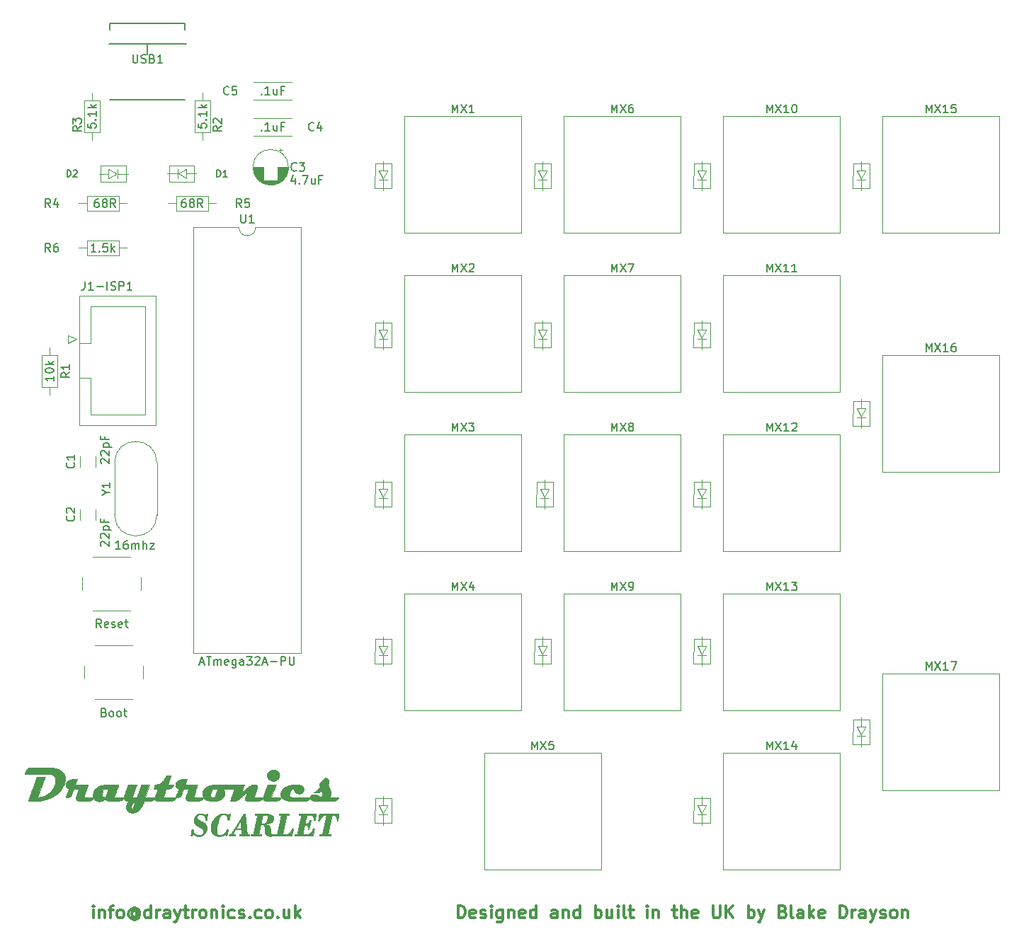
<source format=gto>
%TF.GenerationSoftware,KiCad,Pcbnew,(5.1.6-0-10_14)*%
%TF.CreationDate,2020-10-14T16:23:59+01:00*%
%TF.ProjectId,scarlet-numpad-v1,73636172-6c65-4742-9d6e-756d7061642d,1*%
%TF.SameCoordinates,Original*%
%TF.FileFunction,Legend,Top*%
%TF.FilePolarity,Positive*%
%FSLAX46Y46*%
G04 Gerber Fmt 4.6, Leading zero omitted, Abs format (unit mm)*
G04 Created by KiCad (PCBNEW (5.1.6-0-10_14)) date 2020-10-14 16:23:59*
%MOMM*%
%LPD*%
G01*
G04 APERTURE LIST*
%ADD10C,0.300000*%
%ADD11C,0.010000*%
%ADD12C,0.120000*%
%ADD13C,0.150000*%
G04 APERTURE END LIST*
D10*
X35430571Y-125138571D02*
X35430571Y-124138571D01*
X35430571Y-123638571D02*
X35359142Y-123710000D01*
X35430571Y-123781428D01*
X35501999Y-123710000D01*
X35430571Y-123638571D01*
X35430571Y-123781428D01*
X36144857Y-124138571D02*
X36144857Y-125138571D01*
X36144857Y-124281428D02*
X36216285Y-124210000D01*
X36359142Y-124138571D01*
X36573428Y-124138571D01*
X36716285Y-124210000D01*
X36787714Y-124352857D01*
X36787714Y-125138571D01*
X37287714Y-124138571D02*
X37859142Y-124138571D01*
X37501999Y-125138571D02*
X37501999Y-123852857D01*
X37573428Y-123710000D01*
X37716285Y-123638571D01*
X37859142Y-123638571D01*
X38573428Y-125138571D02*
X38430571Y-125067142D01*
X38359142Y-124995714D01*
X38287714Y-124852857D01*
X38287714Y-124424285D01*
X38359142Y-124281428D01*
X38430571Y-124210000D01*
X38573428Y-124138571D01*
X38787714Y-124138571D01*
X38930571Y-124210000D01*
X39001999Y-124281428D01*
X39073428Y-124424285D01*
X39073428Y-124852857D01*
X39001999Y-124995714D01*
X38930571Y-125067142D01*
X38787714Y-125138571D01*
X38573428Y-125138571D01*
X40644857Y-124424285D02*
X40573428Y-124352857D01*
X40430571Y-124281428D01*
X40287714Y-124281428D01*
X40144857Y-124352857D01*
X40073428Y-124424285D01*
X40001999Y-124567142D01*
X40001999Y-124710000D01*
X40073428Y-124852857D01*
X40144857Y-124924285D01*
X40287714Y-124995714D01*
X40430571Y-124995714D01*
X40573428Y-124924285D01*
X40644857Y-124852857D01*
X40644857Y-124281428D02*
X40644857Y-124852857D01*
X40716285Y-124924285D01*
X40787714Y-124924285D01*
X40930571Y-124852857D01*
X41001999Y-124710000D01*
X41001999Y-124352857D01*
X40859142Y-124138571D01*
X40644857Y-123995714D01*
X40359142Y-123924285D01*
X40073428Y-123995714D01*
X39859142Y-124138571D01*
X39716285Y-124352857D01*
X39644857Y-124638571D01*
X39716285Y-124924285D01*
X39859142Y-125138571D01*
X40073428Y-125281428D01*
X40359142Y-125352857D01*
X40644857Y-125281428D01*
X40859142Y-125138571D01*
X42287714Y-125138571D02*
X42287714Y-123638571D01*
X42287714Y-125067142D02*
X42144857Y-125138571D01*
X41859142Y-125138571D01*
X41716285Y-125067142D01*
X41644857Y-124995714D01*
X41573428Y-124852857D01*
X41573428Y-124424285D01*
X41644857Y-124281428D01*
X41716285Y-124210000D01*
X41859142Y-124138571D01*
X42144857Y-124138571D01*
X42287714Y-124210000D01*
X43001999Y-125138571D02*
X43001999Y-124138571D01*
X43001999Y-124424285D02*
X43073428Y-124281428D01*
X43144857Y-124210000D01*
X43287714Y-124138571D01*
X43430571Y-124138571D01*
X44573428Y-125138571D02*
X44573428Y-124352857D01*
X44502000Y-124210000D01*
X44359142Y-124138571D01*
X44073428Y-124138571D01*
X43930571Y-124210000D01*
X44573428Y-125067142D02*
X44430571Y-125138571D01*
X44073428Y-125138571D01*
X43930571Y-125067142D01*
X43859142Y-124924285D01*
X43859142Y-124781428D01*
X43930571Y-124638571D01*
X44073428Y-124567142D01*
X44430571Y-124567142D01*
X44573428Y-124495714D01*
X45144857Y-124138571D02*
X45501999Y-125138571D01*
X45859142Y-124138571D02*
X45501999Y-125138571D01*
X45359142Y-125495714D01*
X45287714Y-125567142D01*
X45144857Y-125638571D01*
X46216285Y-124138571D02*
X46787714Y-124138571D01*
X46430571Y-123638571D02*
X46430571Y-124924285D01*
X46502000Y-125067142D01*
X46644857Y-125138571D01*
X46787714Y-125138571D01*
X47287714Y-125138571D02*
X47287714Y-124138571D01*
X47287714Y-124424285D02*
X47359142Y-124281428D01*
X47430571Y-124210000D01*
X47573428Y-124138571D01*
X47716285Y-124138571D01*
X48430571Y-125138571D02*
X48287714Y-125067142D01*
X48216285Y-124995714D01*
X48144857Y-124852857D01*
X48144857Y-124424285D01*
X48216285Y-124281428D01*
X48287714Y-124210000D01*
X48430571Y-124138571D01*
X48644857Y-124138571D01*
X48787714Y-124210000D01*
X48859142Y-124281428D01*
X48930571Y-124424285D01*
X48930571Y-124852857D01*
X48859142Y-124995714D01*
X48787714Y-125067142D01*
X48644857Y-125138571D01*
X48430571Y-125138571D01*
X49573428Y-124138571D02*
X49573428Y-125138571D01*
X49573428Y-124281428D02*
X49644857Y-124210000D01*
X49787714Y-124138571D01*
X50001999Y-124138571D01*
X50144857Y-124210000D01*
X50216285Y-124352857D01*
X50216285Y-125138571D01*
X50930571Y-125138571D02*
X50930571Y-124138571D01*
X50930571Y-123638571D02*
X50859142Y-123710000D01*
X50930571Y-123781428D01*
X51001999Y-123710000D01*
X50930571Y-123638571D01*
X50930571Y-123781428D01*
X52287714Y-125067142D02*
X52144857Y-125138571D01*
X51859142Y-125138571D01*
X51716285Y-125067142D01*
X51644857Y-124995714D01*
X51573428Y-124852857D01*
X51573428Y-124424285D01*
X51644857Y-124281428D01*
X51716285Y-124210000D01*
X51859142Y-124138571D01*
X52144857Y-124138571D01*
X52287714Y-124210000D01*
X52859142Y-125067142D02*
X53002000Y-125138571D01*
X53287714Y-125138571D01*
X53430571Y-125067142D01*
X53502000Y-124924285D01*
X53502000Y-124852857D01*
X53430571Y-124710000D01*
X53287714Y-124638571D01*
X53073428Y-124638571D01*
X52930571Y-124567142D01*
X52859142Y-124424285D01*
X52859142Y-124352857D01*
X52930571Y-124210000D01*
X53073428Y-124138571D01*
X53287714Y-124138571D01*
X53430571Y-124210000D01*
X54144857Y-124995714D02*
X54216285Y-125067142D01*
X54144857Y-125138571D01*
X54073428Y-125067142D01*
X54144857Y-124995714D01*
X54144857Y-125138571D01*
X55501999Y-125067142D02*
X55359142Y-125138571D01*
X55073428Y-125138571D01*
X54930571Y-125067142D01*
X54859142Y-124995714D01*
X54787714Y-124852857D01*
X54787714Y-124424285D01*
X54859142Y-124281428D01*
X54930571Y-124210000D01*
X55073428Y-124138571D01*
X55359142Y-124138571D01*
X55501999Y-124210000D01*
X56359142Y-125138571D02*
X56216285Y-125067142D01*
X56144857Y-124995714D01*
X56073428Y-124852857D01*
X56073428Y-124424285D01*
X56144857Y-124281428D01*
X56216285Y-124210000D01*
X56359142Y-124138571D01*
X56573428Y-124138571D01*
X56716285Y-124210000D01*
X56787714Y-124281428D01*
X56859142Y-124424285D01*
X56859142Y-124852857D01*
X56787714Y-124995714D01*
X56716285Y-125067142D01*
X56573428Y-125138571D01*
X56359142Y-125138571D01*
X57502000Y-124995714D02*
X57573428Y-125067142D01*
X57502000Y-125138571D01*
X57430571Y-125067142D01*
X57502000Y-124995714D01*
X57502000Y-125138571D01*
X58859142Y-124138571D02*
X58859142Y-125138571D01*
X58216285Y-124138571D02*
X58216285Y-124924285D01*
X58287714Y-125067142D01*
X58430571Y-125138571D01*
X58644857Y-125138571D01*
X58787714Y-125067142D01*
X58859142Y-124995714D01*
X59573428Y-125138571D02*
X59573428Y-123638571D01*
X59716285Y-124567142D02*
X60144857Y-125138571D01*
X60144857Y-124138571D02*
X59573428Y-124710000D01*
X79025142Y-125138571D02*
X79025142Y-123638571D01*
X79382285Y-123638571D01*
X79596571Y-123710000D01*
X79739428Y-123852857D01*
X79810857Y-123995714D01*
X79882285Y-124281428D01*
X79882285Y-124495714D01*
X79810857Y-124781428D01*
X79739428Y-124924285D01*
X79596571Y-125067142D01*
X79382285Y-125138571D01*
X79025142Y-125138571D01*
X81096571Y-125067142D02*
X80953714Y-125138571D01*
X80668000Y-125138571D01*
X80525142Y-125067142D01*
X80453714Y-124924285D01*
X80453714Y-124352857D01*
X80525142Y-124210000D01*
X80668000Y-124138571D01*
X80953714Y-124138571D01*
X81096571Y-124210000D01*
X81168000Y-124352857D01*
X81168000Y-124495714D01*
X80453714Y-124638571D01*
X81739428Y-125067142D02*
X81882285Y-125138571D01*
X82168000Y-125138571D01*
X82310857Y-125067142D01*
X82382285Y-124924285D01*
X82382285Y-124852857D01*
X82310857Y-124710000D01*
X82168000Y-124638571D01*
X81953714Y-124638571D01*
X81810857Y-124567142D01*
X81739428Y-124424285D01*
X81739428Y-124352857D01*
X81810857Y-124210000D01*
X81953714Y-124138571D01*
X82168000Y-124138571D01*
X82310857Y-124210000D01*
X83025142Y-125138571D02*
X83025142Y-124138571D01*
X83025142Y-123638571D02*
X82953714Y-123710000D01*
X83025142Y-123781428D01*
X83096571Y-123710000D01*
X83025142Y-123638571D01*
X83025142Y-123781428D01*
X84382285Y-124138571D02*
X84382285Y-125352857D01*
X84310857Y-125495714D01*
X84239428Y-125567142D01*
X84096571Y-125638571D01*
X83882285Y-125638571D01*
X83739428Y-125567142D01*
X84382285Y-125067142D02*
X84239428Y-125138571D01*
X83953714Y-125138571D01*
X83810857Y-125067142D01*
X83739428Y-124995714D01*
X83668000Y-124852857D01*
X83668000Y-124424285D01*
X83739428Y-124281428D01*
X83810857Y-124210000D01*
X83953714Y-124138571D01*
X84239428Y-124138571D01*
X84382285Y-124210000D01*
X85096571Y-124138571D02*
X85096571Y-125138571D01*
X85096571Y-124281428D02*
X85168000Y-124210000D01*
X85310857Y-124138571D01*
X85525142Y-124138571D01*
X85668000Y-124210000D01*
X85739428Y-124352857D01*
X85739428Y-125138571D01*
X87025142Y-125067142D02*
X86882285Y-125138571D01*
X86596571Y-125138571D01*
X86453714Y-125067142D01*
X86382285Y-124924285D01*
X86382285Y-124352857D01*
X86453714Y-124210000D01*
X86596571Y-124138571D01*
X86882285Y-124138571D01*
X87025142Y-124210000D01*
X87096571Y-124352857D01*
X87096571Y-124495714D01*
X86382285Y-124638571D01*
X88382285Y-125138571D02*
X88382285Y-123638571D01*
X88382285Y-125067142D02*
X88239428Y-125138571D01*
X87953714Y-125138571D01*
X87810857Y-125067142D01*
X87739428Y-124995714D01*
X87668000Y-124852857D01*
X87668000Y-124424285D01*
X87739428Y-124281428D01*
X87810857Y-124210000D01*
X87953714Y-124138571D01*
X88239428Y-124138571D01*
X88382285Y-124210000D01*
X90882285Y-125138571D02*
X90882285Y-124352857D01*
X90810857Y-124210000D01*
X90668000Y-124138571D01*
X90382285Y-124138571D01*
X90239428Y-124210000D01*
X90882285Y-125067142D02*
X90739428Y-125138571D01*
X90382285Y-125138571D01*
X90239428Y-125067142D01*
X90168000Y-124924285D01*
X90168000Y-124781428D01*
X90239428Y-124638571D01*
X90382285Y-124567142D01*
X90739428Y-124567142D01*
X90882285Y-124495714D01*
X91596571Y-124138571D02*
X91596571Y-125138571D01*
X91596571Y-124281428D02*
X91668000Y-124210000D01*
X91810857Y-124138571D01*
X92025142Y-124138571D01*
X92168000Y-124210000D01*
X92239428Y-124352857D01*
X92239428Y-125138571D01*
X93596571Y-125138571D02*
X93596571Y-123638571D01*
X93596571Y-125067142D02*
X93453714Y-125138571D01*
X93168000Y-125138571D01*
X93025142Y-125067142D01*
X92953714Y-124995714D01*
X92882285Y-124852857D01*
X92882285Y-124424285D01*
X92953714Y-124281428D01*
X93025142Y-124210000D01*
X93168000Y-124138571D01*
X93453714Y-124138571D01*
X93596571Y-124210000D01*
X95453714Y-125138571D02*
X95453714Y-123638571D01*
X95453714Y-124210000D02*
X95596571Y-124138571D01*
X95882285Y-124138571D01*
X96025142Y-124210000D01*
X96096571Y-124281428D01*
X96168000Y-124424285D01*
X96168000Y-124852857D01*
X96096571Y-124995714D01*
X96025142Y-125067142D01*
X95882285Y-125138571D01*
X95596571Y-125138571D01*
X95453714Y-125067142D01*
X97453714Y-124138571D02*
X97453714Y-125138571D01*
X96810857Y-124138571D02*
X96810857Y-124924285D01*
X96882285Y-125067142D01*
X97025142Y-125138571D01*
X97239428Y-125138571D01*
X97382285Y-125067142D01*
X97453714Y-124995714D01*
X98168000Y-125138571D02*
X98168000Y-124138571D01*
X98168000Y-123638571D02*
X98096571Y-123710000D01*
X98168000Y-123781428D01*
X98239428Y-123710000D01*
X98168000Y-123638571D01*
X98168000Y-123781428D01*
X99096571Y-125138571D02*
X98953714Y-125067142D01*
X98882285Y-124924285D01*
X98882285Y-123638571D01*
X99453714Y-124138571D02*
X100025142Y-124138571D01*
X99668000Y-123638571D02*
X99668000Y-124924285D01*
X99739428Y-125067142D01*
X99882285Y-125138571D01*
X100025142Y-125138571D01*
X101668000Y-125138571D02*
X101668000Y-124138571D01*
X101668000Y-123638571D02*
X101596571Y-123710000D01*
X101668000Y-123781428D01*
X101739428Y-123710000D01*
X101668000Y-123638571D01*
X101668000Y-123781428D01*
X102382285Y-124138571D02*
X102382285Y-125138571D01*
X102382285Y-124281428D02*
X102453714Y-124210000D01*
X102596571Y-124138571D01*
X102810857Y-124138571D01*
X102953714Y-124210000D01*
X103025142Y-124352857D01*
X103025142Y-125138571D01*
X104668000Y-124138571D02*
X105239428Y-124138571D01*
X104882285Y-123638571D02*
X104882285Y-124924285D01*
X104953714Y-125067142D01*
X105096571Y-125138571D01*
X105239428Y-125138571D01*
X105739428Y-125138571D02*
X105739428Y-123638571D01*
X106382285Y-125138571D02*
X106382285Y-124352857D01*
X106310857Y-124210000D01*
X106168000Y-124138571D01*
X105953714Y-124138571D01*
X105810857Y-124210000D01*
X105739428Y-124281428D01*
X107668000Y-125067142D02*
X107525142Y-125138571D01*
X107239428Y-125138571D01*
X107096571Y-125067142D01*
X107025142Y-124924285D01*
X107025142Y-124352857D01*
X107096571Y-124210000D01*
X107239428Y-124138571D01*
X107525142Y-124138571D01*
X107668000Y-124210000D01*
X107739428Y-124352857D01*
X107739428Y-124495714D01*
X107025142Y-124638571D01*
X109525142Y-123638571D02*
X109525142Y-124852857D01*
X109596571Y-124995714D01*
X109668000Y-125067142D01*
X109810857Y-125138571D01*
X110096571Y-125138571D01*
X110239428Y-125067142D01*
X110310857Y-124995714D01*
X110382285Y-124852857D01*
X110382285Y-123638571D01*
X111096571Y-125138571D02*
X111096571Y-123638571D01*
X111953714Y-125138571D02*
X111310857Y-124281428D01*
X111953714Y-123638571D02*
X111096571Y-124495714D01*
X113739428Y-125138571D02*
X113739428Y-123638571D01*
X113739428Y-124210000D02*
X113882285Y-124138571D01*
X114168000Y-124138571D01*
X114310857Y-124210000D01*
X114382285Y-124281428D01*
X114453714Y-124424285D01*
X114453714Y-124852857D01*
X114382285Y-124995714D01*
X114310857Y-125067142D01*
X114168000Y-125138571D01*
X113882285Y-125138571D01*
X113739428Y-125067142D01*
X114953714Y-124138571D02*
X115310857Y-125138571D01*
X115668000Y-124138571D02*
X115310857Y-125138571D01*
X115168000Y-125495714D01*
X115096571Y-125567142D01*
X114953714Y-125638571D01*
X117882285Y-124352857D02*
X118096571Y-124424285D01*
X118168000Y-124495714D01*
X118239428Y-124638571D01*
X118239428Y-124852857D01*
X118168000Y-124995714D01*
X118096571Y-125067142D01*
X117953714Y-125138571D01*
X117382285Y-125138571D01*
X117382285Y-123638571D01*
X117882285Y-123638571D01*
X118025142Y-123710000D01*
X118096571Y-123781428D01*
X118168000Y-123924285D01*
X118168000Y-124067142D01*
X118096571Y-124210000D01*
X118025142Y-124281428D01*
X117882285Y-124352857D01*
X117382285Y-124352857D01*
X119096571Y-125138571D02*
X118953714Y-125067142D01*
X118882285Y-124924285D01*
X118882285Y-123638571D01*
X120310857Y-125138571D02*
X120310857Y-124352857D01*
X120239428Y-124210000D01*
X120096571Y-124138571D01*
X119810857Y-124138571D01*
X119668000Y-124210000D01*
X120310857Y-125067142D02*
X120168000Y-125138571D01*
X119810857Y-125138571D01*
X119668000Y-125067142D01*
X119596571Y-124924285D01*
X119596571Y-124781428D01*
X119668000Y-124638571D01*
X119810857Y-124567142D01*
X120168000Y-124567142D01*
X120310857Y-124495714D01*
X121025142Y-125138571D02*
X121025142Y-123638571D01*
X121168000Y-124567142D02*
X121596571Y-125138571D01*
X121596571Y-124138571D02*
X121025142Y-124710000D01*
X122810857Y-125067142D02*
X122668000Y-125138571D01*
X122382285Y-125138571D01*
X122239428Y-125067142D01*
X122168000Y-124924285D01*
X122168000Y-124352857D01*
X122239428Y-124210000D01*
X122382285Y-124138571D01*
X122668000Y-124138571D01*
X122810857Y-124210000D01*
X122882285Y-124352857D01*
X122882285Y-124495714D01*
X122168000Y-124638571D01*
X124668000Y-125138571D02*
X124668000Y-123638571D01*
X125025142Y-123638571D01*
X125239428Y-123710000D01*
X125382285Y-123852857D01*
X125453714Y-123995714D01*
X125525142Y-124281428D01*
X125525142Y-124495714D01*
X125453714Y-124781428D01*
X125382285Y-124924285D01*
X125239428Y-125067142D01*
X125025142Y-125138571D01*
X124668000Y-125138571D01*
X126168000Y-125138571D02*
X126168000Y-124138571D01*
X126168000Y-124424285D02*
X126239428Y-124281428D01*
X126310857Y-124210000D01*
X126453714Y-124138571D01*
X126596571Y-124138571D01*
X127739428Y-125138571D02*
X127739428Y-124352857D01*
X127667999Y-124210000D01*
X127525142Y-124138571D01*
X127239428Y-124138571D01*
X127096571Y-124210000D01*
X127739428Y-125067142D02*
X127596571Y-125138571D01*
X127239428Y-125138571D01*
X127096571Y-125067142D01*
X127025142Y-124924285D01*
X127025142Y-124781428D01*
X127096571Y-124638571D01*
X127239428Y-124567142D01*
X127596571Y-124567142D01*
X127739428Y-124495714D01*
X128310857Y-124138571D02*
X128668000Y-125138571D01*
X129025142Y-124138571D02*
X128668000Y-125138571D01*
X128525142Y-125495714D01*
X128453714Y-125567142D01*
X128310857Y-125638571D01*
X129525142Y-125067142D02*
X129667999Y-125138571D01*
X129953714Y-125138571D01*
X130096571Y-125067142D01*
X130167999Y-124924285D01*
X130167999Y-124852857D01*
X130096571Y-124710000D01*
X129953714Y-124638571D01*
X129739428Y-124638571D01*
X129596571Y-124567142D01*
X129525142Y-124424285D01*
X129525142Y-124352857D01*
X129596571Y-124210000D01*
X129739428Y-124138571D01*
X129953714Y-124138571D01*
X130096571Y-124210000D01*
X131025142Y-125138571D02*
X130882285Y-125067142D01*
X130810857Y-124995714D01*
X130739428Y-124852857D01*
X130739428Y-124424285D01*
X130810857Y-124281428D01*
X130882285Y-124210000D01*
X131025142Y-124138571D01*
X131239428Y-124138571D01*
X131382285Y-124210000D01*
X131453714Y-124281428D01*
X131525142Y-124424285D01*
X131525142Y-124852857D01*
X131453714Y-124995714D01*
X131382285Y-125067142D01*
X131239428Y-125138571D01*
X131025142Y-125138571D01*
X132168000Y-124138571D02*
X132168000Y-125138571D01*
X132168000Y-124281428D02*
X132239428Y-124210000D01*
X132382285Y-124138571D01*
X132596571Y-124138571D01*
X132739428Y-124210000D01*
X132810857Y-124352857D01*
X132810857Y-125138571D01*
D11*
%TO.C,G\u002A\u002A\u002A*%
G36*
X48302544Y-112619328D02*
G01*
X48344410Y-112621494D01*
X48383220Y-112624661D01*
X48416551Y-112628747D01*
X48434924Y-112632023D01*
X48516864Y-112653868D01*
X48598560Y-112684172D01*
X48677850Y-112722002D01*
X48752569Y-112766429D01*
X48762421Y-112773040D01*
X48788486Y-112790180D01*
X48807252Y-112801131D01*
X48818733Y-112805900D01*
X48822327Y-112805665D01*
X48827615Y-112801564D01*
X48839318Y-112792511D01*
X48856265Y-112779412D01*
X48877285Y-112763172D01*
X48901205Y-112744698D01*
X48912560Y-112735930D01*
X48997214Y-112670566D01*
X49038362Y-112670566D01*
X49058207Y-112670664D01*
X49070355Y-112671337D01*
X49076696Y-112673153D01*
X49079118Y-112676683D01*
X49079509Y-112682495D01*
X49079509Y-112682968D01*
X49078883Y-112689678D01*
X49077075Y-112705097D01*
X49074185Y-112728435D01*
X49070316Y-112758904D01*
X49065571Y-112795712D01*
X49060052Y-112838072D01*
X49053860Y-112885192D01*
X49047099Y-112936285D01*
X49039871Y-112990560D01*
X49033981Y-113034543D01*
X49026475Y-113090532D01*
X49019356Y-113143787D01*
X49012724Y-113193540D01*
X49006680Y-113239022D01*
X49001328Y-113279464D01*
X48996767Y-113314097D01*
X48993101Y-113342154D01*
X48990429Y-113362864D01*
X48988854Y-113375460D01*
X48988453Y-113379179D01*
X48984990Y-113381411D01*
X48974184Y-113383025D01*
X48955405Y-113384064D01*
X48928022Y-113384573D01*
X48909377Y-113384642D01*
X48830302Y-113384642D01*
X48830214Y-113349897D01*
X48826568Y-113288278D01*
X48816410Y-113223152D01*
X48800463Y-113157142D01*
X48779448Y-113092876D01*
X48754088Y-113032980D01*
X48731254Y-112990136D01*
X48713323Y-112963878D01*
X48689436Y-112934550D01*
X48661649Y-112904243D01*
X48632020Y-112875052D01*
X48602604Y-112849069D01*
X48575458Y-112828386D01*
X48566717Y-112822690D01*
X48509994Y-112792964D01*
X48447569Y-112769575D01*
X48381073Y-112752692D01*
X48312139Y-112742486D01*
X48242401Y-112739124D01*
X48173491Y-112742776D01*
X48107043Y-112753612D01*
X48051609Y-112769325D01*
X48004175Y-112789335D01*
X47960801Y-112815324D01*
X47919209Y-112848749D01*
X47902426Y-112864661D01*
X47881901Y-112885576D01*
X47866752Y-112902908D01*
X47855019Y-112919247D01*
X47844747Y-112937185D01*
X47839079Y-112948529D01*
X47823812Y-112985956D01*
X47812463Y-113025742D01*
X47805940Y-113064251D01*
X47804717Y-113086301D01*
X47809486Y-113128881D01*
X47823735Y-113171922D01*
X47847374Y-113215325D01*
X47880314Y-113258990D01*
X47922467Y-113302819D01*
X47973743Y-113346711D01*
X48034052Y-113390567D01*
X48103307Y-113434288D01*
X48130603Y-113450084D01*
X48146615Y-113458840D01*
X48169882Y-113471137D01*
X48199059Y-113486284D01*
X48232801Y-113503592D01*
X48269762Y-113522369D01*
X48308599Y-113541927D01*
X48346264Y-113560729D01*
X48412667Y-113594193D01*
X48471230Y-113624781D01*
X48523022Y-113653156D01*
X48569111Y-113679981D01*
X48610566Y-113705918D01*
X48648454Y-113731631D01*
X48683844Y-113757781D01*
X48717804Y-113785032D01*
X48743899Y-113807401D01*
X48804778Y-113866276D01*
X48856635Y-113928025D01*
X48899728Y-113993111D01*
X48934311Y-114062000D01*
X48960642Y-114135157D01*
X48978976Y-114213046D01*
X48983690Y-114242491D01*
X48986244Y-114268338D01*
X48987847Y-114301289D01*
X48988524Y-114338911D01*
X48988296Y-114378774D01*
X48987187Y-114418445D01*
X48985220Y-114455493D01*
X48982419Y-114487485D01*
X48981263Y-114496909D01*
X48964718Y-114592083D01*
X48941343Y-114681073D01*
X48910724Y-114764817D01*
X48872448Y-114844251D01*
X48826102Y-114920312D01*
X48771272Y-114993936D01*
X48751584Y-115017464D01*
X48686516Y-115086157D01*
X48616428Y-115146692D01*
X48541417Y-115199018D01*
X48461578Y-115243083D01*
X48377008Y-115278834D01*
X48287804Y-115306219D01*
X48194062Y-115325186D01*
X48178528Y-115327453D01*
X48141478Y-115331561D01*
X48098699Y-115334646D01*
X48053206Y-115336619D01*
X48008014Y-115337390D01*
X47966139Y-115336869D01*
X47930596Y-115334968D01*
X47929320Y-115334859D01*
X47831771Y-115321728D01*
X47736971Y-115299445D01*
X47644829Y-115267976D01*
X47555251Y-115227289D01*
X47468145Y-115177351D01*
X47452017Y-115166914D01*
X47402302Y-115134148D01*
X47287365Y-115215489D01*
X47172429Y-115296831D01*
X47126742Y-115296831D01*
X47107142Y-115296455D01*
X47091749Y-115295446D01*
X47082641Y-115293977D01*
X47081056Y-115292971D01*
X47081760Y-115287750D01*
X47083801Y-115273756D01*
X47087072Y-115251697D01*
X47091469Y-115222274D01*
X47096884Y-115186194D01*
X47103212Y-115144160D01*
X47110347Y-115096877D01*
X47118183Y-115045050D01*
X47126614Y-114989382D01*
X47135534Y-114930579D01*
X47140962Y-114894838D01*
X47150121Y-114834504D01*
X47158854Y-114776880D01*
X47167053Y-114722672D01*
X47174614Y-114672585D01*
X47181430Y-114627325D01*
X47187394Y-114587599D01*
X47192402Y-114554111D01*
X47196347Y-114527569D01*
X47199123Y-114508676D01*
X47200623Y-114498140D01*
X47200868Y-114496131D01*
X47205410Y-114494524D01*
X47218044Y-114493195D01*
X47237275Y-114492238D01*
X47261611Y-114491745D01*
X47272461Y-114491698D01*
X47344054Y-114491698D01*
X47346866Y-114514463D01*
X47353727Y-114566659D01*
X47360523Y-114611127D01*
X47367573Y-114649716D01*
X47375196Y-114684275D01*
X47378375Y-114696991D01*
X47403922Y-114779357D01*
X47436308Y-114855509D01*
X47475356Y-114925217D01*
X47520885Y-114988248D01*
X47572716Y-115044371D01*
X47630670Y-115093355D01*
X47694567Y-115134968D01*
X47733137Y-115155089D01*
X47792174Y-115179593D01*
X47853519Y-115197405D01*
X47918585Y-115208784D01*
X47988783Y-115213991D01*
X48051528Y-115213826D01*
X48114092Y-115210368D01*
X48169369Y-115204062D01*
X48219348Y-115194474D01*
X48266018Y-115181167D01*
X48311369Y-115163707D01*
X48339075Y-115150909D01*
X48396557Y-115118461D01*
X48446045Y-115081009D01*
X48488030Y-115038005D01*
X48523003Y-114988900D01*
X48551458Y-114933144D01*
X48564511Y-114899436D01*
X48575362Y-114861349D01*
X48583511Y-114818315D01*
X48588763Y-114772969D01*
X48590924Y-114727942D01*
X48589798Y-114685871D01*
X48585189Y-114649388D01*
X48583605Y-114642018D01*
X48566585Y-114590448D01*
X48540075Y-114539864D01*
X48504066Y-114490253D01*
X48458549Y-114441606D01*
X48403515Y-114393912D01*
X48338953Y-114347160D01*
X48309377Y-114328042D01*
X48293645Y-114318741D01*
X48270732Y-114305957D01*
X48242058Y-114290446D01*
X48209039Y-114272959D01*
X48173095Y-114254251D01*
X48135644Y-114235075D01*
X48111434Y-114222852D01*
X48041849Y-114187546D01*
X47980164Y-114155375D01*
X47925439Y-114125771D01*
X47876732Y-114098166D01*
X47833104Y-114071993D01*
X47793613Y-114046685D01*
X47757318Y-114021674D01*
X47723279Y-113996391D01*
X47690555Y-113970270D01*
X47684516Y-113965255D01*
X47626475Y-113911567D01*
X47577289Y-113854687D01*
X47536745Y-113794174D01*
X47504630Y-113729587D01*
X47480732Y-113660483D01*
X47464836Y-113586422D01*
X47456729Y-113506962D01*
X47456082Y-113492088D01*
X47457062Y-113396507D01*
X47466785Y-113304558D01*
X47485180Y-113216419D01*
X47512175Y-113132264D01*
X47547699Y-113052273D01*
X47591681Y-112976621D01*
X47644048Y-112905485D01*
X47704730Y-112839042D01*
X47729900Y-112815110D01*
X47795263Y-112761477D01*
X47865006Y-112716272D01*
X47939306Y-112679413D01*
X48018339Y-112650821D01*
X48102283Y-112630414D01*
X48152933Y-112622343D01*
X48182815Y-112619672D01*
X48219325Y-112618334D01*
X48260041Y-112618247D01*
X48302544Y-112619328D01*
G37*
X48302544Y-112619328D02*
X48344410Y-112621494D01*
X48383220Y-112624661D01*
X48416551Y-112628747D01*
X48434924Y-112632023D01*
X48516864Y-112653868D01*
X48598560Y-112684172D01*
X48677850Y-112722002D01*
X48752569Y-112766429D01*
X48762421Y-112773040D01*
X48788486Y-112790180D01*
X48807252Y-112801131D01*
X48818733Y-112805900D01*
X48822327Y-112805665D01*
X48827615Y-112801564D01*
X48839318Y-112792511D01*
X48856265Y-112779412D01*
X48877285Y-112763172D01*
X48901205Y-112744698D01*
X48912560Y-112735930D01*
X48997214Y-112670566D01*
X49038362Y-112670566D01*
X49058207Y-112670664D01*
X49070355Y-112671337D01*
X49076696Y-112673153D01*
X49079118Y-112676683D01*
X49079509Y-112682495D01*
X49079509Y-112682968D01*
X49078883Y-112689678D01*
X49077075Y-112705097D01*
X49074185Y-112728435D01*
X49070316Y-112758904D01*
X49065571Y-112795712D01*
X49060052Y-112838072D01*
X49053860Y-112885192D01*
X49047099Y-112936285D01*
X49039871Y-112990560D01*
X49033981Y-113034543D01*
X49026475Y-113090532D01*
X49019356Y-113143787D01*
X49012724Y-113193540D01*
X49006680Y-113239022D01*
X49001328Y-113279464D01*
X48996767Y-113314097D01*
X48993101Y-113342154D01*
X48990429Y-113362864D01*
X48988854Y-113375460D01*
X48988453Y-113379179D01*
X48984990Y-113381411D01*
X48974184Y-113383025D01*
X48955405Y-113384064D01*
X48928022Y-113384573D01*
X48909377Y-113384642D01*
X48830302Y-113384642D01*
X48830214Y-113349897D01*
X48826568Y-113288278D01*
X48816410Y-113223152D01*
X48800463Y-113157142D01*
X48779448Y-113092876D01*
X48754088Y-113032980D01*
X48731254Y-112990136D01*
X48713323Y-112963878D01*
X48689436Y-112934550D01*
X48661649Y-112904243D01*
X48632020Y-112875052D01*
X48602604Y-112849069D01*
X48575458Y-112828386D01*
X48566717Y-112822690D01*
X48509994Y-112792964D01*
X48447569Y-112769575D01*
X48381073Y-112752692D01*
X48312139Y-112742486D01*
X48242401Y-112739124D01*
X48173491Y-112742776D01*
X48107043Y-112753612D01*
X48051609Y-112769325D01*
X48004175Y-112789335D01*
X47960801Y-112815324D01*
X47919209Y-112848749D01*
X47902426Y-112864661D01*
X47881901Y-112885576D01*
X47866752Y-112902908D01*
X47855019Y-112919247D01*
X47844747Y-112937185D01*
X47839079Y-112948529D01*
X47823812Y-112985956D01*
X47812463Y-113025742D01*
X47805940Y-113064251D01*
X47804717Y-113086301D01*
X47809486Y-113128881D01*
X47823735Y-113171922D01*
X47847374Y-113215325D01*
X47880314Y-113258990D01*
X47922467Y-113302819D01*
X47973743Y-113346711D01*
X48034052Y-113390567D01*
X48103307Y-113434288D01*
X48130603Y-113450084D01*
X48146615Y-113458840D01*
X48169882Y-113471137D01*
X48199059Y-113486284D01*
X48232801Y-113503592D01*
X48269762Y-113522369D01*
X48308599Y-113541927D01*
X48346264Y-113560729D01*
X48412667Y-113594193D01*
X48471230Y-113624781D01*
X48523022Y-113653156D01*
X48569111Y-113679981D01*
X48610566Y-113705918D01*
X48648454Y-113731631D01*
X48683844Y-113757781D01*
X48717804Y-113785032D01*
X48743899Y-113807401D01*
X48804778Y-113866276D01*
X48856635Y-113928025D01*
X48899728Y-113993111D01*
X48934311Y-114062000D01*
X48960642Y-114135157D01*
X48978976Y-114213046D01*
X48983690Y-114242491D01*
X48986244Y-114268338D01*
X48987847Y-114301289D01*
X48988524Y-114338911D01*
X48988296Y-114378774D01*
X48987187Y-114418445D01*
X48985220Y-114455493D01*
X48982419Y-114487485D01*
X48981263Y-114496909D01*
X48964718Y-114592083D01*
X48941343Y-114681073D01*
X48910724Y-114764817D01*
X48872448Y-114844251D01*
X48826102Y-114920312D01*
X48771272Y-114993936D01*
X48751584Y-115017464D01*
X48686516Y-115086157D01*
X48616428Y-115146692D01*
X48541417Y-115199018D01*
X48461578Y-115243083D01*
X48377008Y-115278834D01*
X48287804Y-115306219D01*
X48194062Y-115325186D01*
X48178528Y-115327453D01*
X48141478Y-115331561D01*
X48098699Y-115334646D01*
X48053206Y-115336619D01*
X48008014Y-115337390D01*
X47966139Y-115336869D01*
X47930596Y-115334968D01*
X47929320Y-115334859D01*
X47831771Y-115321728D01*
X47736971Y-115299445D01*
X47644829Y-115267976D01*
X47555251Y-115227289D01*
X47468145Y-115177351D01*
X47452017Y-115166914D01*
X47402302Y-115134148D01*
X47287365Y-115215489D01*
X47172429Y-115296831D01*
X47126742Y-115296831D01*
X47107142Y-115296455D01*
X47091749Y-115295446D01*
X47082641Y-115293977D01*
X47081056Y-115292971D01*
X47081760Y-115287750D01*
X47083801Y-115273756D01*
X47087072Y-115251697D01*
X47091469Y-115222274D01*
X47096884Y-115186194D01*
X47103212Y-115144160D01*
X47110347Y-115096877D01*
X47118183Y-115045050D01*
X47126614Y-114989382D01*
X47135534Y-114930579D01*
X47140962Y-114894838D01*
X47150121Y-114834504D01*
X47158854Y-114776880D01*
X47167053Y-114722672D01*
X47174614Y-114672585D01*
X47181430Y-114627325D01*
X47187394Y-114587599D01*
X47192402Y-114554111D01*
X47196347Y-114527569D01*
X47199123Y-114508676D01*
X47200623Y-114498140D01*
X47200868Y-114496131D01*
X47205410Y-114494524D01*
X47218044Y-114493195D01*
X47237275Y-114492238D01*
X47261611Y-114491745D01*
X47272461Y-114491698D01*
X47344054Y-114491698D01*
X47346866Y-114514463D01*
X47353727Y-114566659D01*
X47360523Y-114611127D01*
X47367573Y-114649716D01*
X47375196Y-114684275D01*
X47378375Y-114696991D01*
X47403922Y-114779357D01*
X47436308Y-114855509D01*
X47475356Y-114925217D01*
X47520885Y-114988248D01*
X47572716Y-115044371D01*
X47630670Y-115093355D01*
X47694567Y-115134968D01*
X47733137Y-115155089D01*
X47792174Y-115179593D01*
X47853519Y-115197405D01*
X47918585Y-115208784D01*
X47988783Y-115213991D01*
X48051528Y-115213826D01*
X48114092Y-115210368D01*
X48169369Y-115204062D01*
X48219348Y-115194474D01*
X48266018Y-115181167D01*
X48311369Y-115163707D01*
X48339075Y-115150909D01*
X48396557Y-115118461D01*
X48446045Y-115081009D01*
X48488030Y-115038005D01*
X48523003Y-114988900D01*
X48551458Y-114933144D01*
X48564511Y-114899436D01*
X48575362Y-114861349D01*
X48583511Y-114818315D01*
X48588763Y-114772969D01*
X48590924Y-114727942D01*
X48589798Y-114685871D01*
X48585189Y-114649388D01*
X48583605Y-114642018D01*
X48566585Y-114590448D01*
X48540075Y-114539864D01*
X48504066Y-114490253D01*
X48458549Y-114441606D01*
X48403515Y-114393912D01*
X48338953Y-114347160D01*
X48309377Y-114328042D01*
X48293645Y-114318741D01*
X48270732Y-114305957D01*
X48242058Y-114290446D01*
X48209039Y-114272959D01*
X48173095Y-114254251D01*
X48135644Y-114235075D01*
X48111434Y-114222852D01*
X48041849Y-114187546D01*
X47980164Y-114155375D01*
X47925439Y-114125771D01*
X47876732Y-114098166D01*
X47833104Y-114071993D01*
X47793613Y-114046685D01*
X47757318Y-114021674D01*
X47723279Y-113996391D01*
X47690555Y-113970270D01*
X47684516Y-113965255D01*
X47626475Y-113911567D01*
X47577289Y-113854687D01*
X47536745Y-113794174D01*
X47504630Y-113729587D01*
X47480732Y-113660483D01*
X47464836Y-113586422D01*
X47456729Y-113506962D01*
X47456082Y-113492088D01*
X47457062Y-113396507D01*
X47466785Y-113304558D01*
X47485180Y-113216419D01*
X47512175Y-113132264D01*
X47547699Y-113052273D01*
X47591681Y-112976621D01*
X47644048Y-112905485D01*
X47704730Y-112839042D01*
X47729900Y-112815110D01*
X47795263Y-112761477D01*
X47865006Y-112716272D01*
X47939306Y-112679413D01*
X48018339Y-112650821D01*
X48102283Y-112630414D01*
X48152933Y-112622343D01*
X48182815Y-112619672D01*
X48219325Y-112618334D01*
X48260041Y-112618247D01*
X48302544Y-112619328D01*
G36*
X51032537Y-112613739D02*
G01*
X51069197Y-112615209D01*
X51099623Y-112617688D01*
X51102050Y-112617972D01*
X51177158Y-112630128D01*
X51245438Y-112647862D01*
X51308237Y-112671750D01*
X51366902Y-112702367D01*
X51422781Y-112740287D01*
X51460223Y-112770843D01*
X51499823Y-112805366D01*
X51601146Y-112730778D01*
X51702469Y-112656189D01*
X51797591Y-112656189D01*
X51794795Y-112669368D01*
X51793292Y-112677095D01*
X51790283Y-112693122D01*
X51785926Y-112716582D01*
X51780380Y-112746604D01*
X51773803Y-112782319D01*
X51766356Y-112822858D01*
X51758195Y-112867351D01*
X51749481Y-112914928D01*
X51740371Y-112964722D01*
X51731025Y-113015861D01*
X51721601Y-113067477D01*
X51712257Y-113118700D01*
X51703153Y-113168661D01*
X51694447Y-113216491D01*
X51686298Y-113261320D01*
X51678865Y-113302278D01*
X51672306Y-113338497D01*
X51666780Y-113369106D01*
X51662446Y-113393237D01*
X51659463Y-113410020D01*
X51657988Y-113418585D01*
X51657857Y-113419512D01*
X51653337Y-113420714D01*
X51640879Y-113421581D01*
X51622124Y-113422058D01*
X51598716Y-113422092D01*
X51584764Y-113421908D01*
X51511679Y-113420585D01*
X51508288Y-113384642D01*
X51496157Y-113287378D01*
X51478841Y-113197346D01*
X51456423Y-113114674D01*
X51428985Y-113039490D01*
X51396610Y-112971923D01*
X51359380Y-112912100D01*
X51317377Y-112860151D01*
X51270685Y-112816203D01*
X51219384Y-112780384D01*
X51163558Y-112752824D01*
X51103290Y-112733650D01*
X51088022Y-112730280D01*
X51056811Y-112725952D01*
X51019355Y-112723878D01*
X50978702Y-112723965D01*
X50937899Y-112726118D01*
X50899996Y-112730245D01*
X50868038Y-112736253D01*
X50864698Y-112737109D01*
X50809028Y-112755839D01*
X50757011Y-112781618D01*
X50708416Y-112814727D01*
X50663012Y-112855446D01*
X50620569Y-112904056D01*
X50580856Y-112960836D01*
X50543641Y-113026067D01*
X50508694Y-113100030D01*
X50475784Y-113183004D01*
X50459707Y-113228887D01*
X50418286Y-113358258D01*
X50377970Y-113496860D01*
X50338836Y-113644392D01*
X50300961Y-113800557D01*
X50264420Y-113965054D01*
X50232677Y-114120283D01*
X50208989Y-114246536D01*
X50189222Y-114364407D01*
X50173378Y-114473854D01*
X50161461Y-114574839D01*
X50153473Y-114667318D01*
X50149418Y-114751252D01*
X50149298Y-114826599D01*
X50153118Y-114893318D01*
X50160879Y-114951369D01*
X50167553Y-114982518D01*
X50184060Y-115033425D01*
X50206508Y-115077713D01*
X50235147Y-115115535D01*
X50270225Y-115147044D01*
X50311991Y-115172393D01*
X50360694Y-115191735D01*
X50416583Y-115205223D01*
X50479907Y-115213011D01*
X50545874Y-115215271D01*
X50633500Y-115210562D01*
X50718298Y-115196709D01*
X50800312Y-115173696D01*
X50879588Y-115141506D01*
X50956168Y-115100125D01*
X51030097Y-115049537D01*
X51044172Y-115038627D01*
X51069679Y-115016957D01*
X51098968Y-114989587D01*
X51130106Y-114958513D01*
X51161160Y-114925731D01*
X51190198Y-114893235D01*
X51215287Y-114863021D01*
X51219585Y-114857525D01*
X51252268Y-114813047D01*
X51286925Y-114761953D01*
X51322113Y-114706580D01*
X51356391Y-114649266D01*
X51388317Y-114592352D01*
X51416451Y-114538175D01*
X51416565Y-114537944D01*
X51425333Y-114521313D01*
X51433055Y-114508611D01*
X51438469Y-114501843D01*
X51439645Y-114501244D01*
X51445598Y-114502247D01*
X51458635Y-114504968D01*
X51476695Y-114508933D01*
X51497721Y-114513671D01*
X51519653Y-114518708D01*
X51540432Y-114523572D01*
X51557999Y-114527789D01*
X51570296Y-114530887D01*
X51575254Y-114532386D01*
X51574307Y-114537023D01*
X51571287Y-114550120D01*
X51566401Y-114570829D01*
X51559855Y-114598300D01*
X51551856Y-114631683D01*
X51542609Y-114670129D01*
X51532321Y-114712788D01*
X51521199Y-114758812D01*
X51509448Y-114807349D01*
X51497275Y-114857552D01*
X51484886Y-114908571D01*
X51472487Y-114959556D01*
X51460285Y-115009658D01*
X51448487Y-115058027D01*
X51437297Y-115103814D01*
X51426923Y-115146169D01*
X51417571Y-115184243D01*
X51409448Y-115217187D01*
X51402758Y-115244151D01*
X51397710Y-115264286D01*
X51394509Y-115276742D01*
X51394214Y-115277845D01*
X51389102Y-115296831D01*
X51294211Y-115296831D01*
X51236113Y-115212963D01*
X51218865Y-115188188D01*
X51203475Y-115166316D01*
X51190763Y-115148492D01*
X51181549Y-115135866D01*
X51176655Y-115129583D01*
X51176112Y-115129095D01*
X51171665Y-115131624D01*
X51160793Y-115138560D01*
X51145002Y-115148922D01*
X51125796Y-115161731D01*
X51120095Y-115165566D01*
X51039243Y-115214279D01*
X50953176Y-115254949D01*
X50861895Y-115287578D01*
X50765399Y-115312164D01*
X50663690Y-115328708D01*
X50653830Y-115329853D01*
X50619407Y-115332894D01*
X50578464Y-115335207D01*
X50534043Y-115336724D01*
X50489188Y-115337379D01*
X50446940Y-115337105D01*
X50410341Y-115335837D01*
X50402226Y-115335343D01*
X50296998Y-115324130D01*
X50197261Y-115305139D01*
X50103056Y-115278387D01*
X50014423Y-115243894D01*
X49931404Y-115201679D01*
X49854037Y-115151762D01*
X49782364Y-115094161D01*
X49716425Y-115028896D01*
X49688860Y-114997302D01*
X49636304Y-114928230D01*
X49591524Y-114856059D01*
X49554171Y-114779954D01*
X49523901Y-114699078D01*
X49500366Y-114612595D01*
X49483220Y-114519668D01*
X49479431Y-114491698D01*
X49476002Y-114454572D01*
X49473896Y-114410228D01*
X49473070Y-114360938D01*
X49473482Y-114308969D01*
X49475089Y-114256594D01*
X49477849Y-114206081D01*
X49481718Y-114159700D01*
X49486374Y-114121602D01*
X49509965Y-113994909D01*
X49542803Y-113870547D01*
X49584783Y-113748734D01*
X49635803Y-113629689D01*
X49695760Y-113513631D01*
X49764549Y-113400779D01*
X49842069Y-113291351D01*
X49928051Y-113185755D01*
X49952303Y-113158904D01*
X49981882Y-113127778D01*
X50015113Y-113094008D01*
X50050324Y-113059224D01*
X50085841Y-113025057D01*
X50119991Y-112993140D01*
X50151101Y-112965104D01*
X50177498Y-112942578D01*
X50177530Y-112942552D01*
X50269071Y-112872355D01*
X50362496Y-112809973D01*
X50457257Y-112755655D01*
X50552809Y-112709653D01*
X50648606Y-112672218D01*
X50744101Y-112643602D01*
X50838748Y-112624054D01*
X50883868Y-112617949D01*
X50915309Y-112615382D01*
X50952578Y-112613825D01*
X50992659Y-112613278D01*
X51032537Y-112613739D01*
G37*
X51032537Y-112613739D02*
X51069197Y-112615209D01*
X51099623Y-112617688D01*
X51102050Y-112617972D01*
X51177158Y-112630128D01*
X51245438Y-112647862D01*
X51308237Y-112671750D01*
X51366902Y-112702367D01*
X51422781Y-112740287D01*
X51460223Y-112770843D01*
X51499823Y-112805366D01*
X51601146Y-112730778D01*
X51702469Y-112656189D01*
X51797591Y-112656189D01*
X51794795Y-112669368D01*
X51793292Y-112677095D01*
X51790283Y-112693122D01*
X51785926Y-112716582D01*
X51780380Y-112746604D01*
X51773803Y-112782319D01*
X51766356Y-112822858D01*
X51758195Y-112867351D01*
X51749481Y-112914928D01*
X51740371Y-112964722D01*
X51731025Y-113015861D01*
X51721601Y-113067477D01*
X51712257Y-113118700D01*
X51703153Y-113168661D01*
X51694447Y-113216491D01*
X51686298Y-113261320D01*
X51678865Y-113302278D01*
X51672306Y-113338497D01*
X51666780Y-113369106D01*
X51662446Y-113393237D01*
X51659463Y-113410020D01*
X51657988Y-113418585D01*
X51657857Y-113419512D01*
X51653337Y-113420714D01*
X51640879Y-113421581D01*
X51622124Y-113422058D01*
X51598716Y-113422092D01*
X51584764Y-113421908D01*
X51511679Y-113420585D01*
X51508288Y-113384642D01*
X51496157Y-113287378D01*
X51478841Y-113197346D01*
X51456423Y-113114674D01*
X51428985Y-113039490D01*
X51396610Y-112971923D01*
X51359380Y-112912100D01*
X51317377Y-112860151D01*
X51270685Y-112816203D01*
X51219384Y-112780384D01*
X51163558Y-112752824D01*
X51103290Y-112733650D01*
X51088022Y-112730280D01*
X51056811Y-112725952D01*
X51019355Y-112723878D01*
X50978702Y-112723965D01*
X50937899Y-112726118D01*
X50899996Y-112730245D01*
X50868038Y-112736253D01*
X50864698Y-112737109D01*
X50809028Y-112755839D01*
X50757011Y-112781618D01*
X50708416Y-112814727D01*
X50663012Y-112855446D01*
X50620569Y-112904056D01*
X50580856Y-112960836D01*
X50543641Y-113026067D01*
X50508694Y-113100030D01*
X50475784Y-113183004D01*
X50459707Y-113228887D01*
X50418286Y-113358258D01*
X50377970Y-113496860D01*
X50338836Y-113644392D01*
X50300961Y-113800557D01*
X50264420Y-113965054D01*
X50232677Y-114120283D01*
X50208989Y-114246536D01*
X50189222Y-114364407D01*
X50173378Y-114473854D01*
X50161461Y-114574839D01*
X50153473Y-114667318D01*
X50149418Y-114751252D01*
X50149298Y-114826599D01*
X50153118Y-114893318D01*
X50160879Y-114951369D01*
X50167553Y-114982518D01*
X50184060Y-115033425D01*
X50206508Y-115077713D01*
X50235147Y-115115535D01*
X50270225Y-115147044D01*
X50311991Y-115172393D01*
X50360694Y-115191735D01*
X50416583Y-115205223D01*
X50479907Y-115213011D01*
X50545874Y-115215271D01*
X50633500Y-115210562D01*
X50718298Y-115196709D01*
X50800312Y-115173696D01*
X50879588Y-115141506D01*
X50956168Y-115100125D01*
X51030097Y-115049537D01*
X51044172Y-115038627D01*
X51069679Y-115016957D01*
X51098968Y-114989587D01*
X51130106Y-114958513D01*
X51161160Y-114925731D01*
X51190198Y-114893235D01*
X51215287Y-114863021D01*
X51219585Y-114857525D01*
X51252268Y-114813047D01*
X51286925Y-114761953D01*
X51322113Y-114706580D01*
X51356391Y-114649266D01*
X51388317Y-114592352D01*
X51416451Y-114538175D01*
X51416565Y-114537944D01*
X51425333Y-114521313D01*
X51433055Y-114508611D01*
X51438469Y-114501843D01*
X51439645Y-114501244D01*
X51445598Y-114502247D01*
X51458635Y-114504968D01*
X51476695Y-114508933D01*
X51497721Y-114513671D01*
X51519653Y-114518708D01*
X51540432Y-114523572D01*
X51557999Y-114527789D01*
X51570296Y-114530887D01*
X51575254Y-114532386D01*
X51574307Y-114537023D01*
X51571287Y-114550120D01*
X51566401Y-114570829D01*
X51559855Y-114598300D01*
X51551856Y-114631683D01*
X51542609Y-114670129D01*
X51532321Y-114712788D01*
X51521199Y-114758812D01*
X51509448Y-114807349D01*
X51497275Y-114857552D01*
X51484886Y-114908571D01*
X51472487Y-114959556D01*
X51460285Y-115009658D01*
X51448487Y-115058027D01*
X51437297Y-115103814D01*
X51426923Y-115146169D01*
X51417571Y-115184243D01*
X51409448Y-115217187D01*
X51402758Y-115244151D01*
X51397710Y-115264286D01*
X51394509Y-115276742D01*
X51394214Y-115277845D01*
X51389102Y-115296831D01*
X51294211Y-115296831D01*
X51236113Y-115212963D01*
X51218865Y-115188188D01*
X51203475Y-115166316D01*
X51190763Y-115148492D01*
X51181549Y-115135866D01*
X51176655Y-115129583D01*
X51176112Y-115129095D01*
X51171665Y-115131624D01*
X51160793Y-115138560D01*
X51145002Y-115148922D01*
X51125796Y-115161731D01*
X51120095Y-115165566D01*
X51039243Y-115214279D01*
X50953176Y-115254949D01*
X50861895Y-115287578D01*
X50765399Y-115312164D01*
X50663690Y-115328708D01*
X50653830Y-115329853D01*
X50619407Y-115332894D01*
X50578464Y-115335207D01*
X50534043Y-115336724D01*
X50489188Y-115337379D01*
X50446940Y-115337105D01*
X50410341Y-115335837D01*
X50402226Y-115335343D01*
X50296998Y-115324130D01*
X50197261Y-115305139D01*
X50103056Y-115278387D01*
X50014423Y-115243894D01*
X49931404Y-115201679D01*
X49854037Y-115151762D01*
X49782364Y-115094161D01*
X49716425Y-115028896D01*
X49688860Y-114997302D01*
X49636304Y-114928230D01*
X49591524Y-114856059D01*
X49554171Y-114779954D01*
X49523901Y-114699078D01*
X49500366Y-114612595D01*
X49483220Y-114519668D01*
X49479431Y-114491698D01*
X49476002Y-114454572D01*
X49473896Y-114410228D01*
X49473070Y-114360938D01*
X49473482Y-114308969D01*
X49475089Y-114256594D01*
X49477849Y-114206081D01*
X49481718Y-114159700D01*
X49486374Y-114121602D01*
X49509965Y-113994909D01*
X49542803Y-113870547D01*
X49584783Y-113748734D01*
X49635803Y-113629689D01*
X49695760Y-113513631D01*
X49764549Y-113400779D01*
X49842069Y-113291351D01*
X49928051Y-113185755D01*
X49952303Y-113158904D01*
X49981882Y-113127778D01*
X50015113Y-113094008D01*
X50050324Y-113059224D01*
X50085841Y-113025057D01*
X50119991Y-112993140D01*
X50151101Y-112965104D01*
X50177498Y-112942578D01*
X50177530Y-112942552D01*
X50269071Y-112872355D01*
X50362496Y-112809973D01*
X50457257Y-112755655D01*
X50552809Y-112709653D01*
X50648606Y-112672218D01*
X50744101Y-112643602D01*
X50838748Y-112624054D01*
X50883868Y-112617949D01*
X50915309Y-112615382D01*
X50952578Y-112613825D01*
X50992659Y-112613278D01*
X51032537Y-112613739D01*
G36*
X55628892Y-112666557D02*
G01*
X55720840Y-112666882D01*
X55805193Y-112667437D01*
X55882449Y-112668243D01*
X55953106Y-112669322D01*
X56017661Y-112670693D01*
X56076610Y-112672378D01*
X56130452Y-112674397D01*
X56179684Y-112676772D01*
X56224803Y-112679523D01*
X56266306Y-112682671D01*
X56304692Y-112686237D01*
X56340456Y-112690241D01*
X56374098Y-112694706D01*
X56406113Y-112699651D01*
X56436999Y-112705097D01*
X56467254Y-112711065D01*
X56493434Y-112716695D01*
X56575155Y-112737948D01*
X56648439Y-112763555D01*
X56713490Y-112793721D01*
X56770509Y-112828647D01*
X56819700Y-112868539D01*
X56861264Y-112913598D01*
X56895405Y-112964028D01*
X56922325Y-113020033D01*
X56942227Y-113081816D01*
X56955314Y-113149579D01*
X56959204Y-113183958D01*
X56961781Y-113259131D01*
X56955654Y-113330295D01*
X56940821Y-113397455D01*
X56917278Y-113460617D01*
X56885024Y-113519790D01*
X56844056Y-113574979D01*
X56826249Y-113594859D01*
X56776344Y-113641362D01*
X56717853Y-113684001D01*
X56650996Y-113722698D01*
X56575994Y-113757373D01*
X56493067Y-113787947D01*
X56402436Y-113814341D01*
X56304320Y-113836475D01*
X56198941Y-113854272D01*
X56086517Y-113867651D01*
X56059717Y-113870093D01*
X55992622Y-113875868D01*
X55992622Y-113918096D01*
X56042943Y-113931265D01*
X56129232Y-113955970D01*
X56206600Y-113982760D01*
X56275561Y-114012024D01*
X56336627Y-114044154D01*
X56390313Y-114079538D01*
X56437132Y-114118566D01*
X56477596Y-114161630D01*
X56512219Y-114209119D01*
X56541515Y-114261422D01*
X56565996Y-114318931D01*
X56570816Y-114332403D01*
X56581514Y-114365345D01*
X56590865Y-114398947D01*
X56599026Y-114434299D01*
X56606155Y-114472493D01*
X56612412Y-114514619D01*
X56617956Y-114561769D01*
X56622945Y-114615033D01*
X56627537Y-114675503D01*
X56631891Y-114744270D01*
X56632666Y-114757680D01*
X56636594Y-114815513D01*
X56641435Y-114865156D01*
X56647443Y-114907978D01*
X56654872Y-114945352D01*
X56663978Y-114978649D01*
X56675015Y-115009239D01*
X56682690Y-115026910D01*
X56700769Y-115058514D01*
X56723078Y-115085402D01*
X56747825Y-115105586D01*
X56759247Y-115111936D01*
X56784482Y-115119697D01*
X56816362Y-115122831D01*
X56853204Y-115121455D01*
X56893324Y-115115689D01*
X56935040Y-115105650D01*
X56959450Y-115097866D01*
X56991849Y-115086546D01*
X56991849Y-115213364D01*
X56940330Y-115240289D01*
X56864320Y-115274641D01*
X56783403Y-115300852D01*
X56697861Y-115318841D01*
X56647482Y-115325350D01*
X56613238Y-115327916D01*
X56574278Y-115329351D01*
X56533283Y-115329680D01*
X56492933Y-115328929D01*
X56455908Y-115327122D01*
X56424888Y-115324285D01*
X56416754Y-115323177D01*
X56339877Y-115307691D01*
X56269627Y-115285385D01*
X56205892Y-115256154D01*
X56148556Y-115219889D01*
X56097507Y-115176484D01*
X56052630Y-115125831D01*
X56013812Y-115067822D01*
X55980937Y-115002351D01*
X55953892Y-114929310D01*
X55938143Y-114872698D01*
X55930292Y-114837623D01*
X55923858Y-114801854D01*
X55918762Y-114764223D01*
X55914930Y-114723564D01*
X55912284Y-114678710D01*
X55910748Y-114628494D01*
X55910244Y-114571750D01*
X55910697Y-114507311D01*
X55911379Y-114465340D01*
X55912274Y-114408552D01*
X55912576Y-114360115D01*
X55912216Y-114318810D01*
X55911122Y-114283418D01*
X55909227Y-114252720D01*
X55906459Y-114225497D01*
X55902749Y-114200529D01*
X55898026Y-114176597D01*
X55893786Y-114158623D01*
X55876910Y-114106955D01*
X55853991Y-114062400D01*
X55825175Y-114025156D01*
X55790605Y-113995415D01*
X55759337Y-113977363D01*
X55737480Y-113967478D01*
X55717445Y-113959722D01*
X55697541Y-113953804D01*
X55676076Y-113949434D01*
X55651358Y-113946318D01*
X55621697Y-113944167D01*
X55585399Y-113942688D01*
X55553147Y-113941853D01*
X55444350Y-113939445D01*
X55441680Y-113950789D01*
X55439873Y-113958938D01*
X55436288Y-113975542D01*
X55431070Y-113999917D01*
X55424361Y-114031383D01*
X55416307Y-114069258D01*
X55407050Y-114112858D01*
X55396735Y-114161503D01*
X55385506Y-114214511D01*
X55373507Y-114271199D01*
X55360882Y-114330885D01*
X55347774Y-114392888D01*
X55334328Y-114456526D01*
X55320687Y-114521116D01*
X55306996Y-114585977D01*
X55293398Y-114650427D01*
X55280038Y-114713784D01*
X55267058Y-114775366D01*
X55254605Y-114834490D01*
X55242820Y-114890476D01*
X55231849Y-114942640D01*
X55221834Y-114990302D01*
X55212921Y-115032778D01*
X55205252Y-115069388D01*
X55198973Y-115099449D01*
X55194227Y-115122280D01*
X55191157Y-115137197D01*
X55189908Y-115143520D01*
X55189886Y-115143684D01*
X55194574Y-115144977D01*
X55208217Y-115146082D01*
X55230190Y-115146982D01*
X55259865Y-115147658D01*
X55296616Y-115148090D01*
X55339815Y-115148262D01*
X55345641Y-115148264D01*
X55501396Y-115148264D01*
X55501396Y-115272868D01*
X54226603Y-115272868D01*
X54226603Y-115148264D01*
X54541943Y-115148264D01*
X54549567Y-115113519D01*
X54551361Y-115105174D01*
X54554991Y-115088132D01*
X54560356Y-115062879D01*
X54567352Y-115029902D01*
X54575876Y-114989687D01*
X54585825Y-114942722D01*
X54597097Y-114889492D01*
X54609589Y-114830484D01*
X54623197Y-114766186D01*
X54637820Y-114697082D01*
X54653353Y-114623661D01*
X54669695Y-114546409D01*
X54686742Y-114465812D01*
X54704391Y-114382357D01*
X54722540Y-114296531D01*
X54741086Y-114208820D01*
X54759926Y-114119710D01*
X54778957Y-114029689D01*
X54798077Y-113939243D01*
X54817181Y-113848859D01*
X54825770Y-113808220D01*
X55476293Y-113808220D01*
X55481598Y-113809280D01*
X55495230Y-113810022D01*
X55515936Y-113810467D01*
X55542464Y-113810637D01*
X55573561Y-113810553D01*
X55607975Y-113810239D01*
X55644453Y-113809716D01*
X55681744Y-113809005D01*
X55718596Y-113808129D01*
X55753754Y-113807110D01*
X55785968Y-113805970D01*
X55813985Y-113804730D01*
X55836553Y-113803412D01*
X55852419Y-113802039D01*
X55856037Y-113801568D01*
X55918976Y-113789192D01*
X55975125Y-113772088D01*
X56023956Y-113750477D01*
X56064938Y-113724582D01*
X56089004Y-113703695D01*
X56103118Y-113688604D01*
X56115192Y-113673064D01*
X56126785Y-113654705D01*
X56139459Y-113631158D01*
X56147785Y-113614465D01*
X56174951Y-113552950D01*
X56200143Y-113484085D01*
X56222875Y-113409987D01*
X56242658Y-113332777D01*
X56259004Y-113254571D01*
X56271426Y-113177489D01*
X56279435Y-113103650D01*
X56282543Y-113035172D01*
X56282566Y-113029243D01*
X56280341Y-112976103D01*
X56273404Y-112930889D01*
X56261363Y-112892970D01*
X56243823Y-112861714D01*
X56220390Y-112836490D01*
X56190673Y-112816666D01*
X56154276Y-112801612D01*
X56137686Y-112796765D01*
X56128848Y-112794780D01*
X56118062Y-112793109D01*
X56104398Y-112791713D01*
X56086925Y-112790555D01*
X56064714Y-112789595D01*
X56036833Y-112788796D01*
X56002354Y-112788118D01*
X55960344Y-112787523D01*
X55909875Y-112786974D01*
X55898152Y-112786861D01*
X55688662Y-112784877D01*
X55685874Y-112796014D01*
X55683202Y-112807482D01*
X55678881Y-112827039D01*
X55673062Y-112853945D01*
X55665901Y-112887461D01*
X55657549Y-112926846D01*
X55648161Y-112971361D01*
X55637888Y-113020265D01*
X55626886Y-113072819D01*
X55615306Y-113128283D01*
X55603302Y-113185917D01*
X55591027Y-113244980D01*
X55578634Y-113304734D01*
X55566277Y-113364438D01*
X55554109Y-113423352D01*
X55542283Y-113480736D01*
X55530952Y-113535850D01*
X55520269Y-113587954D01*
X55510388Y-113636310D01*
X55501462Y-113680175D01*
X55493643Y-113718811D01*
X55487086Y-113751478D01*
X55481943Y-113777435D01*
X55478368Y-113795944D01*
X55476514Y-113806263D01*
X55476293Y-113808220D01*
X54825770Y-113808220D01*
X54836168Y-113759023D01*
X54854935Y-113670222D01*
X54873378Y-113582942D01*
X54891396Y-113497670D01*
X54908884Y-113414893D01*
X54925741Y-113335097D01*
X54941863Y-113258770D01*
X54957147Y-113186397D01*
X54971491Y-113118464D01*
X54984792Y-113055460D01*
X54996947Y-112997870D01*
X55007853Y-112946181D01*
X55017407Y-112900880D01*
X55025506Y-112862453D01*
X55032048Y-112831386D01*
X55036930Y-112808167D01*
X55040048Y-112793282D01*
X55041300Y-112787218D01*
X55041320Y-112787100D01*
X55036723Y-112786721D01*
X55023712Y-112786376D01*
X55003457Y-112786079D01*
X54977130Y-112785841D01*
X54945902Y-112785674D01*
X54910942Y-112785592D01*
X54897399Y-112785585D01*
X54753478Y-112785585D01*
X54754824Y-112726878D01*
X54756170Y-112668170D01*
X55302509Y-112666754D01*
X55420224Y-112666514D01*
X55528852Y-112666441D01*
X55628892Y-112666557D01*
G37*
X55628892Y-112666557D02*
X55720840Y-112666882D01*
X55805193Y-112667437D01*
X55882449Y-112668243D01*
X55953106Y-112669322D01*
X56017661Y-112670693D01*
X56076610Y-112672378D01*
X56130452Y-112674397D01*
X56179684Y-112676772D01*
X56224803Y-112679523D01*
X56266306Y-112682671D01*
X56304692Y-112686237D01*
X56340456Y-112690241D01*
X56374098Y-112694706D01*
X56406113Y-112699651D01*
X56436999Y-112705097D01*
X56467254Y-112711065D01*
X56493434Y-112716695D01*
X56575155Y-112737948D01*
X56648439Y-112763555D01*
X56713490Y-112793721D01*
X56770509Y-112828647D01*
X56819700Y-112868539D01*
X56861264Y-112913598D01*
X56895405Y-112964028D01*
X56922325Y-113020033D01*
X56942227Y-113081816D01*
X56955314Y-113149579D01*
X56959204Y-113183958D01*
X56961781Y-113259131D01*
X56955654Y-113330295D01*
X56940821Y-113397455D01*
X56917278Y-113460617D01*
X56885024Y-113519790D01*
X56844056Y-113574979D01*
X56826249Y-113594859D01*
X56776344Y-113641362D01*
X56717853Y-113684001D01*
X56650996Y-113722698D01*
X56575994Y-113757373D01*
X56493067Y-113787947D01*
X56402436Y-113814341D01*
X56304320Y-113836475D01*
X56198941Y-113854272D01*
X56086517Y-113867651D01*
X56059717Y-113870093D01*
X55992622Y-113875868D01*
X55992622Y-113918096D01*
X56042943Y-113931265D01*
X56129232Y-113955970D01*
X56206600Y-113982760D01*
X56275561Y-114012024D01*
X56336627Y-114044154D01*
X56390313Y-114079538D01*
X56437132Y-114118566D01*
X56477596Y-114161630D01*
X56512219Y-114209119D01*
X56541515Y-114261422D01*
X56565996Y-114318931D01*
X56570816Y-114332403D01*
X56581514Y-114365345D01*
X56590865Y-114398947D01*
X56599026Y-114434299D01*
X56606155Y-114472493D01*
X56612412Y-114514619D01*
X56617956Y-114561769D01*
X56622945Y-114615033D01*
X56627537Y-114675503D01*
X56631891Y-114744270D01*
X56632666Y-114757680D01*
X56636594Y-114815513D01*
X56641435Y-114865156D01*
X56647443Y-114907978D01*
X56654872Y-114945352D01*
X56663978Y-114978649D01*
X56675015Y-115009239D01*
X56682690Y-115026910D01*
X56700769Y-115058514D01*
X56723078Y-115085402D01*
X56747825Y-115105586D01*
X56759247Y-115111936D01*
X56784482Y-115119697D01*
X56816362Y-115122831D01*
X56853204Y-115121455D01*
X56893324Y-115115689D01*
X56935040Y-115105650D01*
X56959450Y-115097866D01*
X56991849Y-115086546D01*
X56991849Y-115213364D01*
X56940330Y-115240289D01*
X56864320Y-115274641D01*
X56783403Y-115300852D01*
X56697861Y-115318841D01*
X56647482Y-115325350D01*
X56613238Y-115327916D01*
X56574278Y-115329351D01*
X56533283Y-115329680D01*
X56492933Y-115328929D01*
X56455908Y-115327122D01*
X56424888Y-115324285D01*
X56416754Y-115323177D01*
X56339877Y-115307691D01*
X56269627Y-115285385D01*
X56205892Y-115256154D01*
X56148556Y-115219889D01*
X56097507Y-115176484D01*
X56052630Y-115125831D01*
X56013812Y-115067822D01*
X55980937Y-115002351D01*
X55953892Y-114929310D01*
X55938143Y-114872698D01*
X55930292Y-114837623D01*
X55923858Y-114801854D01*
X55918762Y-114764223D01*
X55914930Y-114723564D01*
X55912284Y-114678710D01*
X55910748Y-114628494D01*
X55910244Y-114571750D01*
X55910697Y-114507311D01*
X55911379Y-114465340D01*
X55912274Y-114408552D01*
X55912576Y-114360115D01*
X55912216Y-114318810D01*
X55911122Y-114283418D01*
X55909227Y-114252720D01*
X55906459Y-114225497D01*
X55902749Y-114200529D01*
X55898026Y-114176597D01*
X55893786Y-114158623D01*
X55876910Y-114106955D01*
X55853991Y-114062400D01*
X55825175Y-114025156D01*
X55790605Y-113995415D01*
X55759337Y-113977363D01*
X55737480Y-113967478D01*
X55717445Y-113959722D01*
X55697541Y-113953804D01*
X55676076Y-113949434D01*
X55651358Y-113946318D01*
X55621697Y-113944167D01*
X55585399Y-113942688D01*
X55553147Y-113941853D01*
X55444350Y-113939445D01*
X55441680Y-113950789D01*
X55439873Y-113958938D01*
X55436288Y-113975542D01*
X55431070Y-113999917D01*
X55424361Y-114031383D01*
X55416307Y-114069258D01*
X55407050Y-114112858D01*
X55396735Y-114161503D01*
X55385506Y-114214511D01*
X55373507Y-114271199D01*
X55360882Y-114330885D01*
X55347774Y-114392888D01*
X55334328Y-114456526D01*
X55320687Y-114521116D01*
X55306996Y-114585977D01*
X55293398Y-114650427D01*
X55280038Y-114713784D01*
X55267058Y-114775366D01*
X55254605Y-114834490D01*
X55242820Y-114890476D01*
X55231849Y-114942640D01*
X55221834Y-114990302D01*
X55212921Y-115032778D01*
X55205252Y-115069388D01*
X55198973Y-115099449D01*
X55194227Y-115122280D01*
X55191157Y-115137197D01*
X55189908Y-115143520D01*
X55189886Y-115143684D01*
X55194574Y-115144977D01*
X55208217Y-115146082D01*
X55230190Y-115146982D01*
X55259865Y-115147658D01*
X55296616Y-115148090D01*
X55339815Y-115148262D01*
X55345641Y-115148264D01*
X55501396Y-115148264D01*
X55501396Y-115272868D01*
X54226603Y-115272868D01*
X54226603Y-115148264D01*
X54541943Y-115148264D01*
X54549567Y-115113519D01*
X54551361Y-115105174D01*
X54554991Y-115088132D01*
X54560356Y-115062879D01*
X54567352Y-115029902D01*
X54575876Y-114989687D01*
X54585825Y-114942722D01*
X54597097Y-114889492D01*
X54609589Y-114830484D01*
X54623197Y-114766186D01*
X54637820Y-114697082D01*
X54653353Y-114623661D01*
X54669695Y-114546409D01*
X54686742Y-114465812D01*
X54704391Y-114382357D01*
X54722540Y-114296531D01*
X54741086Y-114208820D01*
X54759926Y-114119710D01*
X54778957Y-114029689D01*
X54798077Y-113939243D01*
X54817181Y-113848859D01*
X54825770Y-113808220D01*
X55476293Y-113808220D01*
X55481598Y-113809280D01*
X55495230Y-113810022D01*
X55515936Y-113810467D01*
X55542464Y-113810637D01*
X55573561Y-113810553D01*
X55607975Y-113810239D01*
X55644453Y-113809716D01*
X55681744Y-113809005D01*
X55718596Y-113808129D01*
X55753754Y-113807110D01*
X55785968Y-113805970D01*
X55813985Y-113804730D01*
X55836553Y-113803412D01*
X55852419Y-113802039D01*
X55856037Y-113801568D01*
X55918976Y-113789192D01*
X55975125Y-113772088D01*
X56023956Y-113750477D01*
X56064938Y-113724582D01*
X56089004Y-113703695D01*
X56103118Y-113688604D01*
X56115192Y-113673064D01*
X56126785Y-113654705D01*
X56139459Y-113631158D01*
X56147785Y-113614465D01*
X56174951Y-113552950D01*
X56200143Y-113484085D01*
X56222875Y-113409987D01*
X56242658Y-113332777D01*
X56259004Y-113254571D01*
X56271426Y-113177489D01*
X56279435Y-113103650D01*
X56282543Y-113035172D01*
X56282566Y-113029243D01*
X56280341Y-112976103D01*
X56273404Y-112930889D01*
X56261363Y-112892970D01*
X56243823Y-112861714D01*
X56220390Y-112836490D01*
X56190673Y-112816666D01*
X56154276Y-112801612D01*
X56137686Y-112796765D01*
X56128848Y-112794780D01*
X56118062Y-112793109D01*
X56104398Y-112791713D01*
X56086925Y-112790555D01*
X56064714Y-112789595D01*
X56036833Y-112788796D01*
X56002354Y-112788118D01*
X55960344Y-112787523D01*
X55909875Y-112786974D01*
X55898152Y-112786861D01*
X55688662Y-112784877D01*
X55685874Y-112796014D01*
X55683202Y-112807482D01*
X55678881Y-112827039D01*
X55673062Y-112853945D01*
X55665901Y-112887461D01*
X55657549Y-112926846D01*
X55648161Y-112971361D01*
X55637888Y-113020265D01*
X55626886Y-113072819D01*
X55615306Y-113128283D01*
X55603302Y-113185917D01*
X55591027Y-113244980D01*
X55578634Y-113304734D01*
X55566277Y-113364438D01*
X55554109Y-113423352D01*
X55542283Y-113480736D01*
X55530952Y-113535850D01*
X55520269Y-113587954D01*
X55510388Y-113636310D01*
X55501462Y-113680175D01*
X55493643Y-113718811D01*
X55487086Y-113751478D01*
X55481943Y-113777435D01*
X55478368Y-113795944D01*
X55476514Y-113806263D01*
X55476293Y-113808220D01*
X54825770Y-113808220D01*
X54836168Y-113759023D01*
X54854935Y-113670222D01*
X54873378Y-113582942D01*
X54891396Y-113497670D01*
X54908884Y-113414893D01*
X54925741Y-113335097D01*
X54941863Y-113258770D01*
X54957147Y-113186397D01*
X54971491Y-113118464D01*
X54984792Y-113055460D01*
X54996947Y-112997870D01*
X55007853Y-112946181D01*
X55017407Y-112900880D01*
X55025506Y-112862453D01*
X55032048Y-112831386D01*
X55036930Y-112808167D01*
X55040048Y-112793282D01*
X55041300Y-112787218D01*
X55041320Y-112787100D01*
X55036723Y-112786721D01*
X55023712Y-112786376D01*
X55003457Y-112786079D01*
X54977130Y-112785841D01*
X54945902Y-112785674D01*
X54910942Y-112785592D01*
X54897399Y-112785585D01*
X54753478Y-112785585D01*
X54754824Y-112726878D01*
X54756170Y-112668170D01*
X55302509Y-112666754D01*
X55420224Y-112666514D01*
X55528852Y-112666441D01*
X55628892Y-112666557D01*
G36*
X53567461Y-112613867D02*
G01*
X53577535Y-112614249D01*
X53579622Y-112614631D01*
X53580061Y-112619496D01*
X53581353Y-112633510D01*
X53583461Y-112656279D01*
X53586349Y-112687411D01*
X53589981Y-112726510D01*
X53594318Y-112773183D01*
X53599326Y-112827036D01*
X53604967Y-112887675D01*
X53611204Y-112954706D01*
X53618001Y-113027735D01*
X53625321Y-113106368D01*
X53633127Y-113190212D01*
X53641384Y-113278872D01*
X53650053Y-113371954D01*
X53659099Y-113469065D01*
X53668485Y-113569810D01*
X53678174Y-113673795D01*
X53688129Y-113780628D01*
X53697037Y-113876210D01*
X53707200Y-113985269D01*
X53717128Y-114091856D01*
X53726785Y-114195574D01*
X53736133Y-114296029D01*
X53745137Y-114392825D01*
X53753760Y-114485565D01*
X53761964Y-114573854D01*
X53769714Y-114657297D01*
X53776972Y-114735497D01*
X53783702Y-114808060D01*
X53789867Y-114874588D01*
X53795430Y-114934687D01*
X53800355Y-114987961D01*
X53804605Y-115034013D01*
X53808144Y-115072449D01*
X53810933Y-115102872D01*
X53812938Y-115124887D01*
X53814121Y-115138098D01*
X53814453Y-115142121D01*
X53816302Y-115143909D01*
X53822409Y-115145336D01*
X53833609Y-115146436D01*
X53850739Y-115147243D01*
X53874636Y-115147792D01*
X53906137Y-115148118D01*
X53946077Y-115148255D01*
X53963019Y-115148264D01*
X54111585Y-115148264D01*
X54111585Y-115272868D01*
X52879924Y-115272868D01*
X52879924Y-115148264D01*
X53026094Y-115148264D01*
X53067439Y-115148233D01*
X53100192Y-115148100D01*
X53125347Y-115147808D01*
X53143896Y-115147301D01*
X53156832Y-115146522D01*
X53165149Y-115145413D01*
X53169840Y-115143919D01*
X53171898Y-115141981D01*
X53172318Y-115139878D01*
X53171930Y-115132990D01*
X53170792Y-115117581D01*
X53168992Y-115094673D01*
X53166618Y-115065294D01*
X53163757Y-115030469D01*
X53160497Y-114991223D01*
X53156925Y-114948581D01*
X53153128Y-114903570D01*
X53149194Y-114857214D01*
X53145210Y-114810540D01*
X53141264Y-114764573D01*
X53137443Y-114720338D01*
X53133835Y-114678860D01*
X53130526Y-114641166D01*
X53127605Y-114608281D01*
X53125159Y-114581230D01*
X53123275Y-114561039D01*
X53122041Y-114548733D01*
X53121657Y-114545614D01*
X53119113Y-114530038D01*
X52770067Y-114530038D01*
X52700858Y-114530071D01*
X52640689Y-114530177D01*
X52589016Y-114530364D01*
X52545297Y-114530642D01*
X52508987Y-114531020D01*
X52479542Y-114531507D01*
X52456418Y-114532113D01*
X52439072Y-114532846D01*
X52426959Y-114533717D01*
X52419535Y-114534733D01*
X52416257Y-114535904D01*
X52416138Y-114536029D01*
X52411790Y-114542397D01*
X52403049Y-114556073D01*
X52390465Y-114576152D01*
X52374589Y-114601729D01*
X52355971Y-114631902D01*
X52335162Y-114665764D01*
X52312712Y-114702412D01*
X52289172Y-114740941D01*
X52265093Y-114780448D01*
X52241024Y-114820028D01*
X52217517Y-114858777D01*
X52195122Y-114895791D01*
X52174389Y-114930164D01*
X52155869Y-114960994D01*
X52140112Y-114987375D01*
X52127669Y-115008403D01*
X52119091Y-115023175D01*
X52114928Y-115030785D01*
X52114897Y-115030849D01*
X52106296Y-115056164D01*
X52103594Y-115078140D01*
X52104445Y-115093130D01*
X52108336Y-115103962D01*
X52117159Y-115114979D01*
X52121627Y-115119547D01*
X52136440Y-115131580D01*
X52152634Y-115140693D01*
X52158768Y-115142919D01*
X52170005Y-115144689D01*
X52189008Y-115146194D01*
X52213961Y-115147344D01*
X52243048Y-115148051D01*
X52267688Y-115148238D01*
X52357547Y-115148264D01*
X52357547Y-115272868D01*
X51657849Y-115272868D01*
X51657849Y-115149369D01*
X51685405Y-115146013D01*
X51742979Y-115134381D01*
X51799033Y-115114076D01*
X51849547Y-115086992D01*
X51874053Y-115069024D01*
X51901739Y-115044693D01*
X51930783Y-115015813D01*
X51959361Y-114984199D01*
X51985653Y-114951664D01*
X51986205Y-114950935D01*
X51990251Y-114945589D01*
X51994065Y-114940538D01*
X51997823Y-114935498D01*
X52001700Y-114930185D01*
X52005871Y-114924316D01*
X52010513Y-114917609D01*
X52015799Y-114909779D01*
X52021905Y-114900543D01*
X52029008Y-114889618D01*
X52037281Y-114876721D01*
X52046900Y-114861568D01*
X52058041Y-114843876D01*
X52070878Y-114823362D01*
X52085587Y-114799742D01*
X52102344Y-114772733D01*
X52121323Y-114742051D01*
X52142701Y-114707415D01*
X52166651Y-114668539D01*
X52193350Y-114625141D01*
X52222972Y-114576937D01*
X52255694Y-114523644D01*
X52291690Y-114464980D01*
X52331135Y-114400659D01*
X52338869Y-114388042D01*
X52501320Y-114388042D01*
X52505979Y-114388565D01*
X52519421Y-114389060D01*
X52540843Y-114389518D01*
X52569445Y-114389931D01*
X52604423Y-114390292D01*
X52644976Y-114390592D01*
X52690301Y-114390825D01*
X52739598Y-114390981D01*
X52792063Y-114391053D01*
X52808037Y-114391057D01*
X53114754Y-114391057D01*
X53114755Y-114377878D01*
X53114362Y-114371710D01*
X53113231Y-114356824D01*
X53111430Y-114334048D01*
X53109028Y-114304214D01*
X53106096Y-114268154D01*
X53102702Y-114226698D01*
X53098916Y-114180677D01*
X53094807Y-114130922D01*
X53090444Y-114078265D01*
X53085898Y-114023536D01*
X53081236Y-113967566D01*
X53076529Y-113911186D01*
X53071846Y-113855227D01*
X53067257Y-113800520D01*
X53062830Y-113747897D01*
X53058635Y-113698187D01*
X53054742Y-113652223D01*
X53051219Y-113610835D01*
X53048136Y-113574854D01*
X53045563Y-113545111D01*
X53043569Y-113522437D01*
X53042222Y-113507664D01*
X53041655Y-113502057D01*
X53039046Y-113504586D01*
X53031729Y-113515031D01*
X53019904Y-113533072D01*
X53003767Y-113558391D01*
X52983516Y-113590669D01*
X52959350Y-113629586D01*
X52931465Y-113674823D01*
X52900061Y-113726062D01*
X52865334Y-113782982D01*
X52827482Y-113845266D01*
X52786704Y-113912594D01*
X52770896Y-113938749D01*
X52734777Y-113998570D01*
X52700080Y-114056091D01*
X52667122Y-114110779D01*
X52636222Y-114162106D01*
X52607699Y-114209538D01*
X52581872Y-114252546D01*
X52559058Y-114290599D01*
X52539577Y-114323165D01*
X52523748Y-114349713D01*
X52511888Y-114369713D01*
X52504316Y-114382634D01*
X52501352Y-114387944D01*
X52501320Y-114388042D01*
X52338869Y-114388042D01*
X52374206Y-114330400D01*
X52421077Y-114253918D01*
X52471923Y-114170931D01*
X52526920Y-114081156D01*
X52586243Y-113984308D01*
X52650067Y-113880104D01*
X52718568Y-113768262D01*
X52783281Y-113662604D01*
X53424638Y-112615453D01*
X53502130Y-112614136D01*
X53528163Y-112613800D01*
X53550472Y-112613713D01*
X53567461Y-112613867D01*
G37*
X53567461Y-112613867D02*
X53577535Y-112614249D01*
X53579622Y-112614631D01*
X53580061Y-112619496D01*
X53581353Y-112633510D01*
X53583461Y-112656279D01*
X53586349Y-112687411D01*
X53589981Y-112726510D01*
X53594318Y-112773183D01*
X53599326Y-112827036D01*
X53604967Y-112887675D01*
X53611204Y-112954706D01*
X53618001Y-113027735D01*
X53625321Y-113106368D01*
X53633127Y-113190212D01*
X53641384Y-113278872D01*
X53650053Y-113371954D01*
X53659099Y-113469065D01*
X53668485Y-113569810D01*
X53678174Y-113673795D01*
X53688129Y-113780628D01*
X53697037Y-113876210D01*
X53707200Y-113985269D01*
X53717128Y-114091856D01*
X53726785Y-114195574D01*
X53736133Y-114296029D01*
X53745137Y-114392825D01*
X53753760Y-114485565D01*
X53761964Y-114573854D01*
X53769714Y-114657297D01*
X53776972Y-114735497D01*
X53783702Y-114808060D01*
X53789867Y-114874588D01*
X53795430Y-114934687D01*
X53800355Y-114987961D01*
X53804605Y-115034013D01*
X53808144Y-115072449D01*
X53810933Y-115102872D01*
X53812938Y-115124887D01*
X53814121Y-115138098D01*
X53814453Y-115142121D01*
X53816302Y-115143909D01*
X53822409Y-115145336D01*
X53833609Y-115146436D01*
X53850739Y-115147243D01*
X53874636Y-115147792D01*
X53906137Y-115148118D01*
X53946077Y-115148255D01*
X53963019Y-115148264D01*
X54111585Y-115148264D01*
X54111585Y-115272868D01*
X52879924Y-115272868D01*
X52879924Y-115148264D01*
X53026094Y-115148264D01*
X53067439Y-115148233D01*
X53100192Y-115148100D01*
X53125347Y-115147808D01*
X53143896Y-115147301D01*
X53156832Y-115146522D01*
X53165149Y-115145413D01*
X53169840Y-115143919D01*
X53171898Y-115141981D01*
X53172318Y-115139878D01*
X53171930Y-115132990D01*
X53170792Y-115117581D01*
X53168992Y-115094673D01*
X53166618Y-115065294D01*
X53163757Y-115030469D01*
X53160497Y-114991223D01*
X53156925Y-114948581D01*
X53153128Y-114903570D01*
X53149194Y-114857214D01*
X53145210Y-114810540D01*
X53141264Y-114764573D01*
X53137443Y-114720338D01*
X53133835Y-114678860D01*
X53130526Y-114641166D01*
X53127605Y-114608281D01*
X53125159Y-114581230D01*
X53123275Y-114561039D01*
X53122041Y-114548733D01*
X53121657Y-114545614D01*
X53119113Y-114530038D01*
X52770067Y-114530038D01*
X52700858Y-114530071D01*
X52640689Y-114530177D01*
X52589016Y-114530364D01*
X52545297Y-114530642D01*
X52508987Y-114531020D01*
X52479542Y-114531507D01*
X52456418Y-114532113D01*
X52439072Y-114532846D01*
X52426959Y-114533717D01*
X52419535Y-114534733D01*
X52416257Y-114535904D01*
X52416138Y-114536029D01*
X52411790Y-114542397D01*
X52403049Y-114556073D01*
X52390465Y-114576152D01*
X52374589Y-114601729D01*
X52355971Y-114631902D01*
X52335162Y-114665764D01*
X52312712Y-114702412D01*
X52289172Y-114740941D01*
X52265093Y-114780448D01*
X52241024Y-114820028D01*
X52217517Y-114858777D01*
X52195122Y-114895791D01*
X52174389Y-114930164D01*
X52155869Y-114960994D01*
X52140112Y-114987375D01*
X52127669Y-115008403D01*
X52119091Y-115023175D01*
X52114928Y-115030785D01*
X52114897Y-115030849D01*
X52106296Y-115056164D01*
X52103594Y-115078140D01*
X52104445Y-115093130D01*
X52108336Y-115103962D01*
X52117159Y-115114979D01*
X52121627Y-115119547D01*
X52136440Y-115131580D01*
X52152634Y-115140693D01*
X52158768Y-115142919D01*
X52170005Y-115144689D01*
X52189008Y-115146194D01*
X52213961Y-115147344D01*
X52243048Y-115148051D01*
X52267688Y-115148238D01*
X52357547Y-115148264D01*
X52357547Y-115272868D01*
X51657849Y-115272868D01*
X51657849Y-115149369D01*
X51685405Y-115146013D01*
X51742979Y-115134381D01*
X51799033Y-115114076D01*
X51849547Y-115086992D01*
X51874053Y-115069024D01*
X51901739Y-115044693D01*
X51930783Y-115015813D01*
X51959361Y-114984199D01*
X51985653Y-114951664D01*
X51986205Y-114950935D01*
X51990251Y-114945589D01*
X51994065Y-114940538D01*
X51997823Y-114935498D01*
X52001700Y-114930185D01*
X52005871Y-114924316D01*
X52010513Y-114917609D01*
X52015799Y-114909779D01*
X52021905Y-114900543D01*
X52029008Y-114889618D01*
X52037281Y-114876721D01*
X52046900Y-114861568D01*
X52058041Y-114843876D01*
X52070878Y-114823362D01*
X52085587Y-114799742D01*
X52102344Y-114772733D01*
X52121323Y-114742051D01*
X52142701Y-114707415D01*
X52166651Y-114668539D01*
X52193350Y-114625141D01*
X52222972Y-114576937D01*
X52255694Y-114523644D01*
X52291690Y-114464980D01*
X52331135Y-114400659D01*
X52338869Y-114388042D01*
X52501320Y-114388042D01*
X52505979Y-114388565D01*
X52519421Y-114389060D01*
X52540843Y-114389518D01*
X52569445Y-114389931D01*
X52604423Y-114390292D01*
X52644976Y-114390592D01*
X52690301Y-114390825D01*
X52739598Y-114390981D01*
X52792063Y-114391053D01*
X52808037Y-114391057D01*
X53114754Y-114391057D01*
X53114755Y-114377878D01*
X53114362Y-114371710D01*
X53113231Y-114356824D01*
X53111430Y-114334048D01*
X53109028Y-114304214D01*
X53106096Y-114268154D01*
X53102702Y-114226698D01*
X53098916Y-114180677D01*
X53094807Y-114130922D01*
X53090444Y-114078265D01*
X53085898Y-114023536D01*
X53081236Y-113967566D01*
X53076529Y-113911186D01*
X53071846Y-113855227D01*
X53067257Y-113800520D01*
X53062830Y-113747897D01*
X53058635Y-113698187D01*
X53054742Y-113652223D01*
X53051219Y-113610835D01*
X53048136Y-113574854D01*
X53045563Y-113545111D01*
X53043569Y-113522437D01*
X53042222Y-113507664D01*
X53041655Y-113502057D01*
X53039046Y-113504586D01*
X53031729Y-113515031D01*
X53019904Y-113533072D01*
X53003767Y-113558391D01*
X52983516Y-113590669D01*
X52959350Y-113629586D01*
X52931465Y-113674823D01*
X52900061Y-113726062D01*
X52865334Y-113782982D01*
X52827482Y-113845266D01*
X52786704Y-113912594D01*
X52770896Y-113938749D01*
X52734777Y-113998570D01*
X52700080Y-114056091D01*
X52667122Y-114110779D01*
X52636222Y-114162106D01*
X52607699Y-114209538D01*
X52581872Y-114252546D01*
X52559058Y-114290599D01*
X52539577Y-114323165D01*
X52523748Y-114349713D01*
X52511888Y-114369713D01*
X52504316Y-114382634D01*
X52501352Y-114387944D01*
X52501320Y-114388042D01*
X52338869Y-114388042D01*
X52374206Y-114330400D01*
X52421077Y-114253918D01*
X52471923Y-114170931D01*
X52526920Y-114081156D01*
X52586243Y-113984308D01*
X52650067Y-113880104D01*
X52718568Y-113768262D01*
X52783281Y-113662604D01*
X53424638Y-112615453D01*
X53502130Y-112614136D01*
X53528163Y-112613800D01*
X53550472Y-112613713D01*
X53567461Y-112613867D01*
G36*
X58865698Y-112785585D02*
G01*
X58707547Y-112785585D01*
X58669702Y-112785650D01*
X58635104Y-112785835D01*
X58604870Y-112786124D01*
X58580117Y-112786501D01*
X58561961Y-112786951D01*
X58551520Y-112787457D01*
X58549396Y-112787822D01*
X58548420Y-112792647D01*
X58545562Y-112806365D01*
X58540924Y-112828491D01*
X58534608Y-112858541D01*
X58526717Y-112896030D01*
X58517353Y-112940474D01*
X58506619Y-112991388D01*
X58494616Y-113048288D01*
X58481448Y-113110690D01*
X58467217Y-113178108D01*
X58452025Y-113250059D01*
X58435975Y-113326058D01*
X58419169Y-113405620D01*
X58401709Y-113488261D01*
X58383699Y-113573498D01*
X58365240Y-113660844D01*
X58346435Y-113749816D01*
X58327386Y-113839929D01*
X58308196Y-113930698D01*
X58288968Y-114021641D01*
X58269802Y-114112271D01*
X58250803Y-114202104D01*
X58232073Y-114290656D01*
X58213713Y-114377443D01*
X58195827Y-114461979D01*
X58178516Y-114543782D01*
X58161884Y-114622365D01*
X58146032Y-114697245D01*
X58131064Y-114767937D01*
X58117081Y-114833956D01*
X58104185Y-114894819D01*
X58092481Y-114950040D01*
X58082069Y-114999136D01*
X58073052Y-115041622D01*
X58065533Y-115077012D01*
X58059614Y-115104824D01*
X58055398Y-115124572D01*
X58052986Y-115135772D01*
X58052447Y-115138193D01*
X58049585Y-115149687D01*
X58188066Y-115146695D01*
X58237645Y-115145489D01*
X58279324Y-115144112D01*
X58314788Y-115142426D01*
X58345723Y-115140290D01*
X58373814Y-115137565D01*
X58400746Y-115134110D01*
X58428203Y-115129786D01*
X58457872Y-115124452D01*
X58459430Y-115124158D01*
X58544676Y-115104471D01*
X58624688Y-115078352D01*
X58699911Y-115045456D01*
X58770791Y-115005437D01*
X58837772Y-114957949D01*
X58901301Y-114902645D01*
X58961823Y-114839181D01*
X59019783Y-114767210D01*
X59075626Y-114686385D01*
X59122581Y-114609038D01*
X59136252Y-114584393D01*
X59152342Y-114554064D01*
X59169284Y-114521084D01*
X59185510Y-114488487D01*
X59193830Y-114471255D01*
X59232018Y-114391057D01*
X59302858Y-114391057D01*
X59332019Y-114391269D01*
X59352645Y-114391962D01*
X59365779Y-114393225D01*
X59372462Y-114395146D01*
X59373869Y-114397047D01*
X59372846Y-114402491D01*
X59369827Y-114416617D01*
X59364960Y-114438764D01*
X59358393Y-114468273D01*
X59350276Y-114504483D01*
X59340757Y-114546736D01*
X59329985Y-114594369D01*
X59318109Y-114646725D01*
X59305277Y-114703142D01*
X59291639Y-114762961D01*
X59277343Y-114825521D01*
X59274498Y-114837953D01*
X59174955Y-115272868D01*
X57078113Y-115272868D01*
X57078113Y-115148264D01*
X57236264Y-115148264D01*
X57274109Y-115148190D01*
X57308706Y-115147978D01*
X57338940Y-115147646D01*
X57363694Y-115147214D01*
X57381850Y-115146699D01*
X57392291Y-115146119D01*
X57394415Y-115145700D01*
X57395389Y-115140907D01*
X57398243Y-115127220D01*
X57402875Y-115105125D01*
X57409182Y-115075106D01*
X57417062Y-115037647D01*
X57426413Y-114993233D01*
X57437132Y-114942348D01*
X57449117Y-114885476D01*
X57462266Y-114823103D01*
X57476477Y-114755712D01*
X57491647Y-114683788D01*
X57507674Y-114607816D01*
X57524456Y-114528280D01*
X57541889Y-114445664D01*
X57559873Y-114360453D01*
X57578305Y-114273132D01*
X57597082Y-114184184D01*
X57616102Y-114094095D01*
X57635263Y-114003349D01*
X57654462Y-113912430D01*
X57673597Y-113821823D01*
X57692567Y-113732013D01*
X57711268Y-113643483D01*
X57729598Y-113556718D01*
X57747455Y-113472203D01*
X57764737Y-113390422D01*
X57781341Y-113311860D01*
X57797165Y-113237001D01*
X57812107Y-113166329D01*
X57826065Y-113100330D01*
X57838936Y-113039487D01*
X57850617Y-112984285D01*
X57861007Y-112935209D01*
X57870003Y-112892743D01*
X57877503Y-112857371D01*
X57883405Y-112829578D01*
X57887606Y-112809849D01*
X57890004Y-112798667D01*
X57890510Y-112796368D01*
X57893012Y-112785585D01*
X57605283Y-112785585D01*
X57605283Y-112665774D01*
X58865698Y-112665774D01*
X58865698Y-112785585D01*
G37*
X58865698Y-112785585D02*
X58707547Y-112785585D01*
X58669702Y-112785650D01*
X58635104Y-112785835D01*
X58604870Y-112786124D01*
X58580117Y-112786501D01*
X58561961Y-112786951D01*
X58551520Y-112787457D01*
X58549396Y-112787822D01*
X58548420Y-112792647D01*
X58545562Y-112806365D01*
X58540924Y-112828491D01*
X58534608Y-112858541D01*
X58526717Y-112896030D01*
X58517353Y-112940474D01*
X58506619Y-112991388D01*
X58494616Y-113048288D01*
X58481448Y-113110690D01*
X58467217Y-113178108D01*
X58452025Y-113250059D01*
X58435975Y-113326058D01*
X58419169Y-113405620D01*
X58401709Y-113488261D01*
X58383699Y-113573498D01*
X58365240Y-113660844D01*
X58346435Y-113749816D01*
X58327386Y-113839929D01*
X58308196Y-113930698D01*
X58288968Y-114021641D01*
X58269802Y-114112271D01*
X58250803Y-114202104D01*
X58232073Y-114290656D01*
X58213713Y-114377443D01*
X58195827Y-114461979D01*
X58178516Y-114543782D01*
X58161884Y-114622365D01*
X58146032Y-114697245D01*
X58131064Y-114767937D01*
X58117081Y-114833956D01*
X58104185Y-114894819D01*
X58092481Y-114950040D01*
X58082069Y-114999136D01*
X58073052Y-115041622D01*
X58065533Y-115077012D01*
X58059614Y-115104824D01*
X58055398Y-115124572D01*
X58052986Y-115135772D01*
X58052447Y-115138193D01*
X58049585Y-115149687D01*
X58188066Y-115146695D01*
X58237645Y-115145489D01*
X58279324Y-115144112D01*
X58314788Y-115142426D01*
X58345723Y-115140290D01*
X58373814Y-115137565D01*
X58400746Y-115134110D01*
X58428203Y-115129786D01*
X58457872Y-115124452D01*
X58459430Y-115124158D01*
X58544676Y-115104471D01*
X58624688Y-115078352D01*
X58699911Y-115045456D01*
X58770791Y-115005437D01*
X58837772Y-114957949D01*
X58901301Y-114902645D01*
X58961823Y-114839181D01*
X59019783Y-114767210D01*
X59075626Y-114686385D01*
X59122581Y-114609038D01*
X59136252Y-114584393D01*
X59152342Y-114554064D01*
X59169284Y-114521084D01*
X59185510Y-114488487D01*
X59193830Y-114471255D01*
X59232018Y-114391057D01*
X59302858Y-114391057D01*
X59332019Y-114391269D01*
X59352645Y-114391962D01*
X59365779Y-114393225D01*
X59372462Y-114395146D01*
X59373869Y-114397047D01*
X59372846Y-114402491D01*
X59369827Y-114416617D01*
X59364960Y-114438764D01*
X59358393Y-114468273D01*
X59350276Y-114504483D01*
X59340757Y-114546736D01*
X59329985Y-114594369D01*
X59318109Y-114646725D01*
X59305277Y-114703142D01*
X59291639Y-114762961D01*
X59277343Y-114825521D01*
X59274498Y-114837953D01*
X59174955Y-115272868D01*
X57078113Y-115272868D01*
X57078113Y-115148264D01*
X57236264Y-115148264D01*
X57274109Y-115148190D01*
X57308706Y-115147978D01*
X57338940Y-115147646D01*
X57363694Y-115147214D01*
X57381850Y-115146699D01*
X57392291Y-115146119D01*
X57394415Y-115145700D01*
X57395389Y-115140907D01*
X57398243Y-115127220D01*
X57402875Y-115105125D01*
X57409182Y-115075106D01*
X57417062Y-115037647D01*
X57426413Y-114993233D01*
X57437132Y-114942348D01*
X57449117Y-114885476D01*
X57462266Y-114823103D01*
X57476477Y-114755712D01*
X57491647Y-114683788D01*
X57507674Y-114607816D01*
X57524456Y-114528280D01*
X57541889Y-114445664D01*
X57559873Y-114360453D01*
X57578305Y-114273132D01*
X57597082Y-114184184D01*
X57616102Y-114094095D01*
X57635263Y-114003349D01*
X57654462Y-113912430D01*
X57673597Y-113821823D01*
X57692567Y-113732013D01*
X57711268Y-113643483D01*
X57729598Y-113556718D01*
X57747455Y-113472203D01*
X57764737Y-113390422D01*
X57781341Y-113311860D01*
X57797165Y-113237001D01*
X57812107Y-113166329D01*
X57826065Y-113100330D01*
X57838936Y-113039487D01*
X57850617Y-112984285D01*
X57861007Y-112935209D01*
X57870003Y-112892743D01*
X57877503Y-112857371D01*
X57883405Y-112829578D01*
X57887606Y-112809849D01*
X57890004Y-112798667D01*
X57890510Y-112796368D01*
X57893012Y-112785585D01*
X57605283Y-112785585D01*
X57605283Y-112665774D01*
X58865698Y-112665774D01*
X58865698Y-112785585D01*
G36*
X61149749Y-112665780D02*
G01*
X61258389Y-112665801D01*
X61358169Y-112665838D01*
X61449451Y-112665894D01*
X61532598Y-112665972D01*
X61607972Y-112666073D01*
X61675936Y-112666201D01*
X61736851Y-112666358D01*
X61791081Y-112666546D01*
X61838988Y-112666768D01*
X61880935Y-112667027D01*
X61917282Y-112667324D01*
X61948394Y-112667662D01*
X61974632Y-112668043D01*
X61996360Y-112668471D01*
X62013938Y-112668947D01*
X62027730Y-112669474D01*
X62038098Y-112670054D01*
X62045405Y-112670691D01*
X62050013Y-112671385D01*
X62052284Y-112672140D01*
X62052679Y-112672673D01*
X62051974Y-112678385D01*
X62049950Y-112692663D01*
X62046746Y-112714599D01*
X62042499Y-112743285D01*
X62037348Y-112777812D01*
X62031431Y-112817274D01*
X62024885Y-112860762D01*
X62017848Y-112907367D01*
X62010459Y-112956183D01*
X62002856Y-113006302D01*
X61995176Y-113056814D01*
X61987558Y-113106814D01*
X61980139Y-113155391D01*
X61973058Y-113201639D01*
X61966452Y-113244650D01*
X61960460Y-113283516D01*
X61955219Y-113317329D01*
X61950868Y-113345180D01*
X61947544Y-113366163D01*
X61945386Y-113379368D01*
X61944627Y-113383571D01*
X61943411Y-113387787D01*
X61940956Y-113390715D01*
X61935769Y-113392552D01*
X61926360Y-113393493D01*
X61911235Y-113393734D01*
X61888904Y-113393470D01*
X61871641Y-113393156D01*
X61801075Y-113391831D01*
X61797802Y-113326232D01*
X61790991Y-113239888D01*
X61779582Y-113161343D01*
X61763618Y-113090827D01*
X61744701Y-113032608D01*
X61723099Y-112984338D01*
X61697311Y-112942504D01*
X61666623Y-112906597D01*
X61630326Y-112876108D01*
X61587708Y-112850528D01*
X61538058Y-112829348D01*
X61480663Y-112812059D01*
X61417679Y-112798661D01*
X61402908Y-112796133D01*
X61388809Y-112794052D01*
X61374269Y-112792373D01*
X61358178Y-112791054D01*
X61339424Y-112790049D01*
X61316897Y-112789315D01*
X61289485Y-112788806D01*
X61256076Y-112788479D01*
X61215560Y-112788290D01*
X61166826Y-112788194D01*
X61154364Y-112788181D01*
X60948559Y-112787981D01*
X60839624Y-113295981D01*
X60824935Y-113364495D01*
X60810775Y-113430574D01*
X60797277Y-113493591D01*
X60784576Y-113552918D01*
X60772805Y-113607928D01*
X60762100Y-113657994D01*
X60752593Y-113702488D01*
X60744420Y-113740782D01*
X60737713Y-113772250D01*
X60732608Y-113796264D01*
X60729238Y-113812197D01*
X60727738Y-113819421D01*
X60727712Y-113819557D01*
X60724735Y-113835132D01*
X60764490Y-113835093D01*
X60825586Y-113832194D01*
X60886071Y-113823936D01*
X60943604Y-113810801D01*
X60995842Y-113793270D01*
X61020203Y-113782545D01*
X61069479Y-113753754D01*
X61115530Y-113716578D01*
X61158476Y-113670865D01*
X61198434Y-113616463D01*
X61235522Y-113553217D01*
X61269859Y-113480976D01*
X61288074Y-113436161D01*
X61306047Y-113389434D01*
X61454465Y-113389434D01*
X61451340Y-113407406D01*
X61449930Y-113414402D01*
X61446627Y-113430149D01*
X61441565Y-113454027D01*
X61434876Y-113485419D01*
X61426693Y-113523706D01*
X61417148Y-113568270D01*
X61406373Y-113618493D01*
X61394502Y-113673756D01*
X61381666Y-113733441D01*
X61367999Y-113796930D01*
X61353634Y-113863603D01*
X61338701Y-113932844D01*
X61334450Y-113952547D01*
X61220684Y-114479717D01*
X61148466Y-114481037D01*
X61076247Y-114482357D01*
X61076831Y-114354037D01*
X61076903Y-114310567D01*
X61076532Y-114275173D01*
X61075491Y-114246345D01*
X61073554Y-114222577D01*
X61070494Y-114202361D01*
X61066084Y-114184189D01*
X61060098Y-114166553D01*
X61052309Y-114147946D01*
X61042783Y-114127472D01*
X61020942Y-114091448D01*
X60991762Y-114057883D01*
X60957484Y-114029062D01*
X60928770Y-114011404D01*
X60893712Y-113995256D01*
X60858529Y-113983676D01*
X60820483Y-113976005D01*
X60776834Y-113971582D01*
X60759915Y-113970687D01*
X60736514Y-113969844D01*
X60717000Y-113969448D01*
X60703132Y-113969511D01*
X60696669Y-113970046D01*
X60696415Y-113970239D01*
X60695433Y-113975121D01*
X60692569Y-113988811D01*
X60687942Y-114010745D01*
X60681673Y-114040356D01*
X60673882Y-114077079D01*
X60664688Y-114120350D01*
X60654213Y-114169602D01*
X60642576Y-114224272D01*
X60629898Y-114283793D01*
X60616299Y-114347600D01*
X60601899Y-114415129D01*
X60586818Y-114485814D01*
X60571811Y-114556120D01*
X60556184Y-114629345D01*
X60541123Y-114699985D01*
X60526748Y-114767471D01*
X60513180Y-114831236D01*
X60500538Y-114890713D01*
X60488943Y-114945334D01*
X60478516Y-114994530D01*
X60469377Y-115037735D01*
X60461646Y-115074380D01*
X60455443Y-115103898D01*
X60450889Y-115125721D01*
X60448104Y-115139280D01*
X60447207Y-115143995D01*
X60451792Y-115145213D01*
X60464718Y-115146218D01*
X60484744Y-115147012D01*
X60510631Y-115147596D01*
X60541136Y-115147973D01*
X60575020Y-115148144D01*
X60611040Y-115148111D01*
X60647957Y-115147876D01*
X60684529Y-115147441D01*
X60719515Y-115146808D01*
X60751675Y-115145979D01*
X60779768Y-115144955D01*
X60802552Y-115143739D01*
X60806641Y-115143452D01*
X60902077Y-115133316D01*
X60991562Y-115117296D01*
X61075499Y-115095088D01*
X61154288Y-115066388D01*
X61228333Y-115030891D01*
X61298035Y-114988294D01*
X61363795Y-114938293D01*
X61426017Y-114880584D01*
X61485102Y-114814863D01*
X61541451Y-114740826D01*
X61595467Y-114658169D01*
X61647552Y-114566588D01*
X61695490Y-114471296D01*
X61733679Y-114391057D01*
X61804518Y-114391057D01*
X61829326Y-114391133D01*
X61850321Y-114391343D01*
X61865838Y-114391659D01*
X61874213Y-114392052D01*
X61875209Y-114392255D01*
X61874129Y-114396991D01*
X61871031Y-114410416D01*
X61866065Y-114431884D01*
X61859382Y-114460747D01*
X61851132Y-114496357D01*
X61841464Y-114538068D01*
X61830528Y-114585232D01*
X61818475Y-114637202D01*
X61805455Y-114693331D01*
X61791618Y-114752972D01*
X61777113Y-114815477D01*
X61773287Y-114831963D01*
X61671513Y-115270472D01*
X60575322Y-115271680D01*
X59479132Y-115272889D01*
X59479132Y-115148264D01*
X59799432Y-115148264D01*
X59804879Y-115123104D01*
X59806359Y-115116194D01*
X59809748Y-115100324D01*
X59814958Y-115075905D01*
X59821902Y-115043351D01*
X59830490Y-115003076D01*
X59840635Y-114955494D01*
X59852249Y-114901016D01*
X59865244Y-114840056D01*
X59879531Y-114773029D01*
X59895023Y-114700346D01*
X59911631Y-114622422D01*
X59929268Y-114539669D01*
X59947845Y-114452501D01*
X59967274Y-114361331D01*
X59987467Y-114266573D01*
X60008336Y-114168639D01*
X60029793Y-114067944D01*
X60051749Y-113964899D01*
X60054381Y-113952547D01*
X60076349Y-113849453D01*
X60097807Y-113748763D01*
X60118668Y-113650886D01*
X60138845Y-113556228D01*
X60158252Y-113465194D01*
X60176801Y-113378193D01*
X60194407Y-113295629D01*
X60210982Y-113217910D01*
X60226440Y-113145443D01*
X60240694Y-113078633D01*
X60253657Y-113017887D01*
X60265242Y-112963611D01*
X60275363Y-112916213D01*
X60283934Y-112876098D01*
X60290867Y-112843674D01*
X60296075Y-112819346D01*
X60299473Y-112803521D01*
X60300972Y-112796606D01*
X60301027Y-112796368D01*
X60303616Y-112785585D01*
X60011094Y-112785585D01*
X60011094Y-112665774D01*
X61031886Y-112665774D01*
X61149749Y-112665780D01*
G37*
X61149749Y-112665780D02*
X61258389Y-112665801D01*
X61358169Y-112665838D01*
X61449451Y-112665894D01*
X61532598Y-112665972D01*
X61607972Y-112666073D01*
X61675936Y-112666201D01*
X61736851Y-112666358D01*
X61791081Y-112666546D01*
X61838988Y-112666768D01*
X61880935Y-112667027D01*
X61917282Y-112667324D01*
X61948394Y-112667662D01*
X61974632Y-112668043D01*
X61996360Y-112668471D01*
X62013938Y-112668947D01*
X62027730Y-112669474D01*
X62038098Y-112670054D01*
X62045405Y-112670691D01*
X62050013Y-112671385D01*
X62052284Y-112672140D01*
X62052679Y-112672673D01*
X62051974Y-112678385D01*
X62049950Y-112692663D01*
X62046746Y-112714599D01*
X62042499Y-112743285D01*
X62037348Y-112777812D01*
X62031431Y-112817274D01*
X62024885Y-112860762D01*
X62017848Y-112907367D01*
X62010459Y-112956183D01*
X62002856Y-113006302D01*
X61995176Y-113056814D01*
X61987558Y-113106814D01*
X61980139Y-113155391D01*
X61973058Y-113201639D01*
X61966452Y-113244650D01*
X61960460Y-113283516D01*
X61955219Y-113317329D01*
X61950868Y-113345180D01*
X61947544Y-113366163D01*
X61945386Y-113379368D01*
X61944627Y-113383571D01*
X61943411Y-113387787D01*
X61940956Y-113390715D01*
X61935769Y-113392552D01*
X61926360Y-113393493D01*
X61911235Y-113393734D01*
X61888904Y-113393470D01*
X61871641Y-113393156D01*
X61801075Y-113391831D01*
X61797802Y-113326232D01*
X61790991Y-113239888D01*
X61779582Y-113161343D01*
X61763618Y-113090827D01*
X61744701Y-113032608D01*
X61723099Y-112984338D01*
X61697311Y-112942504D01*
X61666623Y-112906597D01*
X61630326Y-112876108D01*
X61587708Y-112850528D01*
X61538058Y-112829348D01*
X61480663Y-112812059D01*
X61417679Y-112798661D01*
X61402908Y-112796133D01*
X61388809Y-112794052D01*
X61374269Y-112792373D01*
X61358178Y-112791054D01*
X61339424Y-112790049D01*
X61316897Y-112789315D01*
X61289485Y-112788806D01*
X61256076Y-112788479D01*
X61215560Y-112788290D01*
X61166826Y-112788194D01*
X61154364Y-112788181D01*
X60948559Y-112787981D01*
X60839624Y-113295981D01*
X60824935Y-113364495D01*
X60810775Y-113430574D01*
X60797277Y-113493591D01*
X60784576Y-113552918D01*
X60772805Y-113607928D01*
X60762100Y-113657994D01*
X60752593Y-113702488D01*
X60744420Y-113740782D01*
X60737713Y-113772250D01*
X60732608Y-113796264D01*
X60729238Y-113812197D01*
X60727738Y-113819421D01*
X60727712Y-113819557D01*
X60724735Y-113835132D01*
X60764490Y-113835093D01*
X60825586Y-113832194D01*
X60886071Y-113823936D01*
X60943604Y-113810801D01*
X60995842Y-113793270D01*
X61020203Y-113782545D01*
X61069479Y-113753754D01*
X61115530Y-113716578D01*
X61158476Y-113670865D01*
X61198434Y-113616463D01*
X61235522Y-113553217D01*
X61269859Y-113480976D01*
X61288074Y-113436161D01*
X61306047Y-113389434D01*
X61454465Y-113389434D01*
X61451340Y-113407406D01*
X61449930Y-113414402D01*
X61446627Y-113430149D01*
X61441565Y-113454027D01*
X61434876Y-113485419D01*
X61426693Y-113523706D01*
X61417148Y-113568270D01*
X61406373Y-113618493D01*
X61394502Y-113673756D01*
X61381666Y-113733441D01*
X61367999Y-113796930D01*
X61353634Y-113863603D01*
X61338701Y-113932844D01*
X61334450Y-113952547D01*
X61220684Y-114479717D01*
X61148466Y-114481037D01*
X61076247Y-114482357D01*
X61076831Y-114354037D01*
X61076903Y-114310567D01*
X61076532Y-114275173D01*
X61075491Y-114246345D01*
X61073554Y-114222577D01*
X61070494Y-114202361D01*
X61066084Y-114184189D01*
X61060098Y-114166553D01*
X61052309Y-114147946D01*
X61042783Y-114127472D01*
X61020942Y-114091448D01*
X60991762Y-114057883D01*
X60957484Y-114029062D01*
X60928770Y-114011404D01*
X60893712Y-113995256D01*
X60858529Y-113983676D01*
X60820483Y-113976005D01*
X60776834Y-113971582D01*
X60759915Y-113970687D01*
X60736514Y-113969844D01*
X60717000Y-113969448D01*
X60703132Y-113969511D01*
X60696669Y-113970046D01*
X60696415Y-113970239D01*
X60695433Y-113975121D01*
X60692569Y-113988811D01*
X60687942Y-114010745D01*
X60681673Y-114040356D01*
X60673882Y-114077079D01*
X60664688Y-114120350D01*
X60654213Y-114169602D01*
X60642576Y-114224272D01*
X60629898Y-114283793D01*
X60616299Y-114347600D01*
X60601899Y-114415129D01*
X60586818Y-114485814D01*
X60571811Y-114556120D01*
X60556184Y-114629345D01*
X60541123Y-114699985D01*
X60526748Y-114767471D01*
X60513180Y-114831236D01*
X60500538Y-114890713D01*
X60488943Y-114945334D01*
X60478516Y-114994530D01*
X60469377Y-115037735D01*
X60461646Y-115074380D01*
X60455443Y-115103898D01*
X60450889Y-115125721D01*
X60448104Y-115139280D01*
X60447207Y-115143995D01*
X60451792Y-115145213D01*
X60464718Y-115146218D01*
X60484744Y-115147012D01*
X60510631Y-115147596D01*
X60541136Y-115147973D01*
X60575020Y-115148144D01*
X60611040Y-115148111D01*
X60647957Y-115147876D01*
X60684529Y-115147441D01*
X60719515Y-115146808D01*
X60751675Y-115145979D01*
X60779768Y-115144955D01*
X60802552Y-115143739D01*
X60806641Y-115143452D01*
X60902077Y-115133316D01*
X60991562Y-115117296D01*
X61075499Y-115095088D01*
X61154288Y-115066388D01*
X61228333Y-115030891D01*
X61298035Y-114988294D01*
X61363795Y-114938293D01*
X61426017Y-114880584D01*
X61485102Y-114814863D01*
X61541451Y-114740826D01*
X61595467Y-114658169D01*
X61647552Y-114566588D01*
X61695490Y-114471296D01*
X61733679Y-114391057D01*
X61804518Y-114391057D01*
X61829326Y-114391133D01*
X61850321Y-114391343D01*
X61865838Y-114391659D01*
X61874213Y-114392052D01*
X61875209Y-114392255D01*
X61874129Y-114396991D01*
X61871031Y-114410416D01*
X61866065Y-114431884D01*
X61859382Y-114460747D01*
X61851132Y-114496357D01*
X61841464Y-114538068D01*
X61830528Y-114585232D01*
X61818475Y-114637202D01*
X61805455Y-114693331D01*
X61791618Y-114752972D01*
X61777113Y-114815477D01*
X61773287Y-114831963D01*
X61671513Y-115270472D01*
X60575322Y-115271680D01*
X59479132Y-115272889D01*
X59479132Y-115148264D01*
X59799432Y-115148264D01*
X59804879Y-115123104D01*
X59806359Y-115116194D01*
X59809748Y-115100324D01*
X59814958Y-115075905D01*
X59821902Y-115043351D01*
X59830490Y-115003076D01*
X59840635Y-114955494D01*
X59852249Y-114901016D01*
X59865244Y-114840056D01*
X59879531Y-114773029D01*
X59895023Y-114700346D01*
X59911631Y-114622422D01*
X59929268Y-114539669D01*
X59947845Y-114452501D01*
X59967274Y-114361331D01*
X59987467Y-114266573D01*
X60008336Y-114168639D01*
X60029793Y-114067944D01*
X60051749Y-113964899D01*
X60054381Y-113952547D01*
X60076349Y-113849453D01*
X60097807Y-113748763D01*
X60118668Y-113650886D01*
X60138845Y-113556228D01*
X60158252Y-113465194D01*
X60176801Y-113378193D01*
X60194407Y-113295629D01*
X60210982Y-113217910D01*
X60226440Y-113145443D01*
X60240694Y-113078633D01*
X60253657Y-113017887D01*
X60265242Y-112963611D01*
X60275363Y-112916213D01*
X60283934Y-112876098D01*
X60290867Y-112843674D01*
X60296075Y-112819346D01*
X60299473Y-112803521D01*
X60300972Y-112796606D01*
X60301027Y-112796368D01*
X60303616Y-112785585D01*
X60011094Y-112785585D01*
X60011094Y-112665774D01*
X61031886Y-112665774D01*
X61149749Y-112665780D01*
G36*
X64750907Y-112681339D02*
G01*
X64750559Y-112688843D01*
X64749530Y-112704850D01*
X64747890Y-112728483D01*
X64745706Y-112758865D01*
X64743045Y-112795118D01*
X64739975Y-112836365D01*
X64736564Y-112881729D01*
X64732880Y-112930334D01*
X64728991Y-112981301D01*
X64724965Y-113033753D01*
X64720869Y-113086814D01*
X64716771Y-113139605D01*
X64712740Y-113191250D01*
X64708842Y-113240872D01*
X64705146Y-113287593D01*
X64701720Y-113330536D01*
X64698631Y-113368824D01*
X64695947Y-113401580D01*
X64693736Y-113427926D01*
X64692066Y-113446985D01*
X64691005Y-113457880D01*
X64690692Y-113460123D01*
X64686901Y-113462789D01*
X64676795Y-113464610D01*
X64659364Y-113465683D01*
X64633597Y-113466100D01*
X64626670Y-113466114D01*
X64564512Y-113466114D01*
X64561490Y-113443349D01*
X64547029Y-113349812D01*
X64529552Y-113264977D01*
X64508885Y-113188390D01*
X64484852Y-113119600D01*
X64457280Y-113058153D01*
X64425994Y-113003597D01*
X64390819Y-112955480D01*
X64360398Y-112921953D01*
X64314218Y-112881115D01*
X64264684Y-112848155D01*
X64210689Y-112822534D01*
X64151124Y-112803713D01*
X64094284Y-112792508D01*
X64073593Y-112789890D01*
X64050823Y-112787814D01*
X64027937Y-112786354D01*
X64006898Y-112785583D01*
X63989667Y-112785577D01*
X63978209Y-112786409D01*
X63974453Y-112787973D01*
X63973477Y-112792802D01*
X63970619Y-112806523D01*
X63965981Y-112828651D01*
X63959665Y-112858704D01*
X63951774Y-112896195D01*
X63942410Y-112940640D01*
X63931676Y-112991555D01*
X63919674Y-113048455D01*
X63906506Y-113110856D01*
X63892276Y-113178273D01*
X63877085Y-113250221D01*
X63861036Y-113326216D01*
X63844232Y-113405774D01*
X63826774Y-113488409D01*
X63808765Y-113573637D01*
X63790309Y-113660974D01*
X63771506Y-113749935D01*
X63752460Y-113840036D01*
X63733274Y-113930792D01*
X63714049Y-114021717D01*
X63694887Y-114112329D01*
X63675893Y-114202142D01*
X63657167Y-114290672D01*
X63638813Y-114377434D01*
X63620932Y-114461943D01*
X63603628Y-114543715D01*
X63587002Y-114622266D01*
X63571158Y-114697110D01*
X63556197Y-114767764D01*
X63542223Y-114833743D01*
X63529336Y-114894561D01*
X63517641Y-114949736D01*
X63507240Y-114998781D01*
X63498234Y-115041213D01*
X63490727Y-115076546D01*
X63484820Y-115104297D01*
X63480617Y-115123981D01*
X63478219Y-115135113D01*
X63477691Y-115137481D01*
X63474998Y-115148264D01*
X63816302Y-115148264D01*
X63816302Y-115272868D01*
X62469622Y-115272868D01*
X62469622Y-115148387D01*
X62638414Y-115147128D01*
X62807205Y-115145868D01*
X63058287Y-113967858D01*
X63080535Y-113863409D01*
X63102232Y-113761417D01*
X63123293Y-113662279D01*
X63143637Y-113566393D01*
X63163178Y-113474155D01*
X63181834Y-113385963D01*
X63199522Y-113302214D01*
X63216157Y-113223304D01*
X63231657Y-113149632D01*
X63245939Y-113081593D01*
X63258918Y-113019585D01*
X63270511Y-112964006D01*
X63280636Y-112915252D01*
X63289208Y-112873720D01*
X63296144Y-112839808D01*
X63301360Y-112813912D01*
X63304774Y-112796430D01*
X63306302Y-112787759D01*
X63306362Y-112786841D01*
X63300221Y-112785828D01*
X63286415Y-112786072D01*
X63266754Y-112787379D01*
X63243048Y-112789556D01*
X63217106Y-112792412D01*
X63190738Y-112795752D01*
X63165754Y-112799384D01*
X63143964Y-112803116D01*
X63133377Y-112805277D01*
X63053975Y-112827137D01*
X62978602Y-112856646D01*
X62907060Y-112893990D01*
X62839148Y-112939352D01*
X62774668Y-112992918D01*
X62713420Y-113054871D01*
X62655204Y-113125398D01*
X62599821Y-113204680D01*
X62547073Y-113292905D01*
X62496758Y-113390255D01*
X62493129Y-113397821D01*
X62460535Y-113466114D01*
X62330459Y-113466114D01*
X62333131Y-113455331D01*
X62334550Y-113449082D01*
X62337868Y-113434185D01*
X62342927Y-113411354D01*
X62349569Y-113381303D01*
X62357638Y-113344746D01*
X62366975Y-113302397D01*
X62377423Y-113254968D01*
X62388825Y-113203175D01*
X62401023Y-113147732D01*
X62413860Y-113089351D01*
X62421112Y-113056359D01*
X62506421Y-112668170D01*
X63628625Y-112666962D01*
X64750830Y-112665754D01*
X64750907Y-112681339D01*
G37*
X64750907Y-112681339D02*
X64750559Y-112688843D01*
X64749530Y-112704850D01*
X64747890Y-112728483D01*
X64745706Y-112758865D01*
X64743045Y-112795118D01*
X64739975Y-112836365D01*
X64736564Y-112881729D01*
X64732880Y-112930334D01*
X64728991Y-112981301D01*
X64724965Y-113033753D01*
X64720869Y-113086814D01*
X64716771Y-113139605D01*
X64712740Y-113191250D01*
X64708842Y-113240872D01*
X64705146Y-113287593D01*
X64701720Y-113330536D01*
X64698631Y-113368824D01*
X64695947Y-113401580D01*
X64693736Y-113427926D01*
X64692066Y-113446985D01*
X64691005Y-113457880D01*
X64690692Y-113460123D01*
X64686901Y-113462789D01*
X64676795Y-113464610D01*
X64659364Y-113465683D01*
X64633597Y-113466100D01*
X64626670Y-113466114D01*
X64564512Y-113466114D01*
X64561490Y-113443349D01*
X64547029Y-113349812D01*
X64529552Y-113264977D01*
X64508885Y-113188390D01*
X64484852Y-113119600D01*
X64457280Y-113058153D01*
X64425994Y-113003597D01*
X64390819Y-112955480D01*
X64360398Y-112921953D01*
X64314218Y-112881115D01*
X64264684Y-112848155D01*
X64210689Y-112822534D01*
X64151124Y-112803713D01*
X64094284Y-112792508D01*
X64073593Y-112789890D01*
X64050823Y-112787814D01*
X64027937Y-112786354D01*
X64006898Y-112785583D01*
X63989667Y-112785577D01*
X63978209Y-112786409D01*
X63974453Y-112787973D01*
X63973477Y-112792802D01*
X63970619Y-112806523D01*
X63965981Y-112828651D01*
X63959665Y-112858704D01*
X63951774Y-112896195D01*
X63942410Y-112940640D01*
X63931676Y-112991555D01*
X63919674Y-113048455D01*
X63906506Y-113110856D01*
X63892276Y-113178273D01*
X63877085Y-113250221D01*
X63861036Y-113326216D01*
X63844232Y-113405774D01*
X63826774Y-113488409D01*
X63808765Y-113573637D01*
X63790309Y-113660974D01*
X63771506Y-113749935D01*
X63752460Y-113840036D01*
X63733274Y-113930792D01*
X63714049Y-114021717D01*
X63694887Y-114112329D01*
X63675893Y-114202142D01*
X63657167Y-114290672D01*
X63638813Y-114377434D01*
X63620932Y-114461943D01*
X63603628Y-114543715D01*
X63587002Y-114622266D01*
X63571158Y-114697110D01*
X63556197Y-114767764D01*
X63542223Y-114833743D01*
X63529336Y-114894561D01*
X63517641Y-114949736D01*
X63507240Y-114998781D01*
X63498234Y-115041213D01*
X63490727Y-115076546D01*
X63484820Y-115104297D01*
X63480617Y-115123981D01*
X63478219Y-115135113D01*
X63477691Y-115137481D01*
X63474998Y-115148264D01*
X63816302Y-115148264D01*
X63816302Y-115272868D01*
X62469622Y-115272868D01*
X62469622Y-115148387D01*
X62638414Y-115147128D01*
X62807205Y-115145868D01*
X63058287Y-113967858D01*
X63080535Y-113863409D01*
X63102232Y-113761417D01*
X63123293Y-113662279D01*
X63143637Y-113566393D01*
X63163178Y-113474155D01*
X63181834Y-113385963D01*
X63199522Y-113302214D01*
X63216157Y-113223304D01*
X63231657Y-113149632D01*
X63245939Y-113081593D01*
X63258918Y-113019585D01*
X63270511Y-112964006D01*
X63280636Y-112915252D01*
X63289208Y-112873720D01*
X63296144Y-112839808D01*
X63301360Y-112813912D01*
X63304774Y-112796430D01*
X63306302Y-112787759D01*
X63306362Y-112786841D01*
X63300221Y-112785828D01*
X63286415Y-112786072D01*
X63266754Y-112787379D01*
X63243048Y-112789556D01*
X63217106Y-112792412D01*
X63190738Y-112795752D01*
X63165754Y-112799384D01*
X63143964Y-112803116D01*
X63133377Y-112805277D01*
X63053975Y-112827137D01*
X62978602Y-112856646D01*
X62907060Y-112893990D01*
X62839148Y-112939352D01*
X62774668Y-112992918D01*
X62713420Y-113054871D01*
X62655204Y-113125398D01*
X62599821Y-113204680D01*
X62547073Y-113292905D01*
X62496758Y-113390255D01*
X62493129Y-113397821D01*
X62460535Y-113466114D01*
X62330459Y-113466114D01*
X62333131Y-113455331D01*
X62334550Y-113449082D01*
X62337868Y-113434185D01*
X62342927Y-113411354D01*
X62349569Y-113381303D01*
X62357638Y-113344746D01*
X62366975Y-113302397D01*
X62377423Y-113254968D01*
X62388825Y-113203175D01*
X62401023Y-113147732D01*
X62413860Y-113089351D01*
X62421112Y-113056359D01*
X62506421Y-112668170D01*
X63628625Y-112666962D01*
X64750830Y-112665754D01*
X64750907Y-112681339D01*
G36*
X44696975Y-108130876D02*
G01*
X44693223Y-108141595D01*
X44686518Y-108160716D01*
X44677082Y-108187599D01*
X44665142Y-108221604D01*
X44650922Y-108262092D01*
X44634647Y-108308421D01*
X44616542Y-108359952D01*
X44596832Y-108416045D01*
X44575742Y-108476060D01*
X44553496Y-108539357D01*
X44530319Y-108605295D01*
X44506436Y-108673235D01*
X44500632Y-108689747D01*
X44476977Y-108757071D01*
X44454231Y-108821883D01*
X44432593Y-108883608D01*
X44412264Y-108941672D01*
X44393444Y-108995499D01*
X44376334Y-109044514D01*
X44361134Y-109088142D01*
X44348045Y-109125809D01*
X44337267Y-109156940D01*
X44329000Y-109180959D01*
X44323445Y-109197292D01*
X44320803Y-109205363D01*
X44320603Y-109206133D01*
X44325293Y-109206873D01*
X44338949Y-109207564D01*
X44360953Y-109208197D01*
X44390688Y-109208765D01*
X44427535Y-109209262D01*
X44470877Y-109209680D01*
X44520094Y-109210011D01*
X44574568Y-109210248D01*
X44633683Y-109210384D01*
X44680360Y-109210415D01*
X45040117Y-109210415D01*
X45037000Y-109221198D01*
X45033686Y-109229818D01*
X45027142Y-109244750D01*
X45018392Y-109263718D01*
X45010665Y-109279906D01*
X44971344Y-109350783D01*
X44925338Y-109415032D01*
X44872877Y-109472381D01*
X44814194Y-109522556D01*
X44788461Y-109540943D01*
X44768398Y-109553254D01*
X44742315Y-109567463D01*
X44713171Y-109582115D01*
X44683925Y-109595756D01*
X44657538Y-109606930D01*
X44643948Y-109611970D01*
X44607978Y-109623527D01*
X44573172Y-109633065D01*
X44538035Y-109640787D01*
X44501074Y-109646895D01*
X44460793Y-109651592D01*
X44415700Y-109655080D01*
X44364301Y-109657561D01*
X44305102Y-109659238D01*
X44293275Y-109659474D01*
X44148532Y-109662210D01*
X44141675Y-109681926D01*
X44139185Y-109689090D01*
X44133769Y-109704685D01*
X44125641Y-109728088D01*
X44115019Y-109758674D01*
X44102119Y-109795821D01*
X44087158Y-109838904D01*
X44070352Y-109887300D01*
X44051918Y-109940386D01*
X44032072Y-109997538D01*
X44011030Y-110058132D01*
X43989011Y-110121544D01*
X43969236Y-110178491D01*
X43946634Y-110243573D01*
X43924882Y-110306191D01*
X43904191Y-110365740D01*
X43884770Y-110421615D01*
X43866831Y-110473212D01*
X43850582Y-110519926D01*
X43836236Y-110561152D01*
X43824002Y-110596287D01*
X43814090Y-110624725D01*
X43806711Y-110645861D01*
X43802076Y-110659092D01*
X43800422Y-110663742D01*
X43800328Y-110664857D01*
X43801238Y-110665868D01*
X43803593Y-110666778D01*
X43807832Y-110667591D01*
X43814396Y-110668313D01*
X43823724Y-110668948D01*
X43836257Y-110669499D01*
X43852434Y-110669970D01*
X43872696Y-110670367D01*
X43897483Y-110670693D01*
X43927234Y-110670953D01*
X43962390Y-110671151D01*
X44003391Y-110671291D01*
X44050676Y-110671378D01*
X44104686Y-110671415D01*
X44165860Y-110671407D01*
X44234639Y-110671359D01*
X44311463Y-110671274D01*
X44396772Y-110671157D01*
X44491005Y-110671012D01*
X44541634Y-110670931D01*
X45286080Y-110669717D01*
X45469120Y-110166510D01*
X45493293Y-110099952D01*
X45516475Y-110035920D01*
X45538462Y-109974986D01*
X45559051Y-109917726D01*
X45578038Y-109864714D01*
X45595218Y-109816524D01*
X45610387Y-109773730D01*
X45623342Y-109736908D01*
X45633878Y-109706630D01*
X45641791Y-109683472D01*
X45646877Y-109668009D01*
X45648933Y-109660813D01*
X45648939Y-109660359D01*
X45642724Y-109657593D01*
X45630532Y-109653860D01*
X45622753Y-109651853D01*
X45596554Y-109643748D01*
X45565738Y-109631463D01*
X45533449Y-109616444D01*
X45502829Y-109600138D01*
X45480698Y-109586505D01*
X45431100Y-109547745D01*
X45386006Y-109501591D01*
X45346525Y-109449610D01*
X45313770Y-109393372D01*
X45288850Y-109334446D01*
X45278891Y-109301472D01*
X45272699Y-109269969D01*
X45268291Y-109231965D01*
X45265765Y-109190394D01*
X45265217Y-109148193D01*
X45266744Y-109108294D01*
X45270442Y-109073633D01*
X45271209Y-109068964D01*
X45287956Y-108998972D01*
X45313149Y-108933417D01*
X45346807Y-108872277D01*
X45388947Y-108815530D01*
X45439589Y-108763154D01*
X45498751Y-108715127D01*
X45566452Y-108671426D01*
X45635163Y-108635557D01*
X45693886Y-108609715D01*
X45752385Y-108588032D01*
X45812709Y-108569941D01*
X45876911Y-108554879D01*
X45947042Y-108542280D01*
X46002754Y-108534366D01*
X46015489Y-108533310D01*
X46036890Y-108532245D01*
X46066043Y-108531191D01*
X46102029Y-108530172D01*
X46143932Y-108529209D01*
X46190834Y-108528324D01*
X46241818Y-108527539D01*
X46295968Y-108526877D01*
X46328165Y-108526560D01*
X46387482Y-108526036D01*
X46437922Y-108525623D01*
X46480194Y-108525338D01*
X46515005Y-108525196D01*
X46543063Y-108525214D01*
X46565076Y-108525408D01*
X46581751Y-108525793D01*
X46593798Y-108526386D01*
X46601923Y-108527203D01*
X46606834Y-108528259D01*
X46609240Y-108529571D01*
X46609849Y-108531156D01*
X46609402Y-108532936D01*
X46607311Y-108538840D01*
X46602360Y-108553069D01*
X46594802Y-108574885D01*
X46584893Y-108603547D01*
X46572889Y-108638318D01*
X46559044Y-108678458D01*
X46543612Y-108723228D01*
X46526851Y-108771889D01*
X46509013Y-108823702D01*
X46493030Y-108870151D01*
X46474507Y-108923988D01*
X46456868Y-108975237D01*
X46440365Y-109023169D01*
X46425250Y-109067054D01*
X46411774Y-109106160D01*
X46400190Y-109139759D01*
X46390749Y-109167118D01*
X46383702Y-109187509D01*
X46379302Y-109200201D01*
X46377823Y-109204410D01*
X46379234Y-109205218D01*
X46384350Y-109205960D01*
X46393540Y-109206641D01*
X46407173Y-109207263D01*
X46425617Y-109207831D01*
X46449240Y-109208347D01*
X46478411Y-109208815D01*
X46513498Y-109209238D01*
X46554870Y-109209620D01*
X46602895Y-109209965D01*
X46657941Y-109210275D01*
X46720377Y-109210554D01*
X46790571Y-109210806D01*
X46868892Y-109211033D01*
X46955708Y-109211240D01*
X47051387Y-109211430D01*
X47151749Y-109211599D01*
X47927947Y-109212812D01*
X47689156Y-109895736D01*
X47661620Y-109974481D01*
X47634763Y-110051274D01*
X47608772Y-110125576D01*
X47583838Y-110196848D01*
X47560148Y-110264551D01*
X47537891Y-110328147D01*
X47517255Y-110387095D01*
X47498431Y-110440858D01*
X47481605Y-110488897D01*
X47466968Y-110530671D01*
X47454707Y-110565644D01*
X47445012Y-110593274D01*
X47438070Y-110613025D01*
X47434071Y-110624356D01*
X47433704Y-110625387D01*
X47417043Y-110672114D01*
X48566813Y-110672114D01*
X48545755Y-110630180D01*
X48513889Y-110556177D01*
X48497112Y-110500544D01*
X49398542Y-110500544D01*
X49404695Y-110539338D01*
X49418404Y-110576535D01*
X49419911Y-110579653D01*
X49441740Y-110613204D01*
X49472057Y-110642559D01*
X49510708Y-110667668D01*
X49557538Y-110688480D01*
X49612392Y-110704944D01*
X49675117Y-110717010D01*
X49745558Y-110724625D01*
X49823559Y-110727741D01*
X49869170Y-110727526D01*
X49893773Y-110726904D01*
X49914782Y-110726086D01*
X49930422Y-110725163D01*
X49938916Y-110724226D01*
X49939894Y-110723892D01*
X49941785Y-110719129D01*
X49946592Y-110706002D01*
X49954075Y-110685197D01*
X49963992Y-110657401D01*
X49976103Y-110623300D01*
X49990168Y-110583581D01*
X50005946Y-110538929D01*
X50023195Y-110490030D01*
X50041676Y-110437572D01*
X50061147Y-110382240D01*
X50081368Y-110324721D01*
X50102098Y-110265700D01*
X50123097Y-110205865D01*
X50144123Y-110145901D01*
X50164937Y-110086495D01*
X50185297Y-110028333D01*
X50204962Y-109972101D01*
X50223692Y-109918485D01*
X50241246Y-109868172D01*
X50257384Y-109821849D01*
X50271865Y-109780200D01*
X50284448Y-109743913D01*
X50294892Y-109713674D01*
X50302957Y-109690169D01*
X50308401Y-109674085D01*
X50310985Y-109666107D01*
X50311170Y-109665362D01*
X50306460Y-109664487D01*
X50292661Y-109663691D01*
X50270268Y-109662981D01*
X50239776Y-109662363D01*
X50201682Y-109661846D01*
X50156480Y-109661434D01*
X50104665Y-109661136D01*
X50046734Y-109660958D01*
X49990544Y-109660906D01*
X49669918Y-109660906D01*
X49665170Y-109674085D01*
X49654701Y-109703299D01*
X49642253Y-109738298D01*
X49628116Y-109778250D01*
X49612579Y-109822324D01*
X49595933Y-109869687D01*
X49578466Y-109919509D01*
X49560467Y-109970956D01*
X49542226Y-110023197D01*
X49524033Y-110075401D01*
X49506177Y-110126734D01*
X49488947Y-110176367D01*
X49472633Y-110223465D01*
X49457524Y-110267198D01*
X49443909Y-110306734D01*
X49432079Y-110341241D01*
X49422321Y-110369887D01*
X49414927Y-110391840D01*
X49410185Y-110406268D01*
X49408476Y-110411914D01*
X49399838Y-110458590D01*
X49398542Y-110500544D01*
X48497112Y-110500544D01*
X48490371Y-110478192D01*
X48475181Y-110396915D01*
X48468296Y-110313035D01*
X48469697Y-110227244D01*
X48479362Y-110140232D01*
X48497271Y-110052688D01*
X48523402Y-109965303D01*
X48557735Y-109878767D01*
X48569226Y-109853922D01*
X48612894Y-109772090D01*
X48662852Y-109696616D01*
X48719670Y-109626852D01*
X48783917Y-109562150D01*
X48856165Y-109501861D01*
X48917821Y-109457896D01*
X48994048Y-109410855D01*
X49073984Y-109369238D01*
X49158368Y-109332809D01*
X49247937Y-109301333D01*
X49343429Y-109274576D01*
X49445582Y-109252302D01*
X49555134Y-109234277D01*
X49660222Y-109221539D01*
X49667477Y-109220847D01*
X49675609Y-109220194D01*
X49684907Y-109219579D01*
X49695661Y-109219000D01*
X49708160Y-109218456D01*
X49722695Y-109217946D01*
X49739555Y-109217467D01*
X49759030Y-109217019D01*
X49781410Y-109216600D01*
X49806983Y-109216209D01*
X49836041Y-109215844D01*
X49868873Y-109215504D01*
X49905767Y-109215186D01*
X49947016Y-109214891D01*
X49992907Y-109214616D01*
X50043730Y-109214360D01*
X50099776Y-109214121D01*
X50161334Y-109213899D01*
X50228694Y-109213690D01*
X50302145Y-109213495D01*
X50381978Y-109213312D01*
X50468481Y-109213139D01*
X50561945Y-109212974D01*
X50662660Y-109212817D01*
X50770914Y-109212666D01*
X50886998Y-109212519D01*
X51011202Y-109212375D01*
X51143815Y-109212232D01*
X51285127Y-109212090D01*
X51435428Y-109211946D01*
X51595007Y-109211799D01*
X51604534Y-109211790D01*
X51763734Y-109211647D01*
X51913628Y-109211516D01*
X52054496Y-109211398D01*
X52186617Y-109211293D01*
X52310270Y-109211203D01*
X52425735Y-109211129D01*
X52533290Y-109211072D01*
X52633214Y-109211033D01*
X52725788Y-109211012D01*
X52811289Y-109211012D01*
X52889999Y-109211032D01*
X52962195Y-109211074D01*
X53028157Y-109211140D01*
X53088164Y-109211229D01*
X53142495Y-109211343D01*
X53191431Y-109211484D01*
X53235249Y-109211651D01*
X53274229Y-109211847D01*
X53308651Y-109212072D01*
X53338793Y-109212327D01*
X53364935Y-109212613D01*
X53387356Y-109212931D01*
X53406336Y-109213283D01*
X53422153Y-109213669D01*
X53435087Y-109214090D01*
X53445416Y-109214548D01*
X53453422Y-109215043D01*
X53459381Y-109215576D01*
X53463575Y-109216149D01*
X53466281Y-109216762D01*
X53467780Y-109217417D01*
X53468350Y-109218114D01*
X53468341Y-109218646D01*
X53466455Y-109224295D01*
X53461597Y-109238350D01*
X53453987Y-109260180D01*
X53443848Y-109289155D01*
X53431402Y-109324645D01*
X53416869Y-109366017D01*
X53400472Y-109412643D01*
X53382432Y-109463889D01*
X53362971Y-109519127D01*
X53342311Y-109577725D01*
X53320672Y-109639053D01*
X53311558Y-109664871D01*
X53289664Y-109726958D01*
X53268734Y-109786457D01*
X53248983Y-109842750D01*
X53230624Y-109895220D01*
X53213873Y-109943249D01*
X53198945Y-109986217D01*
X53186052Y-110023508D01*
X53175411Y-110054504D01*
X53167236Y-110078585D01*
X53161741Y-110095135D01*
X53159140Y-110103535D01*
X53158966Y-110104488D01*
X53162848Y-110101766D01*
X53173667Y-110093337D01*
X53190955Y-110079580D01*
X53214246Y-110060875D01*
X53243072Y-110037601D01*
X53276964Y-110010139D01*
X53315457Y-109978866D01*
X53358082Y-109944163D01*
X53404372Y-109906409D01*
X53453860Y-109865984D01*
X53506078Y-109823268D01*
X53560559Y-109778638D01*
X53582328Y-109760789D01*
X53638632Y-109714637D01*
X53693566Y-109669658D01*
X53746592Y-109626289D01*
X53797174Y-109584967D01*
X53844774Y-109546130D01*
X53888856Y-109510215D01*
X53928882Y-109477658D01*
X53964316Y-109448896D01*
X53994621Y-109424367D01*
X54019260Y-109404507D01*
X54037697Y-109389754D01*
X54049393Y-109380544D01*
X54051137Y-109379208D01*
X54140182Y-109316888D01*
X54230742Y-109263955D01*
X54323098Y-109220292D01*
X54417536Y-109185781D01*
X54514339Y-109160304D01*
X54613790Y-109143743D01*
X54619020Y-109143126D01*
X54647284Y-109140737D01*
X54680105Y-109139392D01*
X54715507Y-109139031D01*
X54751513Y-109139595D01*
X54786146Y-109141023D01*
X54817429Y-109143258D01*
X54843385Y-109146238D01*
X54862037Y-109149906D01*
X54864000Y-109150485D01*
X54910279Y-109169417D01*
X54949616Y-109194956D01*
X54982030Y-109227122D01*
X55007539Y-109265935D01*
X55026160Y-109311413D01*
X55030166Y-109325434D01*
X55035102Y-109352463D01*
X55038023Y-109386254D01*
X55038958Y-109424208D01*
X55037935Y-109463723D01*
X55034984Y-109502197D01*
X55030131Y-109537029D01*
X55027717Y-109549121D01*
X55025395Y-109559420D01*
X55022966Y-109569621D01*
X55020247Y-109580252D01*
X55017056Y-109591842D01*
X55013211Y-109604921D01*
X55008531Y-109620018D01*
X55002833Y-109637661D01*
X54995935Y-109658381D01*
X54987655Y-109682704D01*
X54977812Y-109711162D01*
X54966223Y-109744282D01*
X54952707Y-109782594D01*
X54937080Y-109826627D01*
X54919162Y-109876910D01*
X54898771Y-109933972D01*
X54875724Y-109998341D01*
X54849840Y-110070548D01*
X54820935Y-110151120D01*
X54813694Y-110171302D01*
X54790893Y-110234850D01*
X54768876Y-110296227D01*
X54747875Y-110354785D01*
X54728123Y-110409873D01*
X54709853Y-110460840D01*
X54693298Y-110507038D01*
X54678691Y-110547815D01*
X54666265Y-110582521D01*
X54656253Y-110610508D01*
X54648888Y-110631123D01*
X54644402Y-110643718D01*
X54643260Y-110646953D01*
X54634478Y-110672114D01*
X55730056Y-110672114D01*
X55737632Y-110641414D01*
X55740094Y-110633438D01*
X55745606Y-110616957D01*
X55753984Y-110592492D01*
X55765047Y-110560561D01*
X55778609Y-110521682D01*
X55794490Y-110476376D01*
X55812506Y-110425161D01*
X55832474Y-110368556D01*
X55854211Y-110307081D01*
X55877533Y-110241254D01*
X55902260Y-110171594D01*
X55928206Y-110098622D01*
X55955190Y-110022855D01*
X55983028Y-109944813D01*
X55990551Y-109923744D01*
X56018492Y-109845505D01*
X56045596Y-109769610D01*
X56071683Y-109696560D01*
X56096573Y-109626857D01*
X56120088Y-109561005D01*
X56142047Y-109499505D01*
X56162272Y-109442859D01*
X56180584Y-109391571D01*
X56196802Y-109346142D01*
X56210747Y-109307075D01*
X56222241Y-109274872D01*
X56231104Y-109250036D01*
X56237156Y-109233069D01*
X56240217Y-109224472D01*
X56240528Y-109223595D01*
X56245164Y-109210415D01*
X57261265Y-109210415D01*
X57258442Y-109221198D01*
X57256545Y-109226847D01*
X57251605Y-109241036D01*
X57243795Y-109263278D01*
X57233288Y-109293082D01*
X57220258Y-109329962D01*
X57204878Y-109373428D01*
X57187321Y-109422991D01*
X57167761Y-109478163D01*
X57146370Y-109538455D01*
X57123322Y-109603379D01*
X57098789Y-109672447D01*
X57072946Y-109745168D01*
X57045965Y-109821056D01*
X57018020Y-109899621D01*
X56999791Y-109950849D01*
X56743963Y-110669717D01*
X57316317Y-110670935D01*
X57888671Y-110672152D01*
X57885441Y-110682916D01*
X57882178Y-110692429D01*
X57876478Y-110707820D01*
X57869464Y-110726071D01*
X57868071Y-110729623D01*
X57836979Y-110795863D01*
X57798055Y-110856848D01*
X57751653Y-110912313D01*
X57698126Y-110961991D01*
X57637827Y-111005617D01*
X57571109Y-111042925D01*
X57498324Y-111073649D01*
X57419826Y-111097524D01*
X57363264Y-111109729D01*
X57354904Y-111111234D01*
X57346849Y-111112587D01*
X57338572Y-111113797D01*
X57329546Y-111114871D01*
X57319245Y-111115819D01*
X57307141Y-111116647D01*
X57292707Y-111117363D01*
X57275417Y-111117977D01*
X57254743Y-111118495D01*
X57230159Y-111118926D01*
X57201138Y-111119278D01*
X57167153Y-111119559D01*
X57127677Y-111119776D01*
X57082182Y-111119939D01*
X57030143Y-111120055D01*
X56971032Y-111120131D01*
X56904322Y-111120177D01*
X56829486Y-111120199D01*
X56745998Y-111120207D01*
X56675547Y-111120208D01*
X56584675Y-111120202D01*
X56502869Y-111120182D01*
X56429607Y-111120139D01*
X56364370Y-111120066D01*
X56306638Y-111119958D01*
X56255890Y-111119807D01*
X56211607Y-111119606D01*
X56173268Y-111119349D01*
X56140353Y-111119028D01*
X56112343Y-111118637D01*
X56088717Y-111118168D01*
X56068956Y-111117615D01*
X56052538Y-111116971D01*
X56038945Y-111116230D01*
X56027656Y-111115383D01*
X56018150Y-111114425D01*
X56009909Y-111113349D01*
X56002411Y-111112147D01*
X55997415Y-111111244D01*
X55936992Y-111096708D01*
X55884521Y-111077105D01*
X55839705Y-111052247D01*
X55802246Y-111021949D01*
X55771848Y-110986025D01*
X55755922Y-110959922D01*
X55747027Y-110940632D01*
X55738273Y-110917248D01*
X55730574Y-110892757D01*
X55724846Y-110870145D01*
X55722003Y-110852399D01*
X55721849Y-110848724D01*
X55721081Y-110834579D01*
X55718263Y-110828139D01*
X55712623Y-110829521D01*
X55703389Y-110838845D01*
X55692001Y-110853284D01*
X55672290Y-110878631D01*
X55655002Y-110898723D01*
X55637421Y-110916396D01*
X55616829Y-110934486D01*
X55604434Y-110944672D01*
X55537693Y-110992728D01*
X55465281Y-111033362D01*
X55387004Y-111066657D01*
X55302669Y-111092694D01*
X55212081Y-111111556D01*
X55211008Y-111111731D01*
X55202936Y-111112953D01*
X55194224Y-111114052D01*
X55184353Y-111115035D01*
X55172804Y-111115909D01*
X55159055Y-111116679D01*
X55142589Y-111117352D01*
X55122884Y-111117935D01*
X55099421Y-111118434D01*
X55071680Y-111118855D01*
X55039141Y-111119205D01*
X55001286Y-111119490D01*
X54957593Y-111119716D01*
X54907543Y-111119891D01*
X54850616Y-111120020D01*
X54786292Y-111120110D01*
X54714053Y-111120167D01*
X54633377Y-111120197D01*
X54543745Y-111120208D01*
X54523736Y-111120208D01*
X54430047Y-111120202D01*
X54345423Y-111120175D01*
X54269344Y-111120114D01*
X54201290Y-111120006D01*
X54140740Y-111119838D01*
X54087174Y-111119596D01*
X54040073Y-111119267D01*
X53998917Y-111118837D01*
X53963184Y-111118295D01*
X53932355Y-111117626D01*
X53905911Y-111116817D01*
X53883330Y-111115855D01*
X53864093Y-111114726D01*
X53847680Y-111113419D01*
X53833570Y-111111918D01*
X53821244Y-111110212D01*
X53810182Y-111108286D01*
X53799862Y-111106128D01*
X53789766Y-111103724D01*
X53780294Y-111101302D01*
X53727344Y-111084062D01*
X53682618Y-111062020D01*
X53645986Y-111035069D01*
X53617315Y-111003099D01*
X53596474Y-110966004D01*
X53588551Y-110944207D01*
X53582545Y-110914609D01*
X53579997Y-110878585D01*
X53580822Y-110838616D01*
X53584936Y-110797184D01*
X53592253Y-110756768D01*
X53595377Y-110744000D01*
X53599007Y-110731744D01*
X53605557Y-110711332D01*
X53614728Y-110683636D01*
X53626221Y-110649529D01*
X53639739Y-110609883D01*
X53654983Y-110565571D01*
X53671655Y-110517466D01*
X53689457Y-110466439D01*
X53708090Y-110413363D01*
X53718101Y-110384985D01*
X53736576Y-110332634D01*
X53754051Y-110282989D01*
X53770274Y-110236779D01*
X53784990Y-110194734D01*
X53797944Y-110157582D01*
X53808884Y-110126054D01*
X53817555Y-110100878D01*
X53823703Y-110082785D01*
X53827074Y-110072504D01*
X53827651Y-110070348D01*
X53823916Y-110073245D01*
X53813298Y-110081981D01*
X53796225Y-110096194D01*
X53773123Y-110115526D01*
X53744422Y-110139615D01*
X53710547Y-110168103D01*
X53671927Y-110200627D01*
X53628990Y-110236829D01*
X53582163Y-110276348D01*
X53531873Y-110318823D01*
X53478549Y-110363895D01*
X53422618Y-110411204D01*
X53364507Y-110460389D01*
X53344406Y-110477410D01*
X53270233Y-110540185D01*
X53202983Y-110597013D01*
X53142302Y-110648188D01*
X53087837Y-110693999D01*
X53039232Y-110734741D01*
X52996135Y-110770704D01*
X52958191Y-110802181D01*
X52925047Y-110829463D01*
X52896348Y-110852844D01*
X52871741Y-110872614D01*
X52850872Y-110889066D01*
X52833387Y-110902491D01*
X52818933Y-110913183D01*
X52807154Y-110921432D01*
X52802859Y-110924278D01*
X52725111Y-110972733D01*
X52652343Y-111013764D01*
X52583852Y-111047662D01*
X52518937Y-111074722D01*
X52456894Y-111095236D01*
X52397021Y-111109498D01*
X52339337Y-111117733D01*
X52322604Y-111118877D01*
X52298808Y-111119870D01*
X52268974Y-111120714D01*
X52234129Y-111121409D01*
X52195301Y-111121957D01*
X52153515Y-111122359D01*
X52109798Y-111122615D01*
X52065176Y-111122728D01*
X52020677Y-111122697D01*
X51977326Y-111122524D01*
X51936150Y-111122211D01*
X51898177Y-111121757D01*
X51864431Y-111121165D01*
X51835940Y-111120435D01*
X51813731Y-111119568D01*
X51798829Y-111118565D01*
X51792262Y-111117429D01*
X51792037Y-111117164D01*
X51793600Y-111112112D01*
X51798176Y-111098503D01*
X51805597Y-111076819D01*
X51815694Y-111047544D01*
X51828299Y-111011161D01*
X51843243Y-110968154D01*
X51860357Y-110919006D01*
X51879473Y-110864200D01*
X51900422Y-110804221D01*
X51923037Y-110739551D01*
X51947147Y-110670673D01*
X51972585Y-110598072D01*
X51999182Y-110522230D01*
X52026769Y-110443631D01*
X52046037Y-110388773D01*
X52074192Y-110308624D01*
X52101471Y-110230936D01*
X52127707Y-110156189D01*
X52152731Y-110084866D01*
X52176375Y-110017446D01*
X52198472Y-109954410D01*
X52218851Y-109896240D01*
X52237345Y-109843415D01*
X52253786Y-109796417D01*
X52268005Y-109755727D01*
X52279834Y-109721826D01*
X52289104Y-109695194D01*
X52295648Y-109676312D01*
X52299296Y-109665662D01*
X52300037Y-109663364D01*
X52295335Y-109663075D01*
X52281587Y-109662795D01*
X52259333Y-109662527D01*
X52229112Y-109662273D01*
X52191463Y-109662034D01*
X52146927Y-109661813D01*
X52096042Y-109661611D01*
X52039348Y-109661430D01*
X51977383Y-109661273D01*
X51910689Y-109661141D01*
X51839803Y-109661037D01*
X51765265Y-109660962D01*
X51687616Y-109660918D01*
X51621892Y-109660906D01*
X50943746Y-109660906D01*
X50963948Y-109678878D01*
X50999069Y-109714502D01*
X51029593Y-109755228D01*
X51056681Y-109802738D01*
X51071456Y-109834479D01*
X51100962Y-109910771D01*
X51121951Y-109984405D01*
X51134700Y-110056529D01*
X51139104Y-110112467D01*
X51138854Y-110172323D01*
X51133583Y-110233447D01*
X51123020Y-110298141D01*
X51111004Y-110352275D01*
X51084115Y-110442806D01*
X51048838Y-110528972D01*
X51005421Y-110610572D01*
X50954112Y-110687402D01*
X50895158Y-110759260D01*
X50828806Y-110825941D01*
X50755303Y-110887245D01*
X50674898Y-110942967D01*
X50587837Y-110992905D01*
X50494368Y-111036856D01*
X50394738Y-111074617D01*
X50289194Y-111105985D01*
X50177984Y-111130757D01*
X50157230Y-111134527D01*
X50058486Y-111148878D01*
X49953275Y-111158638D01*
X49843541Y-111163816D01*
X49731229Y-111164418D01*
X49618283Y-111160451D01*
X49506646Y-111151921D01*
X49398263Y-111138834D01*
X49352679Y-111131731D01*
X49244637Y-111109787D01*
X49140853Y-111080924D01*
X49041986Y-111045425D01*
X48948696Y-111003575D01*
X48861643Y-110955660D01*
X48781485Y-110901963D01*
X48734252Y-110864816D01*
X48701303Y-110835301D01*
X48668302Y-110802311D01*
X48637782Y-110768535D01*
X48612272Y-110736662D01*
X48607763Y-110730426D01*
X48593075Y-110709663D01*
X48585343Y-110742407D01*
X48572636Y-110786086D01*
X48555734Y-110824685D01*
X48532825Y-110862018D01*
X48520473Y-110878898D01*
X48486089Y-110917691D01*
X48443588Y-110955326D01*
X48394429Y-110990965D01*
X48340074Y-111023776D01*
X48281983Y-111052923D01*
X48221618Y-111077571D01*
X48160440Y-111096886D01*
X48123634Y-111105633D01*
X48110408Y-111108198D01*
X48096506Y-111110501D01*
X48081391Y-111112555D01*
X48064528Y-111114370D01*
X48045377Y-111115959D01*
X48023404Y-111117331D01*
X47998071Y-111118499D01*
X47968841Y-111119473D01*
X47935178Y-111120266D01*
X47896545Y-111120889D01*
X47852404Y-111121352D01*
X47802219Y-111121667D01*
X47745454Y-111121846D01*
X47681571Y-111121900D01*
X47610033Y-111121840D01*
X47530304Y-111121678D01*
X47441847Y-111121424D01*
X47384794Y-111121234D01*
X47297880Y-111120924D01*
X47220012Y-111120619D01*
X47150655Y-111120311D01*
X47089269Y-111119992D01*
X47035318Y-111119652D01*
X46988263Y-111119283D01*
X46947568Y-111118876D01*
X46912694Y-111118422D01*
X46883103Y-111117912D01*
X46858259Y-111117338D01*
X46837624Y-111116690D01*
X46820659Y-111115960D01*
X46806828Y-111115140D01*
X46795593Y-111114219D01*
X46786415Y-111113190D01*
X46778758Y-111112044D01*
X46774339Y-111111231D01*
X46711481Y-111095634D01*
X46656726Y-111075097D01*
X46609812Y-111049354D01*
X46570478Y-111018144D01*
X46538461Y-110981203D01*
X46513498Y-110938267D01*
X46495329Y-110889073D01*
X46483690Y-110833357D01*
X46481645Y-110817274D01*
X46479358Y-110767837D01*
X46482617Y-110714255D01*
X46491143Y-110659993D01*
X46496042Y-110638566D01*
X46498405Y-110630841D01*
X46503653Y-110614806D01*
X46511531Y-110591207D01*
X46521781Y-110560788D01*
X46534147Y-110524297D01*
X46548373Y-110482477D01*
X46564202Y-110436075D01*
X46581377Y-110385835D01*
X46599642Y-110332504D01*
X46618741Y-110276827D01*
X46638416Y-110219549D01*
X46658412Y-110161416D01*
X46678471Y-110103172D01*
X46698338Y-110045564D01*
X46717755Y-109989337D01*
X46736466Y-109935237D01*
X46754215Y-109884008D01*
X46770745Y-109836396D01*
X46785799Y-109793148D01*
X46799121Y-109755007D01*
X46810454Y-109722720D01*
X46819543Y-109697032D01*
X46826129Y-109678688D01*
X46829635Y-109669257D01*
X46829908Y-109667545D01*
X46828840Y-109666088D01*
X46825744Y-109664868D01*
X46819931Y-109663868D01*
X46810716Y-109663073D01*
X46797411Y-109662466D01*
X46779330Y-109662029D01*
X46755785Y-109661747D01*
X46726088Y-109661602D01*
X46689554Y-109661578D01*
X46645495Y-109661659D01*
X46593224Y-109661828D01*
X46532180Y-109662068D01*
X46231458Y-109663302D01*
X46074687Y-110068264D01*
X46051503Y-110128106D01*
X46029158Y-110185699D01*
X46007913Y-110240373D01*
X45988029Y-110291459D01*
X45969769Y-110338288D01*
X45953392Y-110380192D01*
X45939162Y-110416500D01*
X45927339Y-110446543D01*
X45918186Y-110469653D01*
X45911963Y-110485161D01*
X45908931Y-110492396D01*
X45908931Y-110492397D01*
X45882363Y-110538458D01*
X45849057Y-110577739D01*
X45809120Y-110610173D01*
X45762657Y-110635690D01*
X45709774Y-110654223D01*
X45650577Y-110665703D01*
X45638126Y-110667133D01*
X45620473Y-110668435D01*
X45595012Y-110669610D01*
X45563521Y-110670611D01*
X45527777Y-110671393D01*
X45489556Y-110671909D01*
X45450634Y-110672112D01*
X45447265Y-110672114D01*
X45304943Y-110672114D01*
X45294335Y-110705051D01*
X45282562Y-110736519D01*
X45266585Y-110772143D01*
X45248111Y-110808532D01*
X45228847Y-110842296D01*
X45213035Y-110866527D01*
X45171900Y-110917890D01*
X45125539Y-110963028D01*
X45073452Y-111002211D01*
X45015137Y-111035707D01*
X44950091Y-111063787D01*
X44877814Y-111086719D01*
X44797805Y-111104775D01*
X44756717Y-111111755D01*
X44749143Y-111112794D01*
X44740230Y-111113742D01*
X44729516Y-111114605D01*
X44716538Y-111115389D01*
X44700834Y-111116099D01*
X44681940Y-111116740D01*
X44659395Y-111117319D01*
X44632736Y-111117841D01*
X44601500Y-111118311D01*
X44565225Y-111118735D01*
X44523448Y-111119118D01*
X44475707Y-111119466D01*
X44421540Y-111119784D01*
X44360482Y-111120079D01*
X44292073Y-111120354D01*
X44215850Y-111120617D01*
X44131350Y-111120872D01*
X44038110Y-111121125D01*
X43953981Y-111121337D01*
X43845330Y-111121586D01*
X43745819Y-111121773D01*
X43655003Y-111121890D01*
X43572435Y-111121931D01*
X43497673Y-111121888D01*
X43430269Y-111121755D01*
X43369779Y-111121524D01*
X43315758Y-111121188D01*
X43267761Y-111120740D01*
X43225343Y-111120173D01*
X43188058Y-111119480D01*
X43155461Y-111118653D01*
X43127108Y-111117687D01*
X43102553Y-111116573D01*
X43081351Y-111115305D01*
X43063057Y-111113875D01*
X43047226Y-111112276D01*
X43033412Y-111110502D01*
X43021171Y-111108545D01*
X43010057Y-111106398D01*
X43009620Y-111106306D01*
X42959544Y-111093664D01*
X42917171Y-111078193D01*
X42880832Y-111059083D01*
X42848860Y-111035523D01*
X42832166Y-111020009D01*
X42800732Y-110982318D01*
X42778045Y-110940879D01*
X42763990Y-110895404D01*
X42758450Y-110845607D01*
X42758347Y-110838337D01*
X42758264Y-110810467D01*
X42728509Y-110855111D01*
X42704366Y-110887813D01*
X42674972Y-110922083D01*
X42642613Y-110955595D01*
X42609569Y-110986026D01*
X42578125Y-111011050D01*
X42569361Y-111017146D01*
X42512168Y-111050781D01*
X42450754Y-111077797D01*
X42383737Y-111098729D01*
X42324690Y-111111536D01*
X42315506Y-111112995D01*
X42304714Y-111114280D01*
X42291642Y-111115409D01*
X42275617Y-111116394D01*
X42255969Y-111117253D01*
X42232025Y-111118001D01*
X42203113Y-111118652D01*
X42168562Y-111119223D01*
X42127699Y-111119729D01*
X42079853Y-111120186D01*
X42024352Y-111120608D01*
X41960523Y-111121012D01*
X41897536Y-111121361D01*
X41513656Y-111123385D01*
X41490896Y-111184098D01*
X41435652Y-111325544D01*
X41378887Y-111459293D01*
X41320727Y-111585115D01*
X41261303Y-111702778D01*
X41200743Y-111812054D01*
X41139175Y-111912711D01*
X41076728Y-112004519D01*
X41013531Y-112087246D01*
X40949712Y-112160664D01*
X40940759Y-112170160D01*
X40861182Y-112247318D01*
X40777837Y-112315663D01*
X40690725Y-112375194D01*
X40599846Y-112425911D01*
X40505200Y-112467815D01*
X40406787Y-112500906D01*
X40304606Y-112525183D01*
X40198657Y-112540647D01*
X40194992Y-112541017D01*
X40164890Y-112543226D01*
X40128818Y-112544624D01*
X40089190Y-112545229D01*
X40048422Y-112545062D01*
X40008928Y-112544142D01*
X39973124Y-112542489D01*
X39943425Y-112540123D01*
X39933113Y-112538888D01*
X39849403Y-112523420D01*
X39772008Y-112500833D01*
X39700719Y-112471028D01*
X39635326Y-112433906D01*
X39575621Y-112389369D01*
X39535460Y-112352071D01*
X39488517Y-112297804D01*
X39448718Y-112237511D01*
X39415960Y-112170990D01*
X39390143Y-112098039D01*
X39373568Y-112030774D01*
X39368574Y-111998253D01*
X39365022Y-111958677D01*
X39362930Y-111914465D01*
X39362313Y-111868042D01*
X39363187Y-111821828D01*
X39363447Y-111817060D01*
X39969815Y-111817060D01*
X39970276Y-111836680D01*
X39974628Y-111886828D01*
X39984041Y-111930797D01*
X39999211Y-111970940D01*
X40020833Y-112009610D01*
X40021823Y-112011131D01*
X40032700Y-112026013D01*
X40047063Y-112043229D01*
X40063526Y-112061396D01*
X40080706Y-112079131D01*
X40097218Y-112095049D01*
X40111678Y-112107767D01*
X40122701Y-112115901D01*
X40128843Y-112118090D01*
X40131186Y-112113444D01*
X40136593Y-112100397D01*
X40144838Y-112079550D01*
X40155692Y-112051502D01*
X40168930Y-112016857D01*
X40184324Y-111976213D01*
X40201647Y-111930173D01*
X40220673Y-111879336D01*
X40241174Y-111824304D01*
X40262923Y-111765678D01*
X40285693Y-111704058D01*
X40302283Y-111659016D01*
X40470509Y-111201680D01*
X40447294Y-111200226D01*
X40418614Y-111201856D01*
X40385155Y-111209429D01*
X40348966Y-111222162D01*
X40312098Y-111239272D01*
X40276600Y-111259975D01*
X40259000Y-111272169D01*
X40214470Y-111309407D01*
X40170447Y-111354508D01*
X40128124Y-111405774D01*
X40088695Y-111461508D01*
X40053355Y-111520014D01*
X40023297Y-111579592D01*
X39999716Y-111638547D01*
X39998283Y-111642773D01*
X39981757Y-111701327D01*
X39972453Y-111758138D01*
X39969815Y-111817060D01*
X39363447Y-111817060D01*
X39365570Y-111778245D01*
X39369478Y-111739716D01*
X39371509Y-111726031D01*
X39388940Y-111642070D01*
X39412936Y-111559045D01*
X39442823Y-111478578D01*
X39477931Y-111402291D01*
X39517587Y-111331805D01*
X39560707Y-111269281D01*
X39581659Y-111243642D01*
X39606154Y-111216285D01*
X39631951Y-111189528D01*
X39656810Y-111165686D01*
X39678489Y-111147077D01*
X39680232Y-111145719D01*
X39707108Y-111125000D01*
X39573299Y-111122052D01*
X39536588Y-111121063D01*
X39501391Y-111119780D01*
X39469328Y-111118289D01*
X39442022Y-111116673D01*
X39421092Y-111115017D01*
X39408339Y-111113439D01*
X39346867Y-111097809D01*
X39289323Y-111074274D01*
X39236556Y-111043419D01*
X39189412Y-111005827D01*
X39148741Y-110962084D01*
X39115390Y-110912774D01*
X39114189Y-110910639D01*
X39100780Y-110882170D01*
X39088433Y-110847846D01*
X39078297Y-110811398D01*
X39071521Y-110776555D01*
X39070516Y-110768792D01*
X39067049Y-110738471D01*
X39043785Y-110784433D01*
X39024946Y-110820171D01*
X39007280Y-110849838D01*
X38988764Y-110876253D01*
X38967375Y-110902235D01*
X38941091Y-110930603D01*
X38932629Y-110939305D01*
X38884475Y-110981949D01*
X38828799Y-111019592D01*
X38766509Y-111051799D01*
X38698512Y-111078131D01*
X38625715Y-111098153D01*
X38586434Y-111105897D01*
X38570332Y-111108445D01*
X38552924Y-111110734D01*
X38533686Y-111112777D01*
X38512095Y-111114583D01*
X38487627Y-111116162D01*
X38459760Y-111117524D01*
X38427970Y-111118679D01*
X38391735Y-111119638D01*
X38350530Y-111120411D01*
X38303834Y-111121007D01*
X38251123Y-111121437D01*
X38191874Y-111121711D01*
X38125563Y-111121839D01*
X38051668Y-111121831D01*
X37969666Y-111121697D01*
X37879033Y-111121448D01*
X37797569Y-111121164D01*
X37710417Y-111120824D01*
X37632311Y-111120490D01*
X37562710Y-111120152D01*
X37501075Y-111119803D01*
X37446866Y-111119433D01*
X37399544Y-111119033D01*
X37358569Y-111118595D01*
X37323400Y-111118110D01*
X37293500Y-111117569D01*
X37268327Y-111116964D01*
X37247342Y-111116285D01*
X37230006Y-111115523D01*
X37215779Y-111114671D01*
X37204120Y-111113719D01*
X37194492Y-111112658D01*
X37186353Y-111111480D01*
X37184641Y-111111193D01*
X37123032Y-111098342D01*
X37069874Y-111082336D01*
X37024473Y-111062882D01*
X36986132Y-111039685D01*
X36956721Y-111015009D01*
X36930401Y-110985017D01*
X36910406Y-110952219D01*
X36895901Y-110914781D01*
X36886051Y-110870872D01*
X36883690Y-110854725D01*
X36880320Y-110828865D01*
X36852232Y-110860859D01*
X36837756Y-110876252D01*
X36818276Y-110895441D01*
X36796194Y-110916133D01*
X36773907Y-110936033D01*
X36770761Y-110938751D01*
X36693736Y-110999353D01*
X36614169Y-111050790D01*
X36531734Y-111093184D01*
X36446105Y-111126654D01*
X36356957Y-111151321D01*
X36263964Y-111167303D01*
X36166800Y-111174722D01*
X36128988Y-111175321D01*
X36038281Y-111171285D01*
X35952717Y-111159169D01*
X35872264Y-111138960D01*
X35796892Y-111110647D01*
X35726568Y-111074219D01*
X35661261Y-111029661D01*
X35600940Y-110976964D01*
X35595794Y-110971861D01*
X35550039Y-110921663D01*
X35510361Y-110869169D01*
X35477996Y-110816115D01*
X35462069Y-110783538D01*
X35456194Y-110771485D01*
X35451525Y-110764178D01*
X35450170Y-110763170D01*
X35447074Y-110767283D01*
X35442252Y-110777856D01*
X35438648Y-110787334D01*
X35422998Y-110821987D01*
X35400592Y-110858571D01*
X35373208Y-110894659D01*
X35342629Y-110927828D01*
X35321343Y-110947123D01*
X35269140Y-110985975D01*
X35209966Y-111021856D01*
X35146262Y-111053596D01*
X35080471Y-111080024D01*
X35015036Y-111099969D01*
X34990552Y-111105651D01*
X34977428Y-111108232D01*
X34963529Y-111110551D01*
X34948318Y-111112618D01*
X34931262Y-111114445D01*
X34911823Y-111116044D01*
X34889468Y-111117426D01*
X34863660Y-111118603D01*
X34833865Y-111119586D01*
X34799546Y-111120386D01*
X34760169Y-111121016D01*
X34715199Y-111121486D01*
X34664099Y-111121808D01*
X34606334Y-111121994D01*
X34541370Y-111122055D01*
X34468670Y-111122003D01*
X34387700Y-111121848D01*
X34297924Y-111121604D01*
X34254056Y-111121465D01*
X34165320Y-111121178D01*
X34085611Y-111120906D01*
X34014369Y-111120623D01*
X33951036Y-111120305D01*
X33895054Y-111119925D01*
X33845865Y-111119457D01*
X33802910Y-111118876D01*
X33765629Y-111118157D01*
X33733466Y-111117272D01*
X33705861Y-111116198D01*
X33682256Y-111114907D01*
X33662092Y-111113375D01*
X33644812Y-111111575D01*
X33629855Y-111109482D01*
X33616665Y-111107070D01*
X33604682Y-111104314D01*
X33593347Y-111101187D01*
X33582104Y-111097664D01*
X33570392Y-111093720D01*
X33557899Y-111089412D01*
X33505827Y-111067052D01*
X33460870Y-111038274D01*
X33423042Y-111003091D01*
X33392356Y-110961518D01*
X33368822Y-110913567D01*
X33357149Y-110878189D01*
X33353465Y-110861891D01*
X33350921Y-110843064D01*
X33349356Y-110819721D01*
X33348612Y-110789872D01*
X33348495Y-110770359D01*
X33348624Y-110739616D01*
X33349284Y-110715879D01*
X33350738Y-110696573D01*
X33353250Y-110679123D01*
X33357084Y-110660955D01*
X33361490Y-110643359D01*
X33364899Y-110631790D01*
X33371240Y-110611863D01*
X33380279Y-110584270D01*
X33391782Y-110549698D01*
X33405515Y-110508838D01*
X33421245Y-110462380D01*
X33438737Y-110411013D01*
X33457758Y-110355427D01*
X33478073Y-110296311D01*
X33499449Y-110234356D01*
X33521652Y-110170251D01*
X33535164Y-110131356D01*
X33557378Y-110067442D01*
X33578683Y-110006065D01*
X33598867Y-109947832D01*
X33617723Y-109893351D01*
X33635040Y-109843230D01*
X33650610Y-109798075D01*
X33664224Y-109758495D01*
X33675671Y-109725096D01*
X33684743Y-109698486D01*
X33691230Y-109679274D01*
X33694924Y-109668065D01*
X33695736Y-109665290D01*
X33691042Y-109664427D01*
X33677356Y-109663638D01*
X33655270Y-109662932D01*
X33625375Y-109662317D01*
X33588265Y-109661802D01*
X33544532Y-109661395D01*
X33494767Y-109661105D01*
X33439563Y-109660941D01*
X33397291Y-109660906D01*
X33098846Y-109660906D01*
X32943702Y-110062274D01*
X32920456Y-110122326D01*
X32897886Y-110180455D01*
X32876273Y-110235953D01*
X32855896Y-110288109D01*
X32837034Y-110336214D01*
X32819967Y-110379558D01*
X32804975Y-110417432D01*
X32792335Y-110449125D01*
X32782328Y-110473929D01*
X32775234Y-110491133D01*
X32771578Y-110499514D01*
X32751973Y-110532704D01*
X32725688Y-110565300D01*
X32695101Y-110594906D01*
X32662588Y-110619126D01*
X32641169Y-110631024D01*
X32619610Y-110640582D01*
X32598177Y-110648574D01*
X32575785Y-110655135D01*
X32551350Y-110660395D01*
X32523790Y-110664487D01*
X32492019Y-110667541D01*
X32454955Y-110669691D01*
X32411513Y-110671069D01*
X32360610Y-110671805D01*
X32304213Y-110672030D01*
X32260346Y-110671980D01*
X32225267Y-110671754D01*
X32198180Y-110671322D01*
X32178291Y-110670653D01*
X32164804Y-110669715D01*
X32156923Y-110668477D01*
X32153853Y-110666907D01*
X32153813Y-110666123D01*
X32163884Y-110639333D01*
X32176187Y-110606196D01*
X32190473Y-110567400D01*
X32206498Y-110523631D01*
X32224015Y-110475578D01*
X32242778Y-110423927D01*
X32262541Y-110369368D01*
X32283057Y-110312586D01*
X32304080Y-110254270D01*
X32325363Y-110195107D01*
X32346661Y-110135786D01*
X32367727Y-110076992D01*
X32388315Y-110019414D01*
X32408179Y-109963740D01*
X32427072Y-109910656D01*
X32444749Y-109860852D01*
X32460962Y-109815013D01*
X32475465Y-109773828D01*
X32488013Y-109737984D01*
X32498359Y-109708168D01*
X32506257Y-109685069D01*
X32511460Y-109669374D01*
X32513723Y-109661770D01*
X32513780Y-109661151D01*
X32507437Y-109658046D01*
X32494447Y-109653275D01*
X32477390Y-109647773D01*
X32473896Y-109646720D01*
X32414213Y-109624033D01*
X32357798Y-109592854D01*
X32305548Y-109553980D01*
X32258361Y-109508208D01*
X32217133Y-109456333D01*
X32182762Y-109399151D01*
X32173513Y-109380196D01*
X32151128Y-109320700D01*
X32136688Y-109257346D01*
X32130106Y-109191506D01*
X32131297Y-109124554D01*
X32140174Y-109057864D01*
X32156652Y-108992810D01*
X32180643Y-108930763D01*
X32204563Y-108885262D01*
X32241529Y-108832068D01*
X32287082Y-108781720D01*
X32340530Y-108734667D01*
X32401180Y-108691359D01*
X32468338Y-108652245D01*
X32541313Y-108617774D01*
X32619411Y-108588396D01*
X32697445Y-108565681D01*
X32747650Y-108554046D01*
X32796605Y-108544957D01*
X32847254Y-108537983D01*
X32902538Y-108532697D01*
X32943320Y-108529906D01*
X32964961Y-108528884D01*
X32992953Y-108527986D01*
X33026264Y-108527211D01*
X33063863Y-108526562D01*
X33104720Y-108526039D01*
X33147804Y-108525643D01*
X33192084Y-108525376D01*
X33236528Y-108525237D01*
X33280106Y-108525230D01*
X33321788Y-108525353D01*
X33360541Y-108525609D01*
X33395335Y-108525998D01*
X33425139Y-108526521D01*
X33448922Y-108527180D01*
X33465654Y-108527975D01*
X33474302Y-108528908D01*
X33475283Y-108529379D01*
X33473760Y-108534499D01*
X33469354Y-108547961D01*
X33462308Y-108569047D01*
X33452868Y-108597039D01*
X33441277Y-108631218D01*
X33427779Y-108670866D01*
X33412618Y-108715264D01*
X33396039Y-108763695D01*
X33378285Y-108815441D01*
X33360264Y-108867855D01*
X33341608Y-108922115D01*
X33323891Y-108973751D01*
X33307358Y-109022047D01*
X33292251Y-109066283D01*
X33278815Y-109105742D01*
X33267295Y-109139706D01*
X33257934Y-109167457D01*
X33250976Y-109188276D01*
X33246666Y-109201446D01*
X33245245Y-109206230D01*
X33249961Y-109206712D01*
X33263801Y-109207175D01*
X33286306Y-109207617D01*
X33317014Y-109208037D01*
X33355466Y-109208430D01*
X33401201Y-109208796D01*
X33453759Y-109209131D01*
X33512680Y-109209433D01*
X33577503Y-109209699D01*
X33647768Y-109209927D01*
X33723015Y-109210114D01*
X33802782Y-109210259D01*
X33886611Y-109210358D01*
X33974041Y-109210409D01*
X34019785Y-109210415D01*
X34120732Y-109210419D01*
X34212527Y-109210433D01*
X34295600Y-109210463D01*
X34370384Y-109210512D01*
X34437311Y-109210586D01*
X34496812Y-109210689D01*
X34549320Y-109210827D01*
X34595266Y-109211003D01*
X34635082Y-109211222D01*
X34669200Y-109211489D01*
X34698053Y-109211809D01*
X34722071Y-109212187D01*
X34741688Y-109212627D01*
X34757334Y-109213133D01*
X34769441Y-109213711D01*
X34778442Y-109214365D01*
X34784769Y-109215100D01*
X34788853Y-109215921D01*
X34791126Y-109216832D01*
X34792020Y-109217838D01*
X34792010Y-109218802D01*
X34790193Y-109224189D01*
X34785378Y-109238134D01*
X34777735Y-109260152D01*
X34767434Y-109289753D01*
X34754646Y-109326452D01*
X34739539Y-109369760D01*
X34722285Y-109419192D01*
X34703054Y-109474258D01*
X34682015Y-109534473D01*
X34659339Y-109599349D01*
X34635197Y-109668399D01*
X34609757Y-109741135D01*
X34583191Y-109817070D01*
X34555669Y-109895718D01*
X34537451Y-109947765D01*
X34509443Y-110027786D01*
X34482307Y-110105339D01*
X34456211Y-110179941D01*
X34431324Y-110251110D01*
X34407813Y-110318367D01*
X34385847Y-110381228D01*
X34365593Y-110439214D01*
X34347220Y-110491841D01*
X34330896Y-110538629D01*
X34316789Y-110579097D01*
X34305067Y-110612763D01*
X34295898Y-110639145D01*
X34289450Y-110657762D01*
X34285891Y-110668133D01*
X34285207Y-110670227D01*
X34289901Y-110670469D01*
X34303591Y-110670702D01*
X34325688Y-110670924D01*
X34355601Y-110671134D01*
X34392743Y-110671328D01*
X34436523Y-110671505D01*
X34486352Y-110671664D01*
X34541642Y-110671802D01*
X34601803Y-110671917D01*
X34666245Y-110672008D01*
X34734380Y-110672072D01*
X34805619Y-110672107D01*
X34853436Y-110672114D01*
X34939235Y-110672108D01*
X35015952Y-110672087D01*
X35084091Y-110672043D01*
X35144156Y-110671969D01*
X35196648Y-110671857D01*
X35242072Y-110671699D01*
X35280930Y-110671488D01*
X35313727Y-110671217D01*
X35340965Y-110670878D01*
X35363147Y-110670464D01*
X35380778Y-110669967D01*
X35394359Y-110669380D01*
X35404395Y-110668695D01*
X35411389Y-110667905D01*
X35415844Y-110667002D01*
X35418263Y-110665980D01*
X35419150Y-110664830D01*
X35419069Y-110663727D01*
X35409242Y-110623955D01*
X35401728Y-110576657D01*
X35396591Y-110523625D01*
X35393899Y-110466651D01*
X35393819Y-110440516D01*
X36445429Y-110440516D01*
X36452450Y-110483479D01*
X36467834Y-110521973D01*
X36491610Y-110556021D01*
X36523803Y-110585645D01*
X36564442Y-110610869D01*
X36613554Y-110631715D01*
X36671166Y-110648206D01*
X36737305Y-110660366D01*
X36770094Y-110664456D01*
X36799009Y-110667107D01*
X36829725Y-110669129D01*
X36858276Y-110670301D01*
X36877901Y-110670462D01*
X36923406Y-110669717D01*
X37101213Y-110165277D01*
X37279019Y-109660837D01*
X36967396Y-109662070D01*
X36655773Y-109663302D01*
X36560664Y-109979604D01*
X36540869Y-110045448D01*
X36523644Y-110102805D01*
X36508800Y-110152366D01*
X36496146Y-110194822D01*
X36485492Y-110230864D01*
X36476646Y-110261183D01*
X36469419Y-110286472D01*
X36463620Y-110307420D01*
X36459059Y-110324719D01*
X36455544Y-110339061D01*
X36452887Y-110351136D01*
X36450896Y-110361636D01*
X36449381Y-110371252D01*
X36448151Y-110380676D01*
X36447017Y-110390597D01*
X36446745Y-110393061D01*
X36445429Y-110440516D01*
X35393819Y-110440516D01*
X35393717Y-110407527D01*
X35396112Y-110348046D01*
X35401150Y-110289998D01*
X35404307Y-110264755D01*
X35423207Y-110160220D01*
X35450349Y-110060577D01*
X35485734Y-109965828D01*
X35529360Y-109875970D01*
X35581230Y-109791004D01*
X35641341Y-109710929D01*
X35709696Y-109635746D01*
X35713294Y-109632151D01*
X35790267Y-109562000D01*
X35874641Y-109497014D01*
X35965417Y-109437748D01*
X36061593Y-109384755D01*
X36162168Y-109338590D01*
X36266143Y-109299805D01*
X36366994Y-109270343D01*
X36423614Y-109256823D01*
X36479004Y-109245396D01*
X36536175Y-109235520D01*
X36598136Y-109226656D01*
X36638302Y-109221665D01*
X36647599Y-109220639D01*
X36657736Y-109219698D01*
X36669154Y-109218837D01*
X36682292Y-109218051D01*
X36697592Y-109217335D01*
X36715495Y-109216685D01*
X36736440Y-109216096D01*
X36760868Y-109215564D01*
X36789220Y-109215083D01*
X36821936Y-109214649D01*
X36859457Y-109214257D01*
X36902223Y-109213903D01*
X36950675Y-109213582D01*
X37005254Y-109213290D01*
X37066400Y-109213021D01*
X37134553Y-109212771D01*
X37210155Y-109212535D01*
X37293645Y-109212309D01*
X37385464Y-109212087D01*
X37486053Y-109211866D01*
X37578820Y-109211675D01*
X37669427Y-109211505D01*
X37757428Y-109211367D01*
X37842347Y-109211259D01*
X37923709Y-109211181D01*
X38001036Y-109211133D01*
X38073854Y-109211114D01*
X38141687Y-109211124D01*
X38204058Y-109211163D01*
X38260492Y-109211230D01*
X38310512Y-109211325D01*
X38353644Y-109211448D01*
X38389410Y-109211597D01*
X38417335Y-109211773D01*
X38436943Y-109211976D01*
X38447759Y-109212205D01*
X38449849Y-109212371D01*
X38448247Y-109217074D01*
X38443559Y-109230308D01*
X38435957Y-109251590D01*
X38425616Y-109280437D01*
X38412710Y-109316367D01*
X38397413Y-109358896D01*
X38379897Y-109407543D01*
X38360339Y-109461823D01*
X38338910Y-109521256D01*
X38315786Y-109585358D01*
X38291139Y-109653646D01*
X38265145Y-109725638D01*
X38237976Y-109800852D01*
X38209807Y-109878803D01*
X38192929Y-109925497D01*
X38164144Y-110005118D01*
X38136186Y-110082457D01*
X38109232Y-110157018D01*
X38083464Y-110228303D01*
X38059059Y-110295815D01*
X38036199Y-110359057D01*
X38015061Y-110417534D01*
X37995827Y-110470747D01*
X37978676Y-110518200D01*
X37963787Y-110559397D01*
X37951339Y-110593840D01*
X37941514Y-110621032D01*
X37934489Y-110640477D01*
X37930444Y-110651677D01*
X37929556Y-110654142D01*
X37923104Y-110672114D01*
X38496788Y-110672097D01*
X39070471Y-110672081D01*
X39078677Y-110629804D01*
X39081402Y-110619234D01*
X39086952Y-110601121D01*
X39095369Y-110575342D01*
X39106697Y-110541773D01*
X39120979Y-110500292D01*
X39138259Y-110450775D01*
X39158580Y-110393099D01*
X39181985Y-110327140D01*
X39208518Y-110252777D01*
X39238222Y-110169884D01*
X39271140Y-110078340D01*
X39307316Y-109978021D01*
X39335447Y-109900169D01*
X39584012Y-109212812D01*
X40093357Y-109211592D01*
X40176998Y-109211411D01*
X40251511Y-109211296D01*
X40317355Y-109211251D01*
X40374987Y-109211279D01*
X40424864Y-109211385D01*
X40467444Y-109211575D01*
X40503184Y-109211851D01*
X40532542Y-109212218D01*
X40555976Y-109212681D01*
X40573942Y-109213243D01*
X40586900Y-109213910D01*
X40595305Y-109214686D01*
X40599615Y-109215574D01*
X40600417Y-109216384D01*
X40597901Y-109223249D01*
X40592402Y-109238426D01*
X40584130Y-109261329D01*
X40573297Y-109291372D01*
X40560113Y-109327972D01*
X40544787Y-109370542D01*
X40527530Y-109418497D01*
X40508552Y-109471252D01*
X40488064Y-109528222D01*
X40466275Y-109588821D01*
X40443396Y-109652464D01*
X40419637Y-109718566D01*
X40395208Y-109786542D01*
X40370321Y-109855806D01*
X40345184Y-109925773D01*
X40320008Y-109995858D01*
X40295003Y-110065475D01*
X40270380Y-110134040D01*
X40246349Y-110200966D01*
X40223120Y-110265670D01*
X40200903Y-110327565D01*
X40179909Y-110386066D01*
X40160347Y-110440588D01*
X40142429Y-110490546D01*
X40126364Y-110535355D01*
X40112362Y-110574428D01*
X40100634Y-110607182D01*
X40091391Y-110633030D01*
X40084841Y-110651387D01*
X40081196Y-110661669D01*
X40080488Y-110663727D01*
X40080423Y-110665475D01*
X40081743Y-110666963D01*
X40085156Y-110668211D01*
X40091369Y-110669240D01*
X40101087Y-110670071D01*
X40115019Y-110670725D01*
X40133871Y-110671224D01*
X40158349Y-110671587D01*
X40189162Y-110671836D01*
X40227015Y-110671993D01*
X40272615Y-110672077D01*
X40326670Y-110672110D01*
X40363406Y-110672114D01*
X40648647Y-110672114D01*
X40653321Y-110658934D01*
X40655419Y-110653006D01*
X40660539Y-110638535D01*
X40668506Y-110616014D01*
X40679146Y-110585936D01*
X40692284Y-110548793D01*
X40707747Y-110505080D01*
X40725359Y-110455289D01*
X40744946Y-110399912D01*
X40766334Y-110339444D01*
X40789348Y-110274378D01*
X40813815Y-110205206D01*
X40839559Y-110132421D01*
X40866406Y-110056516D01*
X40894182Y-109977986D01*
X40910561Y-109931680D01*
X40938747Y-109852026D01*
X40966094Y-109774823D01*
X40992428Y-109700553D01*
X41017576Y-109629702D01*
X41041366Y-109562755D01*
X41063624Y-109500195D01*
X41084177Y-109442508D01*
X41102854Y-109390177D01*
X41119480Y-109343688D01*
X41133884Y-109303525D01*
X41145891Y-109270173D01*
X41155330Y-109244116D01*
X41162027Y-109225839D01*
X41165810Y-109215826D01*
X41166608Y-109213988D01*
X41171777Y-109213506D01*
X41185900Y-109213066D01*
X41208345Y-109212670D01*
X41238478Y-109212322D01*
X41275669Y-109212025D01*
X41319287Y-109211781D01*
X41368698Y-109211594D01*
X41423271Y-109211466D01*
X41482375Y-109211400D01*
X41545378Y-109211400D01*
X41611648Y-109211469D01*
X41673525Y-109211591D01*
X42176962Y-109212812D01*
X41919333Y-109941264D01*
X41661704Y-110669717D01*
X42223163Y-110671013D01*
X42310647Y-110671199D01*
X42389009Y-110671328D01*
X42458715Y-110671396D01*
X42520228Y-110671399D01*
X42574011Y-110671333D01*
X42620529Y-110671194D01*
X42660246Y-110670978D01*
X42693625Y-110670680D01*
X42721130Y-110670297D01*
X42743226Y-110669824D01*
X42760375Y-110669257D01*
X42773043Y-110668592D01*
X42781692Y-110667826D01*
X42786787Y-110666953D01*
X42788776Y-110665997D01*
X42790894Y-110660719D01*
X42795986Y-110646986D01*
X42803841Y-110625384D01*
X42814251Y-110596500D01*
X42827006Y-110560919D01*
X42841898Y-110519229D01*
X42858717Y-110472016D01*
X42877254Y-110419865D01*
X42897301Y-110363363D01*
X42918648Y-110303097D01*
X42941085Y-110239653D01*
X42964405Y-110173617D01*
X42968683Y-110161494D01*
X43144436Y-109663302D01*
X42914912Y-109662058D01*
X42862038Y-109661754D01*
X42817967Y-109661446D01*
X42781915Y-109661100D01*
X42753100Y-109660683D01*
X42730739Y-109660161D01*
X42714050Y-109659502D01*
X42702251Y-109658673D01*
X42694557Y-109657640D01*
X42690187Y-109656370D01*
X42688359Y-109654831D01*
X42688289Y-109652988D01*
X42688456Y-109652473D01*
X42690776Y-109646454D01*
X42696245Y-109632415D01*
X42704510Y-109611258D01*
X42715218Y-109583886D01*
X42728015Y-109551200D01*
X42742548Y-109514102D01*
X42758465Y-109473495D01*
X42775412Y-109430280D01*
X42776413Y-109427730D01*
X42861302Y-109211327D01*
X42902037Y-109200675D01*
X43014445Y-109168818D01*
X43121584Y-109133496D01*
X43222809Y-109094999D01*
X43317472Y-109053620D01*
X43404926Y-109009652D01*
X43484525Y-108963387D01*
X43555622Y-108915117D01*
X43586053Y-108891710D01*
X43642064Y-108842842D01*
X43699757Y-108784877D01*
X43758911Y-108718112D01*
X43819308Y-108642845D01*
X43880725Y-108559373D01*
X43942945Y-108467994D01*
X44005746Y-108369005D01*
X44068908Y-108262704D01*
X44123350Y-108165661D01*
X44166589Y-108086585D01*
X44713289Y-108084111D01*
X44696975Y-108130876D01*
G37*
X44696975Y-108130876D02*
X44693223Y-108141595D01*
X44686518Y-108160716D01*
X44677082Y-108187599D01*
X44665142Y-108221604D01*
X44650922Y-108262092D01*
X44634647Y-108308421D01*
X44616542Y-108359952D01*
X44596832Y-108416045D01*
X44575742Y-108476060D01*
X44553496Y-108539357D01*
X44530319Y-108605295D01*
X44506436Y-108673235D01*
X44500632Y-108689747D01*
X44476977Y-108757071D01*
X44454231Y-108821883D01*
X44432593Y-108883608D01*
X44412264Y-108941672D01*
X44393444Y-108995499D01*
X44376334Y-109044514D01*
X44361134Y-109088142D01*
X44348045Y-109125809D01*
X44337267Y-109156940D01*
X44329000Y-109180959D01*
X44323445Y-109197292D01*
X44320803Y-109205363D01*
X44320603Y-109206133D01*
X44325293Y-109206873D01*
X44338949Y-109207564D01*
X44360953Y-109208197D01*
X44390688Y-109208765D01*
X44427535Y-109209262D01*
X44470877Y-109209680D01*
X44520094Y-109210011D01*
X44574568Y-109210248D01*
X44633683Y-109210384D01*
X44680360Y-109210415D01*
X45040117Y-109210415D01*
X45037000Y-109221198D01*
X45033686Y-109229818D01*
X45027142Y-109244750D01*
X45018392Y-109263718D01*
X45010665Y-109279906D01*
X44971344Y-109350783D01*
X44925338Y-109415032D01*
X44872877Y-109472381D01*
X44814194Y-109522556D01*
X44788461Y-109540943D01*
X44768398Y-109553254D01*
X44742315Y-109567463D01*
X44713171Y-109582115D01*
X44683925Y-109595756D01*
X44657538Y-109606930D01*
X44643948Y-109611970D01*
X44607978Y-109623527D01*
X44573172Y-109633065D01*
X44538035Y-109640787D01*
X44501074Y-109646895D01*
X44460793Y-109651592D01*
X44415700Y-109655080D01*
X44364301Y-109657561D01*
X44305102Y-109659238D01*
X44293275Y-109659474D01*
X44148532Y-109662210D01*
X44141675Y-109681926D01*
X44139185Y-109689090D01*
X44133769Y-109704685D01*
X44125641Y-109728088D01*
X44115019Y-109758674D01*
X44102119Y-109795821D01*
X44087158Y-109838904D01*
X44070352Y-109887300D01*
X44051918Y-109940386D01*
X44032072Y-109997538D01*
X44011030Y-110058132D01*
X43989011Y-110121544D01*
X43969236Y-110178491D01*
X43946634Y-110243573D01*
X43924882Y-110306191D01*
X43904191Y-110365740D01*
X43884770Y-110421615D01*
X43866831Y-110473212D01*
X43850582Y-110519926D01*
X43836236Y-110561152D01*
X43824002Y-110596287D01*
X43814090Y-110624725D01*
X43806711Y-110645861D01*
X43802076Y-110659092D01*
X43800422Y-110663742D01*
X43800328Y-110664857D01*
X43801238Y-110665868D01*
X43803593Y-110666778D01*
X43807832Y-110667591D01*
X43814396Y-110668313D01*
X43823724Y-110668948D01*
X43836257Y-110669499D01*
X43852434Y-110669970D01*
X43872696Y-110670367D01*
X43897483Y-110670693D01*
X43927234Y-110670953D01*
X43962390Y-110671151D01*
X44003391Y-110671291D01*
X44050676Y-110671378D01*
X44104686Y-110671415D01*
X44165860Y-110671407D01*
X44234639Y-110671359D01*
X44311463Y-110671274D01*
X44396772Y-110671157D01*
X44491005Y-110671012D01*
X44541634Y-110670931D01*
X45286080Y-110669717D01*
X45469120Y-110166510D01*
X45493293Y-110099952D01*
X45516475Y-110035920D01*
X45538462Y-109974986D01*
X45559051Y-109917726D01*
X45578038Y-109864714D01*
X45595218Y-109816524D01*
X45610387Y-109773730D01*
X45623342Y-109736908D01*
X45633878Y-109706630D01*
X45641791Y-109683472D01*
X45646877Y-109668009D01*
X45648933Y-109660813D01*
X45648939Y-109660359D01*
X45642724Y-109657593D01*
X45630532Y-109653860D01*
X45622753Y-109651853D01*
X45596554Y-109643748D01*
X45565738Y-109631463D01*
X45533449Y-109616444D01*
X45502829Y-109600138D01*
X45480698Y-109586505D01*
X45431100Y-109547745D01*
X45386006Y-109501591D01*
X45346525Y-109449610D01*
X45313770Y-109393372D01*
X45288850Y-109334446D01*
X45278891Y-109301472D01*
X45272699Y-109269969D01*
X45268291Y-109231965D01*
X45265765Y-109190394D01*
X45265217Y-109148193D01*
X45266744Y-109108294D01*
X45270442Y-109073633D01*
X45271209Y-109068964D01*
X45287956Y-108998972D01*
X45313149Y-108933417D01*
X45346807Y-108872277D01*
X45388947Y-108815530D01*
X45439589Y-108763154D01*
X45498751Y-108715127D01*
X45566452Y-108671426D01*
X45635163Y-108635557D01*
X45693886Y-108609715D01*
X45752385Y-108588032D01*
X45812709Y-108569941D01*
X45876911Y-108554879D01*
X45947042Y-108542280D01*
X46002754Y-108534366D01*
X46015489Y-108533310D01*
X46036890Y-108532245D01*
X46066043Y-108531191D01*
X46102029Y-108530172D01*
X46143932Y-108529209D01*
X46190834Y-108528324D01*
X46241818Y-108527539D01*
X46295968Y-108526877D01*
X46328165Y-108526560D01*
X46387482Y-108526036D01*
X46437922Y-108525623D01*
X46480194Y-108525338D01*
X46515005Y-108525196D01*
X46543063Y-108525214D01*
X46565076Y-108525408D01*
X46581751Y-108525793D01*
X46593798Y-108526386D01*
X46601923Y-108527203D01*
X46606834Y-108528259D01*
X46609240Y-108529571D01*
X46609849Y-108531156D01*
X46609402Y-108532936D01*
X46607311Y-108538840D01*
X46602360Y-108553069D01*
X46594802Y-108574885D01*
X46584893Y-108603547D01*
X46572889Y-108638318D01*
X46559044Y-108678458D01*
X46543612Y-108723228D01*
X46526851Y-108771889D01*
X46509013Y-108823702D01*
X46493030Y-108870151D01*
X46474507Y-108923988D01*
X46456868Y-108975237D01*
X46440365Y-109023169D01*
X46425250Y-109067054D01*
X46411774Y-109106160D01*
X46400190Y-109139759D01*
X46390749Y-109167118D01*
X46383702Y-109187509D01*
X46379302Y-109200201D01*
X46377823Y-109204410D01*
X46379234Y-109205218D01*
X46384350Y-109205960D01*
X46393540Y-109206641D01*
X46407173Y-109207263D01*
X46425617Y-109207831D01*
X46449240Y-109208347D01*
X46478411Y-109208815D01*
X46513498Y-109209238D01*
X46554870Y-109209620D01*
X46602895Y-109209965D01*
X46657941Y-109210275D01*
X46720377Y-109210554D01*
X46790571Y-109210806D01*
X46868892Y-109211033D01*
X46955708Y-109211240D01*
X47051387Y-109211430D01*
X47151749Y-109211599D01*
X47927947Y-109212812D01*
X47689156Y-109895736D01*
X47661620Y-109974481D01*
X47634763Y-110051274D01*
X47608772Y-110125576D01*
X47583838Y-110196848D01*
X47560148Y-110264551D01*
X47537891Y-110328147D01*
X47517255Y-110387095D01*
X47498431Y-110440858D01*
X47481605Y-110488897D01*
X47466968Y-110530671D01*
X47454707Y-110565644D01*
X47445012Y-110593274D01*
X47438070Y-110613025D01*
X47434071Y-110624356D01*
X47433704Y-110625387D01*
X47417043Y-110672114D01*
X48566813Y-110672114D01*
X48545755Y-110630180D01*
X48513889Y-110556177D01*
X48497112Y-110500544D01*
X49398542Y-110500544D01*
X49404695Y-110539338D01*
X49418404Y-110576535D01*
X49419911Y-110579653D01*
X49441740Y-110613204D01*
X49472057Y-110642559D01*
X49510708Y-110667668D01*
X49557538Y-110688480D01*
X49612392Y-110704944D01*
X49675117Y-110717010D01*
X49745558Y-110724625D01*
X49823559Y-110727741D01*
X49869170Y-110727526D01*
X49893773Y-110726904D01*
X49914782Y-110726086D01*
X49930422Y-110725163D01*
X49938916Y-110724226D01*
X49939894Y-110723892D01*
X49941785Y-110719129D01*
X49946592Y-110706002D01*
X49954075Y-110685197D01*
X49963992Y-110657401D01*
X49976103Y-110623300D01*
X49990168Y-110583581D01*
X50005946Y-110538929D01*
X50023195Y-110490030D01*
X50041676Y-110437572D01*
X50061147Y-110382240D01*
X50081368Y-110324721D01*
X50102098Y-110265700D01*
X50123097Y-110205865D01*
X50144123Y-110145901D01*
X50164937Y-110086495D01*
X50185297Y-110028333D01*
X50204962Y-109972101D01*
X50223692Y-109918485D01*
X50241246Y-109868172D01*
X50257384Y-109821849D01*
X50271865Y-109780200D01*
X50284448Y-109743913D01*
X50294892Y-109713674D01*
X50302957Y-109690169D01*
X50308401Y-109674085D01*
X50310985Y-109666107D01*
X50311170Y-109665362D01*
X50306460Y-109664487D01*
X50292661Y-109663691D01*
X50270268Y-109662981D01*
X50239776Y-109662363D01*
X50201682Y-109661846D01*
X50156480Y-109661434D01*
X50104665Y-109661136D01*
X50046734Y-109660958D01*
X49990544Y-109660906D01*
X49669918Y-109660906D01*
X49665170Y-109674085D01*
X49654701Y-109703299D01*
X49642253Y-109738298D01*
X49628116Y-109778250D01*
X49612579Y-109822324D01*
X49595933Y-109869687D01*
X49578466Y-109919509D01*
X49560467Y-109970956D01*
X49542226Y-110023197D01*
X49524033Y-110075401D01*
X49506177Y-110126734D01*
X49488947Y-110176367D01*
X49472633Y-110223465D01*
X49457524Y-110267198D01*
X49443909Y-110306734D01*
X49432079Y-110341241D01*
X49422321Y-110369887D01*
X49414927Y-110391840D01*
X49410185Y-110406268D01*
X49408476Y-110411914D01*
X49399838Y-110458590D01*
X49398542Y-110500544D01*
X48497112Y-110500544D01*
X48490371Y-110478192D01*
X48475181Y-110396915D01*
X48468296Y-110313035D01*
X48469697Y-110227244D01*
X48479362Y-110140232D01*
X48497271Y-110052688D01*
X48523402Y-109965303D01*
X48557735Y-109878767D01*
X48569226Y-109853922D01*
X48612894Y-109772090D01*
X48662852Y-109696616D01*
X48719670Y-109626852D01*
X48783917Y-109562150D01*
X48856165Y-109501861D01*
X48917821Y-109457896D01*
X48994048Y-109410855D01*
X49073984Y-109369238D01*
X49158368Y-109332809D01*
X49247937Y-109301333D01*
X49343429Y-109274576D01*
X49445582Y-109252302D01*
X49555134Y-109234277D01*
X49660222Y-109221539D01*
X49667477Y-109220847D01*
X49675609Y-109220194D01*
X49684907Y-109219579D01*
X49695661Y-109219000D01*
X49708160Y-109218456D01*
X49722695Y-109217946D01*
X49739555Y-109217467D01*
X49759030Y-109217019D01*
X49781410Y-109216600D01*
X49806983Y-109216209D01*
X49836041Y-109215844D01*
X49868873Y-109215504D01*
X49905767Y-109215186D01*
X49947016Y-109214891D01*
X49992907Y-109214616D01*
X50043730Y-109214360D01*
X50099776Y-109214121D01*
X50161334Y-109213899D01*
X50228694Y-109213690D01*
X50302145Y-109213495D01*
X50381978Y-109213312D01*
X50468481Y-109213139D01*
X50561945Y-109212974D01*
X50662660Y-109212817D01*
X50770914Y-109212666D01*
X50886998Y-109212519D01*
X51011202Y-109212375D01*
X51143815Y-109212232D01*
X51285127Y-109212090D01*
X51435428Y-109211946D01*
X51595007Y-109211799D01*
X51604534Y-109211790D01*
X51763734Y-109211647D01*
X51913628Y-109211516D01*
X52054496Y-109211398D01*
X52186617Y-109211293D01*
X52310270Y-109211203D01*
X52425735Y-109211129D01*
X52533290Y-109211072D01*
X52633214Y-109211033D01*
X52725788Y-109211012D01*
X52811289Y-109211012D01*
X52889999Y-109211032D01*
X52962195Y-109211074D01*
X53028157Y-109211140D01*
X53088164Y-109211229D01*
X53142495Y-109211343D01*
X53191431Y-109211484D01*
X53235249Y-109211651D01*
X53274229Y-109211847D01*
X53308651Y-109212072D01*
X53338793Y-109212327D01*
X53364935Y-109212613D01*
X53387356Y-109212931D01*
X53406336Y-109213283D01*
X53422153Y-109213669D01*
X53435087Y-109214090D01*
X53445416Y-109214548D01*
X53453422Y-109215043D01*
X53459381Y-109215576D01*
X53463575Y-109216149D01*
X53466281Y-109216762D01*
X53467780Y-109217417D01*
X53468350Y-109218114D01*
X53468341Y-109218646D01*
X53466455Y-109224295D01*
X53461597Y-109238350D01*
X53453987Y-109260180D01*
X53443848Y-109289155D01*
X53431402Y-109324645D01*
X53416869Y-109366017D01*
X53400472Y-109412643D01*
X53382432Y-109463889D01*
X53362971Y-109519127D01*
X53342311Y-109577725D01*
X53320672Y-109639053D01*
X53311558Y-109664871D01*
X53289664Y-109726958D01*
X53268734Y-109786457D01*
X53248983Y-109842750D01*
X53230624Y-109895220D01*
X53213873Y-109943249D01*
X53198945Y-109986217D01*
X53186052Y-110023508D01*
X53175411Y-110054504D01*
X53167236Y-110078585D01*
X53161741Y-110095135D01*
X53159140Y-110103535D01*
X53158966Y-110104488D01*
X53162848Y-110101766D01*
X53173667Y-110093337D01*
X53190955Y-110079580D01*
X53214246Y-110060875D01*
X53243072Y-110037601D01*
X53276964Y-110010139D01*
X53315457Y-109978866D01*
X53358082Y-109944163D01*
X53404372Y-109906409D01*
X53453860Y-109865984D01*
X53506078Y-109823268D01*
X53560559Y-109778638D01*
X53582328Y-109760789D01*
X53638632Y-109714637D01*
X53693566Y-109669658D01*
X53746592Y-109626289D01*
X53797174Y-109584967D01*
X53844774Y-109546130D01*
X53888856Y-109510215D01*
X53928882Y-109477658D01*
X53964316Y-109448896D01*
X53994621Y-109424367D01*
X54019260Y-109404507D01*
X54037697Y-109389754D01*
X54049393Y-109380544D01*
X54051137Y-109379208D01*
X54140182Y-109316888D01*
X54230742Y-109263955D01*
X54323098Y-109220292D01*
X54417536Y-109185781D01*
X54514339Y-109160304D01*
X54613790Y-109143743D01*
X54619020Y-109143126D01*
X54647284Y-109140737D01*
X54680105Y-109139392D01*
X54715507Y-109139031D01*
X54751513Y-109139595D01*
X54786146Y-109141023D01*
X54817429Y-109143258D01*
X54843385Y-109146238D01*
X54862037Y-109149906D01*
X54864000Y-109150485D01*
X54910279Y-109169417D01*
X54949616Y-109194956D01*
X54982030Y-109227122D01*
X55007539Y-109265935D01*
X55026160Y-109311413D01*
X55030166Y-109325434D01*
X55035102Y-109352463D01*
X55038023Y-109386254D01*
X55038958Y-109424208D01*
X55037935Y-109463723D01*
X55034984Y-109502197D01*
X55030131Y-109537029D01*
X55027717Y-109549121D01*
X55025395Y-109559420D01*
X55022966Y-109569621D01*
X55020247Y-109580252D01*
X55017056Y-109591842D01*
X55013211Y-109604921D01*
X55008531Y-109620018D01*
X55002833Y-109637661D01*
X54995935Y-109658381D01*
X54987655Y-109682704D01*
X54977812Y-109711162D01*
X54966223Y-109744282D01*
X54952707Y-109782594D01*
X54937080Y-109826627D01*
X54919162Y-109876910D01*
X54898771Y-109933972D01*
X54875724Y-109998341D01*
X54849840Y-110070548D01*
X54820935Y-110151120D01*
X54813694Y-110171302D01*
X54790893Y-110234850D01*
X54768876Y-110296227D01*
X54747875Y-110354785D01*
X54728123Y-110409873D01*
X54709853Y-110460840D01*
X54693298Y-110507038D01*
X54678691Y-110547815D01*
X54666265Y-110582521D01*
X54656253Y-110610508D01*
X54648888Y-110631123D01*
X54644402Y-110643718D01*
X54643260Y-110646953D01*
X54634478Y-110672114D01*
X55730056Y-110672114D01*
X55737632Y-110641414D01*
X55740094Y-110633438D01*
X55745606Y-110616957D01*
X55753984Y-110592492D01*
X55765047Y-110560561D01*
X55778609Y-110521682D01*
X55794490Y-110476376D01*
X55812506Y-110425161D01*
X55832474Y-110368556D01*
X55854211Y-110307081D01*
X55877533Y-110241254D01*
X55902260Y-110171594D01*
X55928206Y-110098622D01*
X55955190Y-110022855D01*
X55983028Y-109944813D01*
X55990551Y-109923744D01*
X56018492Y-109845505D01*
X56045596Y-109769610D01*
X56071683Y-109696560D01*
X56096573Y-109626857D01*
X56120088Y-109561005D01*
X56142047Y-109499505D01*
X56162272Y-109442859D01*
X56180584Y-109391571D01*
X56196802Y-109346142D01*
X56210747Y-109307075D01*
X56222241Y-109274872D01*
X56231104Y-109250036D01*
X56237156Y-109233069D01*
X56240217Y-109224472D01*
X56240528Y-109223595D01*
X56245164Y-109210415D01*
X57261265Y-109210415D01*
X57258442Y-109221198D01*
X57256545Y-109226847D01*
X57251605Y-109241036D01*
X57243795Y-109263278D01*
X57233288Y-109293082D01*
X57220258Y-109329962D01*
X57204878Y-109373428D01*
X57187321Y-109422991D01*
X57167761Y-109478163D01*
X57146370Y-109538455D01*
X57123322Y-109603379D01*
X57098789Y-109672447D01*
X57072946Y-109745168D01*
X57045965Y-109821056D01*
X57018020Y-109899621D01*
X56999791Y-109950849D01*
X56743963Y-110669717D01*
X57316317Y-110670935D01*
X57888671Y-110672152D01*
X57885441Y-110682916D01*
X57882178Y-110692429D01*
X57876478Y-110707820D01*
X57869464Y-110726071D01*
X57868071Y-110729623D01*
X57836979Y-110795863D01*
X57798055Y-110856848D01*
X57751653Y-110912313D01*
X57698126Y-110961991D01*
X57637827Y-111005617D01*
X57571109Y-111042925D01*
X57498324Y-111073649D01*
X57419826Y-111097524D01*
X57363264Y-111109729D01*
X57354904Y-111111234D01*
X57346849Y-111112587D01*
X57338572Y-111113797D01*
X57329546Y-111114871D01*
X57319245Y-111115819D01*
X57307141Y-111116647D01*
X57292707Y-111117363D01*
X57275417Y-111117977D01*
X57254743Y-111118495D01*
X57230159Y-111118926D01*
X57201138Y-111119278D01*
X57167153Y-111119559D01*
X57127677Y-111119776D01*
X57082182Y-111119939D01*
X57030143Y-111120055D01*
X56971032Y-111120131D01*
X56904322Y-111120177D01*
X56829486Y-111120199D01*
X56745998Y-111120207D01*
X56675547Y-111120208D01*
X56584675Y-111120202D01*
X56502869Y-111120182D01*
X56429607Y-111120139D01*
X56364370Y-111120066D01*
X56306638Y-111119958D01*
X56255890Y-111119807D01*
X56211607Y-111119606D01*
X56173268Y-111119349D01*
X56140353Y-111119028D01*
X56112343Y-111118637D01*
X56088717Y-111118168D01*
X56068956Y-111117615D01*
X56052538Y-111116971D01*
X56038945Y-111116230D01*
X56027656Y-111115383D01*
X56018150Y-111114425D01*
X56009909Y-111113349D01*
X56002411Y-111112147D01*
X55997415Y-111111244D01*
X55936992Y-111096708D01*
X55884521Y-111077105D01*
X55839705Y-111052247D01*
X55802246Y-111021949D01*
X55771848Y-110986025D01*
X55755922Y-110959922D01*
X55747027Y-110940632D01*
X55738273Y-110917248D01*
X55730574Y-110892757D01*
X55724846Y-110870145D01*
X55722003Y-110852399D01*
X55721849Y-110848724D01*
X55721081Y-110834579D01*
X55718263Y-110828139D01*
X55712623Y-110829521D01*
X55703389Y-110838845D01*
X55692001Y-110853284D01*
X55672290Y-110878631D01*
X55655002Y-110898723D01*
X55637421Y-110916396D01*
X55616829Y-110934486D01*
X55604434Y-110944672D01*
X55537693Y-110992728D01*
X55465281Y-111033362D01*
X55387004Y-111066657D01*
X55302669Y-111092694D01*
X55212081Y-111111556D01*
X55211008Y-111111731D01*
X55202936Y-111112953D01*
X55194224Y-111114052D01*
X55184353Y-111115035D01*
X55172804Y-111115909D01*
X55159055Y-111116679D01*
X55142589Y-111117352D01*
X55122884Y-111117935D01*
X55099421Y-111118434D01*
X55071680Y-111118855D01*
X55039141Y-111119205D01*
X55001286Y-111119490D01*
X54957593Y-111119716D01*
X54907543Y-111119891D01*
X54850616Y-111120020D01*
X54786292Y-111120110D01*
X54714053Y-111120167D01*
X54633377Y-111120197D01*
X54543745Y-111120208D01*
X54523736Y-111120208D01*
X54430047Y-111120202D01*
X54345423Y-111120175D01*
X54269344Y-111120114D01*
X54201290Y-111120006D01*
X54140740Y-111119838D01*
X54087174Y-111119596D01*
X54040073Y-111119267D01*
X53998917Y-111118837D01*
X53963184Y-111118295D01*
X53932355Y-111117626D01*
X53905911Y-111116817D01*
X53883330Y-111115855D01*
X53864093Y-111114726D01*
X53847680Y-111113419D01*
X53833570Y-111111918D01*
X53821244Y-111110212D01*
X53810182Y-111108286D01*
X53799862Y-111106128D01*
X53789766Y-111103724D01*
X53780294Y-111101302D01*
X53727344Y-111084062D01*
X53682618Y-111062020D01*
X53645986Y-111035069D01*
X53617315Y-111003099D01*
X53596474Y-110966004D01*
X53588551Y-110944207D01*
X53582545Y-110914609D01*
X53579997Y-110878585D01*
X53580822Y-110838616D01*
X53584936Y-110797184D01*
X53592253Y-110756768D01*
X53595377Y-110744000D01*
X53599007Y-110731744D01*
X53605557Y-110711332D01*
X53614728Y-110683636D01*
X53626221Y-110649529D01*
X53639739Y-110609883D01*
X53654983Y-110565571D01*
X53671655Y-110517466D01*
X53689457Y-110466439D01*
X53708090Y-110413363D01*
X53718101Y-110384985D01*
X53736576Y-110332634D01*
X53754051Y-110282989D01*
X53770274Y-110236779D01*
X53784990Y-110194734D01*
X53797944Y-110157582D01*
X53808884Y-110126054D01*
X53817555Y-110100878D01*
X53823703Y-110082785D01*
X53827074Y-110072504D01*
X53827651Y-110070348D01*
X53823916Y-110073245D01*
X53813298Y-110081981D01*
X53796225Y-110096194D01*
X53773123Y-110115526D01*
X53744422Y-110139615D01*
X53710547Y-110168103D01*
X53671927Y-110200627D01*
X53628990Y-110236829D01*
X53582163Y-110276348D01*
X53531873Y-110318823D01*
X53478549Y-110363895D01*
X53422618Y-110411204D01*
X53364507Y-110460389D01*
X53344406Y-110477410D01*
X53270233Y-110540185D01*
X53202983Y-110597013D01*
X53142302Y-110648188D01*
X53087837Y-110693999D01*
X53039232Y-110734741D01*
X52996135Y-110770704D01*
X52958191Y-110802181D01*
X52925047Y-110829463D01*
X52896348Y-110852844D01*
X52871741Y-110872614D01*
X52850872Y-110889066D01*
X52833387Y-110902491D01*
X52818933Y-110913183D01*
X52807154Y-110921432D01*
X52802859Y-110924278D01*
X52725111Y-110972733D01*
X52652343Y-111013764D01*
X52583852Y-111047662D01*
X52518937Y-111074722D01*
X52456894Y-111095236D01*
X52397021Y-111109498D01*
X52339337Y-111117733D01*
X52322604Y-111118877D01*
X52298808Y-111119870D01*
X52268974Y-111120714D01*
X52234129Y-111121409D01*
X52195301Y-111121957D01*
X52153515Y-111122359D01*
X52109798Y-111122615D01*
X52065176Y-111122728D01*
X52020677Y-111122697D01*
X51977326Y-111122524D01*
X51936150Y-111122211D01*
X51898177Y-111121757D01*
X51864431Y-111121165D01*
X51835940Y-111120435D01*
X51813731Y-111119568D01*
X51798829Y-111118565D01*
X51792262Y-111117429D01*
X51792037Y-111117164D01*
X51793600Y-111112112D01*
X51798176Y-111098503D01*
X51805597Y-111076819D01*
X51815694Y-111047544D01*
X51828299Y-111011161D01*
X51843243Y-110968154D01*
X51860357Y-110919006D01*
X51879473Y-110864200D01*
X51900422Y-110804221D01*
X51923037Y-110739551D01*
X51947147Y-110670673D01*
X51972585Y-110598072D01*
X51999182Y-110522230D01*
X52026769Y-110443631D01*
X52046037Y-110388773D01*
X52074192Y-110308624D01*
X52101471Y-110230936D01*
X52127707Y-110156189D01*
X52152731Y-110084866D01*
X52176375Y-110017446D01*
X52198472Y-109954410D01*
X52218851Y-109896240D01*
X52237345Y-109843415D01*
X52253786Y-109796417D01*
X52268005Y-109755727D01*
X52279834Y-109721826D01*
X52289104Y-109695194D01*
X52295648Y-109676312D01*
X52299296Y-109665662D01*
X52300037Y-109663364D01*
X52295335Y-109663075D01*
X52281587Y-109662795D01*
X52259333Y-109662527D01*
X52229112Y-109662273D01*
X52191463Y-109662034D01*
X52146927Y-109661813D01*
X52096042Y-109661611D01*
X52039348Y-109661430D01*
X51977383Y-109661273D01*
X51910689Y-109661141D01*
X51839803Y-109661037D01*
X51765265Y-109660962D01*
X51687616Y-109660918D01*
X51621892Y-109660906D01*
X50943746Y-109660906D01*
X50963948Y-109678878D01*
X50999069Y-109714502D01*
X51029593Y-109755228D01*
X51056681Y-109802738D01*
X51071456Y-109834479D01*
X51100962Y-109910771D01*
X51121951Y-109984405D01*
X51134700Y-110056529D01*
X51139104Y-110112467D01*
X51138854Y-110172323D01*
X51133583Y-110233447D01*
X51123020Y-110298141D01*
X51111004Y-110352275D01*
X51084115Y-110442806D01*
X51048838Y-110528972D01*
X51005421Y-110610572D01*
X50954112Y-110687402D01*
X50895158Y-110759260D01*
X50828806Y-110825941D01*
X50755303Y-110887245D01*
X50674898Y-110942967D01*
X50587837Y-110992905D01*
X50494368Y-111036856D01*
X50394738Y-111074617D01*
X50289194Y-111105985D01*
X50177984Y-111130757D01*
X50157230Y-111134527D01*
X50058486Y-111148878D01*
X49953275Y-111158638D01*
X49843541Y-111163816D01*
X49731229Y-111164418D01*
X49618283Y-111160451D01*
X49506646Y-111151921D01*
X49398263Y-111138834D01*
X49352679Y-111131731D01*
X49244637Y-111109787D01*
X49140853Y-111080924D01*
X49041986Y-111045425D01*
X48948696Y-111003575D01*
X48861643Y-110955660D01*
X48781485Y-110901963D01*
X48734252Y-110864816D01*
X48701303Y-110835301D01*
X48668302Y-110802311D01*
X48637782Y-110768535D01*
X48612272Y-110736662D01*
X48607763Y-110730426D01*
X48593075Y-110709663D01*
X48585343Y-110742407D01*
X48572636Y-110786086D01*
X48555734Y-110824685D01*
X48532825Y-110862018D01*
X48520473Y-110878898D01*
X48486089Y-110917691D01*
X48443588Y-110955326D01*
X48394429Y-110990965D01*
X48340074Y-111023776D01*
X48281983Y-111052923D01*
X48221618Y-111077571D01*
X48160440Y-111096886D01*
X48123634Y-111105633D01*
X48110408Y-111108198D01*
X48096506Y-111110501D01*
X48081391Y-111112555D01*
X48064528Y-111114370D01*
X48045377Y-111115959D01*
X48023404Y-111117331D01*
X47998071Y-111118499D01*
X47968841Y-111119473D01*
X47935178Y-111120266D01*
X47896545Y-111120889D01*
X47852404Y-111121352D01*
X47802219Y-111121667D01*
X47745454Y-111121846D01*
X47681571Y-111121900D01*
X47610033Y-111121840D01*
X47530304Y-111121678D01*
X47441847Y-111121424D01*
X47384794Y-111121234D01*
X47297880Y-111120924D01*
X47220012Y-111120619D01*
X47150655Y-111120311D01*
X47089269Y-111119992D01*
X47035318Y-111119652D01*
X46988263Y-111119283D01*
X46947568Y-111118876D01*
X46912694Y-111118422D01*
X46883103Y-111117912D01*
X46858259Y-111117338D01*
X46837624Y-111116690D01*
X46820659Y-111115960D01*
X46806828Y-111115140D01*
X46795593Y-111114219D01*
X46786415Y-111113190D01*
X46778758Y-111112044D01*
X46774339Y-111111231D01*
X46711481Y-111095634D01*
X46656726Y-111075097D01*
X46609812Y-111049354D01*
X46570478Y-111018144D01*
X46538461Y-110981203D01*
X46513498Y-110938267D01*
X46495329Y-110889073D01*
X46483690Y-110833357D01*
X46481645Y-110817274D01*
X46479358Y-110767837D01*
X46482617Y-110714255D01*
X46491143Y-110659993D01*
X46496042Y-110638566D01*
X46498405Y-110630841D01*
X46503653Y-110614806D01*
X46511531Y-110591207D01*
X46521781Y-110560788D01*
X46534147Y-110524297D01*
X46548373Y-110482477D01*
X46564202Y-110436075D01*
X46581377Y-110385835D01*
X46599642Y-110332504D01*
X46618741Y-110276827D01*
X46638416Y-110219549D01*
X46658412Y-110161416D01*
X46678471Y-110103172D01*
X46698338Y-110045564D01*
X46717755Y-109989337D01*
X46736466Y-109935237D01*
X46754215Y-109884008D01*
X46770745Y-109836396D01*
X46785799Y-109793148D01*
X46799121Y-109755007D01*
X46810454Y-109722720D01*
X46819543Y-109697032D01*
X46826129Y-109678688D01*
X46829635Y-109669257D01*
X46829908Y-109667545D01*
X46828840Y-109666088D01*
X46825744Y-109664868D01*
X46819931Y-109663868D01*
X46810716Y-109663073D01*
X46797411Y-109662466D01*
X46779330Y-109662029D01*
X46755785Y-109661747D01*
X46726088Y-109661602D01*
X46689554Y-109661578D01*
X46645495Y-109661659D01*
X46593224Y-109661828D01*
X46532180Y-109662068D01*
X46231458Y-109663302D01*
X46074687Y-110068264D01*
X46051503Y-110128106D01*
X46029158Y-110185699D01*
X46007913Y-110240373D01*
X45988029Y-110291459D01*
X45969769Y-110338288D01*
X45953392Y-110380192D01*
X45939162Y-110416500D01*
X45927339Y-110446543D01*
X45918186Y-110469653D01*
X45911963Y-110485161D01*
X45908931Y-110492396D01*
X45908931Y-110492397D01*
X45882363Y-110538458D01*
X45849057Y-110577739D01*
X45809120Y-110610173D01*
X45762657Y-110635690D01*
X45709774Y-110654223D01*
X45650577Y-110665703D01*
X45638126Y-110667133D01*
X45620473Y-110668435D01*
X45595012Y-110669610D01*
X45563521Y-110670611D01*
X45527777Y-110671393D01*
X45489556Y-110671909D01*
X45450634Y-110672112D01*
X45447265Y-110672114D01*
X45304943Y-110672114D01*
X45294335Y-110705051D01*
X45282562Y-110736519D01*
X45266585Y-110772143D01*
X45248111Y-110808532D01*
X45228847Y-110842296D01*
X45213035Y-110866527D01*
X45171900Y-110917890D01*
X45125539Y-110963028D01*
X45073452Y-111002211D01*
X45015137Y-111035707D01*
X44950091Y-111063787D01*
X44877814Y-111086719D01*
X44797805Y-111104775D01*
X44756717Y-111111755D01*
X44749143Y-111112794D01*
X44740230Y-111113742D01*
X44729516Y-111114605D01*
X44716538Y-111115389D01*
X44700834Y-111116099D01*
X44681940Y-111116740D01*
X44659395Y-111117319D01*
X44632736Y-111117841D01*
X44601500Y-111118311D01*
X44565225Y-111118735D01*
X44523448Y-111119118D01*
X44475707Y-111119466D01*
X44421540Y-111119784D01*
X44360482Y-111120079D01*
X44292073Y-111120354D01*
X44215850Y-111120617D01*
X44131350Y-111120872D01*
X44038110Y-111121125D01*
X43953981Y-111121337D01*
X43845330Y-111121586D01*
X43745819Y-111121773D01*
X43655003Y-111121890D01*
X43572435Y-111121931D01*
X43497673Y-111121888D01*
X43430269Y-111121755D01*
X43369779Y-111121524D01*
X43315758Y-111121188D01*
X43267761Y-111120740D01*
X43225343Y-111120173D01*
X43188058Y-111119480D01*
X43155461Y-111118653D01*
X43127108Y-111117687D01*
X43102553Y-111116573D01*
X43081351Y-111115305D01*
X43063057Y-111113875D01*
X43047226Y-111112276D01*
X43033412Y-111110502D01*
X43021171Y-111108545D01*
X43010057Y-111106398D01*
X43009620Y-111106306D01*
X42959544Y-111093664D01*
X42917171Y-111078193D01*
X42880832Y-111059083D01*
X42848860Y-111035523D01*
X42832166Y-111020009D01*
X42800732Y-110982318D01*
X42778045Y-110940879D01*
X42763990Y-110895404D01*
X42758450Y-110845607D01*
X42758347Y-110838337D01*
X42758264Y-110810467D01*
X42728509Y-110855111D01*
X42704366Y-110887813D01*
X42674972Y-110922083D01*
X42642613Y-110955595D01*
X42609569Y-110986026D01*
X42578125Y-111011050D01*
X42569361Y-111017146D01*
X42512168Y-111050781D01*
X42450754Y-111077797D01*
X42383737Y-111098729D01*
X42324690Y-111111536D01*
X42315506Y-111112995D01*
X42304714Y-111114280D01*
X42291642Y-111115409D01*
X42275617Y-111116394D01*
X42255969Y-111117253D01*
X42232025Y-111118001D01*
X42203113Y-111118652D01*
X42168562Y-111119223D01*
X42127699Y-111119729D01*
X42079853Y-111120186D01*
X42024352Y-111120608D01*
X41960523Y-111121012D01*
X41897536Y-111121361D01*
X41513656Y-111123385D01*
X41490896Y-111184098D01*
X41435652Y-111325544D01*
X41378887Y-111459293D01*
X41320727Y-111585115D01*
X41261303Y-111702778D01*
X41200743Y-111812054D01*
X41139175Y-111912711D01*
X41076728Y-112004519D01*
X41013531Y-112087246D01*
X40949712Y-112160664D01*
X40940759Y-112170160D01*
X40861182Y-112247318D01*
X40777837Y-112315663D01*
X40690725Y-112375194D01*
X40599846Y-112425911D01*
X40505200Y-112467815D01*
X40406787Y-112500906D01*
X40304606Y-112525183D01*
X40198657Y-112540647D01*
X40194992Y-112541017D01*
X40164890Y-112543226D01*
X40128818Y-112544624D01*
X40089190Y-112545229D01*
X40048422Y-112545062D01*
X40008928Y-112544142D01*
X39973124Y-112542489D01*
X39943425Y-112540123D01*
X39933113Y-112538888D01*
X39849403Y-112523420D01*
X39772008Y-112500833D01*
X39700719Y-112471028D01*
X39635326Y-112433906D01*
X39575621Y-112389369D01*
X39535460Y-112352071D01*
X39488517Y-112297804D01*
X39448718Y-112237511D01*
X39415960Y-112170990D01*
X39390143Y-112098039D01*
X39373568Y-112030774D01*
X39368574Y-111998253D01*
X39365022Y-111958677D01*
X39362930Y-111914465D01*
X39362313Y-111868042D01*
X39363187Y-111821828D01*
X39363447Y-111817060D01*
X39969815Y-111817060D01*
X39970276Y-111836680D01*
X39974628Y-111886828D01*
X39984041Y-111930797D01*
X39999211Y-111970940D01*
X40020833Y-112009610D01*
X40021823Y-112011131D01*
X40032700Y-112026013D01*
X40047063Y-112043229D01*
X40063526Y-112061396D01*
X40080706Y-112079131D01*
X40097218Y-112095049D01*
X40111678Y-112107767D01*
X40122701Y-112115901D01*
X40128843Y-112118090D01*
X40131186Y-112113444D01*
X40136593Y-112100397D01*
X40144838Y-112079550D01*
X40155692Y-112051502D01*
X40168930Y-112016857D01*
X40184324Y-111976213D01*
X40201647Y-111930173D01*
X40220673Y-111879336D01*
X40241174Y-111824304D01*
X40262923Y-111765678D01*
X40285693Y-111704058D01*
X40302283Y-111659016D01*
X40470509Y-111201680D01*
X40447294Y-111200226D01*
X40418614Y-111201856D01*
X40385155Y-111209429D01*
X40348966Y-111222162D01*
X40312098Y-111239272D01*
X40276600Y-111259975D01*
X40259000Y-111272169D01*
X40214470Y-111309407D01*
X40170447Y-111354508D01*
X40128124Y-111405774D01*
X40088695Y-111461508D01*
X40053355Y-111520014D01*
X40023297Y-111579592D01*
X39999716Y-111638547D01*
X39998283Y-111642773D01*
X39981757Y-111701327D01*
X39972453Y-111758138D01*
X39969815Y-111817060D01*
X39363447Y-111817060D01*
X39365570Y-111778245D01*
X39369478Y-111739716D01*
X39371509Y-111726031D01*
X39388940Y-111642070D01*
X39412936Y-111559045D01*
X39442823Y-111478578D01*
X39477931Y-111402291D01*
X39517587Y-111331805D01*
X39560707Y-111269281D01*
X39581659Y-111243642D01*
X39606154Y-111216285D01*
X39631951Y-111189528D01*
X39656810Y-111165686D01*
X39678489Y-111147077D01*
X39680232Y-111145719D01*
X39707108Y-111125000D01*
X39573299Y-111122052D01*
X39536588Y-111121063D01*
X39501391Y-111119780D01*
X39469328Y-111118289D01*
X39442022Y-111116673D01*
X39421092Y-111115017D01*
X39408339Y-111113439D01*
X39346867Y-111097809D01*
X39289323Y-111074274D01*
X39236556Y-111043419D01*
X39189412Y-111005827D01*
X39148741Y-110962084D01*
X39115390Y-110912774D01*
X39114189Y-110910639D01*
X39100780Y-110882170D01*
X39088433Y-110847846D01*
X39078297Y-110811398D01*
X39071521Y-110776555D01*
X39070516Y-110768792D01*
X39067049Y-110738471D01*
X39043785Y-110784433D01*
X39024946Y-110820171D01*
X39007280Y-110849838D01*
X38988764Y-110876253D01*
X38967375Y-110902235D01*
X38941091Y-110930603D01*
X38932629Y-110939305D01*
X38884475Y-110981949D01*
X38828799Y-111019592D01*
X38766509Y-111051799D01*
X38698512Y-111078131D01*
X38625715Y-111098153D01*
X38586434Y-111105897D01*
X38570332Y-111108445D01*
X38552924Y-111110734D01*
X38533686Y-111112777D01*
X38512095Y-111114583D01*
X38487627Y-111116162D01*
X38459760Y-111117524D01*
X38427970Y-111118679D01*
X38391735Y-111119638D01*
X38350530Y-111120411D01*
X38303834Y-111121007D01*
X38251123Y-111121437D01*
X38191874Y-111121711D01*
X38125563Y-111121839D01*
X38051668Y-111121831D01*
X37969666Y-111121697D01*
X37879033Y-111121448D01*
X37797569Y-111121164D01*
X37710417Y-111120824D01*
X37632311Y-111120490D01*
X37562710Y-111120152D01*
X37501075Y-111119803D01*
X37446866Y-111119433D01*
X37399544Y-111119033D01*
X37358569Y-111118595D01*
X37323400Y-111118110D01*
X37293500Y-111117569D01*
X37268327Y-111116964D01*
X37247342Y-111116285D01*
X37230006Y-111115523D01*
X37215779Y-111114671D01*
X37204120Y-111113719D01*
X37194492Y-111112658D01*
X37186353Y-111111480D01*
X37184641Y-111111193D01*
X37123032Y-111098342D01*
X37069874Y-111082336D01*
X37024473Y-111062882D01*
X36986132Y-111039685D01*
X36956721Y-111015009D01*
X36930401Y-110985017D01*
X36910406Y-110952219D01*
X36895901Y-110914781D01*
X36886051Y-110870872D01*
X36883690Y-110854725D01*
X36880320Y-110828865D01*
X36852232Y-110860859D01*
X36837756Y-110876252D01*
X36818276Y-110895441D01*
X36796194Y-110916133D01*
X36773907Y-110936033D01*
X36770761Y-110938751D01*
X36693736Y-110999353D01*
X36614169Y-111050790D01*
X36531734Y-111093184D01*
X36446105Y-111126654D01*
X36356957Y-111151321D01*
X36263964Y-111167303D01*
X36166800Y-111174722D01*
X36128988Y-111175321D01*
X36038281Y-111171285D01*
X35952717Y-111159169D01*
X35872264Y-111138960D01*
X35796892Y-111110647D01*
X35726568Y-111074219D01*
X35661261Y-111029661D01*
X35600940Y-110976964D01*
X35595794Y-110971861D01*
X35550039Y-110921663D01*
X35510361Y-110869169D01*
X35477996Y-110816115D01*
X35462069Y-110783538D01*
X35456194Y-110771485D01*
X35451525Y-110764178D01*
X35450170Y-110763170D01*
X35447074Y-110767283D01*
X35442252Y-110777856D01*
X35438648Y-110787334D01*
X35422998Y-110821987D01*
X35400592Y-110858571D01*
X35373208Y-110894659D01*
X35342629Y-110927828D01*
X35321343Y-110947123D01*
X35269140Y-110985975D01*
X35209966Y-111021856D01*
X35146262Y-111053596D01*
X35080471Y-111080024D01*
X35015036Y-111099969D01*
X34990552Y-111105651D01*
X34977428Y-111108232D01*
X34963529Y-111110551D01*
X34948318Y-111112618D01*
X34931262Y-111114445D01*
X34911823Y-111116044D01*
X34889468Y-111117426D01*
X34863660Y-111118603D01*
X34833865Y-111119586D01*
X34799546Y-111120386D01*
X34760169Y-111121016D01*
X34715199Y-111121486D01*
X34664099Y-111121808D01*
X34606334Y-111121994D01*
X34541370Y-111122055D01*
X34468670Y-111122003D01*
X34387700Y-111121848D01*
X34297924Y-111121604D01*
X34254056Y-111121465D01*
X34165320Y-111121178D01*
X34085611Y-111120906D01*
X34014369Y-111120623D01*
X33951036Y-111120305D01*
X33895054Y-111119925D01*
X33845865Y-111119457D01*
X33802910Y-111118876D01*
X33765629Y-111118157D01*
X33733466Y-111117272D01*
X33705861Y-111116198D01*
X33682256Y-111114907D01*
X33662092Y-111113375D01*
X33644812Y-111111575D01*
X33629855Y-111109482D01*
X33616665Y-111107070D01*
X33604682Y-111104314D01*
X33593347Y-111101187D01*
X33582104Y-111097664D01*
X33570392Y-111093720D01*
X33557899Y-111089412D01*
X33505827Y-111067052D01*
X33460870Y-111038274D01*
X33423042Y-111003091D01*
X33392356Y-110961518D01*
X33368822Y-110913567D01*
X33357149Y-110878189D01*
X33353465Y-110861891D01*
X33350921Y-110843064D01*
X33349356Y-110819721D01*
X33348612Y-110789872D01*
X33348495Y-110770359D01*
X33348624Y-110739616D01*
X33349284Y-110715879D01*
X33350738Y-110696573D01*
X33353250Y-110679123D01*
X33357084Y-110660955D01*
X33361490Y-110643359D01*
X33364899Y-110631790D01*
X33371240Y-110611863D01*
X33380279Y-110584270D01*
X33391782Y-110549698D01*
X33405515Y-110508838D01*
X33421245Y-110462380D01*
X33438737Y-110411013D01*
X33457758Y-110355427D01*
X33478073Y-110296311D01*
X33499449Y-110234356D01*
X33521652Y-110170251D01*
X33535164Y-110131356D01*
X33557378Y-110067442D01*
X33578683Y-110006065D01*
X33598867Y-109947832D01*
X33617723Y-109893351D01*
X33635040Y-109843230D01*
X33650610Y-109798075D01*
X33664224Y-109758495D01*
X33675671Y-109725096D01*
X33684743Y-109698486D01*
X33691230Y-109679274D01*
X33694924Y-109668065D01*
X33695736Y-109665290D01*
X33691042Y-109664427D01*
X33677356Y-109663638D01*
X33655270Y-109662932D01*
X33625375Y-109662317D01*
X33588265Y-109661802D01*
X33544532Y-109661395D01*
X33494767Y-109661105D01*
X33439563Y-109660941D01*
X33397291Y-109660906D01*
X33098846Y-109660906D01*
X32943702Y-110062274D01*
X32920456Y-110122326D01*
X32897886Y-110180455D01*
X32876273Y-110235953D01*
X32855896Y-110288109D01*
X32837034Y-110336214D01*
X32819967Y-110379558D01*
X32804975Y-110417432D01*
X32792335Y-110449125D01*
X32782328Y-110473929D01*
X32775234Y-110491133D01*
X32771578Y-110499514D01*
X32751973Y-110532704D01*
X32725688Y-110565300D01*
X32695101Y-110594906D01*
X32662588Y-110619126D01*
X32641169Y-110631024D01*
X32619610Y-110640582D01*
X32598177Y-110648574D01*
X32575785Y-110655135D01*
X32551350Y-110660395D01*
X32523790Y-110664487D01*
X32492019Y-110667541D01*
X32454955Y-110669691D01*
X32411513Y-110671069D01*
X32360610Y-110671805D01*
X32304213Y-110672030D01*
X32260346Y-110671980D01*
X32225267Y-110671754D01*
X32198180Y-110671322D01*
X32178291Y-110670653D01*
X32164804Y-110669715D01*
X32156923Y-110668477D01*
X32153853Y-110666907D01*
X32153813Y-110666123D01*
X32163884Y-110639333D01*
X32176187Y-110606196D01*
X32190473Y-110567400D01*
X32206498Y-110523631D01*
X32224015Y-110475578D01*
X32242778Y-110423927D01*
X32262541Y-110369368D01*
X32283057Y-110312586D01*
X32304080Y-110254270D01*
X32325363Y-110195107D01*
X32346661Y-110135786D01*
X32367727Y-110076992D01*
X32388315Y-110019414D01*
X32408179Y-109963740D01*
X32427072Y-109910656D01*
X32444749Y-109860852D01*
X32460962Y-109815013D01*
X32475465Y-109773828D01*
X32488013Y-109737984D01*
X32498359Y-109708168D01*
X32506257Y-109685069D01*
X32511460Y-109669374D01*
X32513723Y-109661770D01*
X32513780Y-109661151D01*
X32507437Y-109658046D01*
X32494447Y-109653275D01*
X32477390Y-109647773D01*
X32473896Y-109646720D01*
X32414213Y-109624033D01*
X32357798Y-109592854D01*
X32305548Y-109553980D01*
X32258361Y-109508208D01*
X32217133Y-109456333D01*
X32182762Y-109399151D01*
X32173513Y-109380196D01*
X32151128Y-109320700D01*
X32136688Y-109257346D01*
X32130106Y-109191506D01*
X32131297Y-109124554D01*
X32140174Y-109057864D01*
X32156652Y-108992810D01*
X32180643Y-108930763D01*
X32204563Y-108885262D01*
X32241529Y-108832068D01*
X32287082Y-108781720D01*
X32340530Y-108734667D01*
X32401180Y-108691359D01*
X32468338Y-108652245D01*
X32541313Y-108617774D01*
X32619411Y-108588396D01*
X32697445Y-108565681D01*
X32747650Y-108554046D01*
X32796605Y-108544957D01*
X32847254Y-108537983D01*
X32902538Y-108532697D01*
X32943320Y-108529906D01*
X32964961Y-108528884D01*
X32992953Y-108527986D01*
X33026264Y-108527211D01*
X33063863Y-108526562D01*
X33104720Y-108526039D01*
X33147804Y-108525643D01*
X33192084Y-108525376D01*
X33236528Y-108525237D01*
X33280106Y-108525230D01*
X33321788Y-108525353D01*
X33360541Y-108525609D01*
X33395335Y-108525998D01*
X33425139Y-108526521D01*
X33448922Y-108527180D01*
X33465654Y-108527975D01*
X33474302Y-108528908D01*
X33475283Y-108529379D01*
X33473760Y-108534499D01*
X33469354Y-108547961D01*
X33462308Y-108569047D01*
X33452868Y-108597039D01*
X33441277Y-108631218D01*
X33427779Y-108670866D01*
X33412618Y-108715264D01*
X33396039Y-108763695D01*
X33378285Y-108815441D01*
X33360264Y-108867855D01*
X33341608Y-108922115D01*
X33323891Y-108973751D01*
X33307358Y-109022047D01*
X33292251Y-109066283D01*
X33278815Y-109105742D01*
X33267295Y-109139706D01*
X33257934Y-109167457D01*
X33250976Y-109188276D01*
X33246666Y-109201446D01*
X33245245Y-109206230D01*
X33249961Y-109206712D01*
X33263801Y-109207175D01*
X33286306Y-109207617D01*
X33317014Y-109208037D01*
X33355466Y-109208430D01*
X33401201Y-109208796D01*
X33453759Y-109209131D01*
X33512680Y-109209433D01*
X33577503Y-109209699D01*
X33647768Y-109209927D01*
X33723015Y-109210114D01*
X33802782Y-109210259D01*
X33886611Y-109210358D01*
X33974041Y-109210409D01*
X34019785Y-109210415D01*
X34120732Y-109210419D01*
X34212527Y-109210433D01*
X34295600Y-109210463D01*
X34370384Y-109210512D01*
X34437311Y-109210586D01*
X34496812Y-109210689D01*
X34549320Y-109210827D01*
X34595266Y-109211003D01*
X34635082Y-109211222D01*
X34669200Y-109211489D01*
X34698053Y-109211809D01*
X34722071Y-109212187D01*
X34741688Y-109212627D01*
X34757334Y-109213133D01*
X34769441Y-109213711D01*
X34778442Y-109214365D01*
X34784769Y-109215100D01*
X34788853Y-109215921D01*
X34791126Y-109216832D01*
X34792020Y-109217838D01*
X34792010Y-109218802D01*
X34790193Y-109224189D01*
X34785378Y-109238134D01*
X34777735Y-109260152D01*
X34767434Y-109289753D01*
X34754646Y-109326452D01*
X34739539Y-109369760D01*
X34722285Y-109419192D01*
X34703054Y-109474258D01*
X34682015Y-109534473D01*
X34659339Y-109599349D01*
X34635197Y-109668399D01*
X34609757Y-109741135D01*
X34583191Y-109817070D01*
X34555669Y-109895718D01*
X34537451Y-109947765D01*
X34509443Y-110027786D01*
X34482307Y-110105339D01*
X34456211Y-110179941D01*
X34431324Y-110251110D01*
X34407813Y-110318367D01*
X34385847Y-110381228D01*
X34365593Y-110439214D01*
X34347220Y-110491841D01*
X34330896Y-110538629D01*
X34316789Y-110579097D01*
X34305067Y-110612763D01*
X34295898Y-110639145D01*
X34289450Y-110657762D01*
X34285891Y-110668133D01*
X34285207Y-110670227D01*
X34289901Y-110670469D01*
X34303591Y-110670702D01*
X34325688Y-110670924D01*
X34355601Y-110671134D01*
X34392743Y-110671328D01*
X34436523Y-110671505D01*
X34486352Y-110671664D01*
X34541642Y-110671802D01*
X34601803Y-110671917D01*
X34666245Y-110672008D01*
X34734380Y-110672072D01*
X34805619Y-110672107D01*
X34853436Y-110672114D01*
X34939235Y-110672108D01*
X35015952Y-110672087D01*
X35084091Y-110672043D01*
X35144156Y-110671969D01*
X35196648Y-110671857D01*
X35242072Y-110671699D01*
X35280930Y-110671488D01*
X35313727Y-110671217D01*
X35340965Y-110670878D01*
X35363147Y-110670464D01*
X35380778Y-110669967D01*
X35394359Y-110669380D01*
X35404395Y-110668695D01*
X35411389Y-110667905D01*
X35415844Y-110667002D01*
X35418263Y-110665980D01*
X35419150Y-110664830D01*
X35419069Y-110663727D01*
X35409242Y-110623955D01*
X35401728Y-110576657D01*
X35396591Y-110523625D01*
X35393899Y-110466651D01*
X35393819Y-110440516D01*
X36445429Y-110440516D01*
X36452450Y-110483479D01*
X36467834Y-110521973D01*
X36491610Y-110556021D01*
X36523803Y-110585645D01*
X36564442Y-110610869D01*
X36613554Y-110631715D01*
X36671166Y-110648206D01*
X36737305Y-110660366D01*
X36770094Y-110664456D01*
X36799009Y-110667107D01*
X36829725Y-110669129D01*
X36858276Y-110670301D01*
X36877901Y-110670462D01*
X36923406Y-110669717D01*
X37101213Y-110165277D01*
X37279019Y-109660837D01*
X36967396Y-109662070D01*
X36655773Y-109663302D01*
X36560664Y-109979604D01*
X36540869Y-110045448D01*
X36523644Y-110102805D01*
X36508800Y-110152366D01*
X36496146Y-110194822D01*
X36485492Y-110230864D01*
X36476646Y-110261183D01*
X36469419Y-110286472D01*
X36463620Y-110307420D01*
X36459059Y-110324719D01*
X36455544Y-110339061D01*
X36452887Y-110351136D01*
X36450896Y-110361636D01*
X36449381Y-110371252D01*
X36448151Y-110380676D01*
X36447017Y-110390597D01*
X36446745Y-110393061D01*
X36445429Y-110440516D01*
X35393819Y-110440516D01*
X35393717Y-110407527D01*
X35396112Y-110348046D01*
X35401150Y-110289998D01*
X35404307Y-110264755D01*
X35423207Y-110160220D01*
X35450349Y-110060577D01*
X35485734Y-109965828D01*
X35529360Y-109875970D01*
X35581230Y-109791004D01*
X35641341Y-109710929D01*
X35709696Y-109635746D01*
X35713294Y-109632151D01*
X35790267Y-109562000D01*
X35874641Y-109497014D01*
X35965417Y-109437748D01*
X36061593Y-109384755D01*
X36162168Y-109338590D01*
X36266143Y-109299805D01*
X36366994Y-109270343D01*
X36423614Y-109256823D01*
X36479004Y-109245396D01*
X36536175Y-109235520D01*
X36598136Y-109226656D01*
X36638302Y-109221665D01*
X36647599Y-109220639D01*
X36657736Y-109219698D01*
X36669154Y-109218837D01*
X36682292Y-109218051D01*
X36697592Y-109217335D01*
X36715495Y-109216685D01*
X36736440Y-109216096D01*
X36760868Y-109215564D01*
X36789220Y-109215083D01*
X36821936Y-109214649D01*
X36859457Y-109214257D01*
X36902223Y-109213903D01*
X36950675Y-109213582D01*
X37005254Y-109213290D01*
X37066400Y-109213021D01*
X37134553Y-109212771D01*
X37210155Y-109212535D01*
X37293645Y-109212309D01*
X37385464Y-109212087D01*
X37486053Y-109211866D01*
X37578820Y-109211675D01*
X37669427Y-109211505D01*
X37757428Y-109211367D01*
X37842347Y-109211259D01*
X37923709Y-109211181D01*
X38001036Y-109211133D01*
X38073854Y-109211114D01*
X38141687Y-109211124D01*
X38204058Y-109211163D01*
X38260492Y-109211230D01*
X38310512Y-109211325D01*
X38353644Y-109211448D01*
X38389410Y-109211597D01*
X38417335Y-109211773D01*
X38436943Y-109211976D01*
X38447759Y-109212205D01*
X38449849Y-109212371D01*
X38448247Y-109217074D01*
X38443559Y-109230308D01*
X38435957Y-109251590D01*
X38425616Y-109280437D01*
X38412710Y-109316367D01*
X38397413Y-109358896D01*
X38379897Y-109407543D01*
X38360339Y-109461823D01*
X38338910Y-109521256D01*
X38315786Y-109585358D01*
X38291139Y-109653646D01*
X38265145Y-109725638D01*
X38237976Y-109800852D01*
X38209807Y-109878803D01*
X38192929Y-109925497D01*
X38164144Y-110005118D01*
X38136186Y-110082457D01*
X38109232Y-110157018D01*
X38083464Y-110228303D01*
X38059059Y-110295815D01*
X38036199Y-110359057D01*
X38015061Y-110417534D01*
X37995827Y-110470747D01*
X37978676Y-110518200D01*
X37963787Y-110559397D01*
X37951339Y-110593840D01*
X37941514Y-110621032D01*
X37934489Y-110640477D01*
X37930444Y-110651677D01*
X37929556Y-110654142D01*
X37923104Y-110672114D01*
X38496788Y-110672097D01*
X39070471Y-110672081D01*
X39078677Y-110629804D01*
X39081402Y-110619234D01*
X39086952Y-110601121D01*
X39095369Y-110575342D01*
X39106697Y-110541773D01*
X39120979Y-110500292D01*
X39138259Y-110450775D01*
X39158580Y-110393099D01*
X39181985Y-110327140D01*
X39208518Y-110252777D01*
X39238222Y-110169884D01*
X39271140Y-110078340D01*
X39307316Y-109978021D01*
X39335447Y-109900169D01*
X39584012Y-109212812D01*
X40093357Y-109211592D01*
X40176998Y-109211411D01*
X40251511Y-109211296D01*
X40317355Y-109211251D01*
X40374987Y-109211279D01*
X40424864Y-109211385D01*
X40467444Y-109211575D01*
X40503184Y-109211851D01*
X40532542Y-109212218D01*
X40555976Y-109212681D01*
X40573942Y-109213243D01*
X40586900Y-109213910D01*
X40595305Y-109214686D01*
X40599615Y-109215574D01*
X40600417Y-109216384D01*
X40597901Y-109223249D01*
X40592402Y-109238426D01*
X40584130Y-109261329D01*
X40573297Y-109291372D01*
X40560113Y-109327972D01*
X40544787Y-109370542D01*
X40527530Y-109418497D01*
X40508552Y-109471252D01*
X40488064Y-109528222D01*
X40466275Y-109588821D01*
X40443396Y-109652464D01*
X40419637Y-109718566D01*
X40395208Y-109786542D01*
X40370321Y-109855806D01*
X40345184Y-109925773D01*
X40320008Y-109995858D01*
X40295003Y-110065475D01*
X40270380Y-110134040D01*
X40246349Y-110200966D01*
X40223120Y-110265670D01*
X40200903Y-110327565D01*
X40179909Y-110386066D01*
X40160347Y-110440588D01*
X40142429Y-110490546D01*
X40126364Y-110535355D01*
X40112362Y-110574428D01*
X40100634Y-110607182D01*
X40091391Y-110633030D01*
X40084841Y-110651387D01*
X40081196Y-110661669D01*
X40080488Y-110663727D01*
X40080423Y-110665475D01*
X40081743Y-110666963D01*
X40085156Y-110668211D01*
X40091369Y-110669240D01*
X40101087Y-110670071D01*
X40115019Y-110670725D01*
X40133871Y-110671224D01*
X40158349Y-110671587D01*
X40189162Y-110671836D01*
X40227015Y-110671993D01*
X40272615Y-110672077D01*
X40326670Y-110672110D01*
X40363406Y-110672114D01*
X40648647Y-110672114D01*
X40653321Y-110658934D01*
X40655419Y-110653006D01*
X40660539Y-110638535D01*
X40668506Y-110616014D01*
X40679146Y-110585936D01*
X40692284Y-110548793D01*
X40707747Y-110505080D01*
X40725359Y-110455289D01*
X40744946Y-110399912D01*
X40766334Y-110339444D01*
X40789348Y-110274378D01*
X40813815Y-110205206D01*
X40839559Y-110132421D01*
X40866406Y-110056516D01*
X40894182Y-109977986D01*
X40910561Y-109931680D01*
X40938747Y-109852026D01*
X40966094Y-109774823D01*
X40992428Y-109700553D01*
X41017576Y-109629702D01*
X41041366Y-109562755D01*
X41063624Y-109500195D01*
X41084177Y-109442508D01*
X41102854Y-109390177D01*
X41119480Y-109343688D01*
X41133884Y-109303525D01*
X41145891Y-109270173D01*
X41155330Y-109244116D01*
X41162027Y-109225839D01*
X41165810Y-109215826D01*
X41166608Y-109213988D01*
X41171777Y-109213506D01*
X41185900Y-109213066D01*
X41208345Y-109212670D01*
X41238478Y-109212322D01*
X41275669Y-109212025D01*
X41319287Y-109211781D01*
X41368698Y-109211594D01*
X41423271Y-109211466D01*
X41482375Y-109211400D01*
X41545378Y-109211400D01*
X41611648Y-109211469D01*
X41673525Y-109211591D01*
X42176962Y-109212812D01*
X41919333Y-109941264D01*
X41661704Y-110669717D01*
X42223163Y-110671013D01*
X42310647Y-110671199D01*
X42389009Y-110671328D01*
X42458715Y-110671396D01*
X42520228Y-110671399D01*
X42574011Y-110671333D01*
X42620529Y-110671194D01*
X42660246Y-110670978D01*
X42693625Y-110670680D01*
X42721130Y-110670297D01*
X42743226Y-110669824D01*
X42760375Y-110669257D01*
X42773043Y-110668592D01*
X42781692Y-110667826D01*
X42786787Y-110666953D01*
X42788776Y-110665997D01*
X42790894Y-110660719D01*
X42795986Y-110646986D01*
X42803841Y-110625384D01*
X42814251Y-110596500D01*
X42827006Y-110560919D01*
X42841898Y-110519229D01*
X42858717Y-110472016D01*
X42877254Y-110419865D01*
X42897301Y-110363363D01*
X42918648Y-110303097D01*
X42941085Y-110239653D01*
X42964405Y-110173617D01*
X42968683Y-110161494D01*
X43144436Y-109663302D01*
X42914912Y-109662058D01*
X42862038Y-109661754D01*
X42817967Y-109661446D01*
X42781915Y-109661100D01*
X42753100Y-109660683D01*
X42730739Y-109660161D01*
X42714050Y-109659502D01*
X42702251Y-109658673D01*
X42694557Y-109657640D01*
X42690187Y-109656370D01*
X42688359Y-109654831D01*
X42688289Y-109652988D01*
X42688456Y-109652473D01*
X42690776Y-109646454D01*
X42696245Y-109632415D01*
X42704510Y-109611258D01*
X42715218Y-109583886D01*
X42728015Y-109551200D01*
X42742548Y-109514102D01*
X42758465Y-109473495D01*
X42775412Y-109430280D01*
X42776413Y-109427730D01*
X42861302Y-109211327D01*
X42902037Y-109200675D01*
X43014445Y-109168818D01*
X43121584Y-109133496D01*
X43222809Y-109094999D01*
X43317472Y-109053620D01*
X43404926Y-109009652D01*
X43484525Y-108963387D01*
X43555622Y-108915117D01*
X43586053Y-108891710D01*
X43642064Y-108842842D01*
X43699757Y-108784877D01*
X43758911Y-108718112D01*
X43819308Y-108642845D01*
X43880725Y-108559373D01*
X43942945Y-108467994D01*
X44005746Y-108369005D01*
X44068908Y-108262704D01*
X44123350Y-108165661D01*
X44166589Y-108086585D01*
X44713289Y-108084111D01*
X44696975Y-108130876D01*
G36*
X28996533Y-107168946D02*
G01*
X29140903Y-107168966D01*
X29276032Y-107169002D01*
X29402262Y-107169057D01*
X29519936Y-107169135D01*
X29629397Y-107169240D01*
X29730988Y-107169374D01*
X29825052Y-107169542D01*
X29911931Y-107169746D01*
X29991970Y-107169991D01*
X30065510Y-107170279D01*
X30132894Y-107170614D01*
X30194467Y-107171000D01*
X30250570Y-107171440D01*
X30301547Y-107171937D01*
X30347740Y-107172495D01*
X30389493Y-107173117D01*
X30427148Y-107173807D01*
X30461049Y-107174568D01*
X30491538Y-107175403D01*
X30518958Y-107176317D01*
X30543653Y-107177312D01*
X30565965Y-107178392D01*
X30586238Y-107179560D01*
X30604813Y-107180819D01*
X30622035Y-107182175D01*
X30638246Y-107183628D01*
X30653789Y-107185184D01*
X30657715Y-107185600D01*
X30792804Y-107203742D01*
X30923127Y-107228617D01*
X31048326Y-107260077D01*
X31168043Y-107297970D01*
X31281918Y-107342149D01*
X31389593Y-107392464D01*
X31490709Y-107448766D01*
X31584908Y-107510905D01*
X31671831Y-107578733D01*
X31731017Y-107632267D01*
X31801879Y-107706502D01*
X31864203Y-107784459D01*
X31918150Y-107866478D01*
X31963885Y-107952902D01*
X32001569Y-108044071D01*
X32031366Y-108140327D01*
X32053438Y-108242011D01*
X32066551Y-108335793D01*
X32068748Y-108363649D01*
X32070326Y-108398657D01*
X32071284Y-108438471D01*
X32071624Y-108480745D01*
X32071346Y-108523134D01*
X32070450Y-108563290D01*
X32068937Y-108598869D01*
X32066808Y-108627525D01*
X32066495Y-108630529D01*
X32049738Y-108748537D01*
X32024971Y-108866345D01*
X31992017Y-108984452D01*
X31950698Y-109103359D01*
X31900835Y-109223567D01*
X31842249Y-109345574D01*
X31774763Y-109469883D01*
X31755670Y-109502755D01*
X31667067Y-109643953D01*
X31570951Y-109779204D01*
X31467329Y-109908501D01*
X31356212Y-110031836D01*
X31237607Y-110149203D01*
X31111525Y-110260594D01*
X30977973Y-110366001D01*
X30836962Y-110465417D01*
X30688500Y-110558835D01*
X30532596Y-110646247D01*
X30369260Y-110727646D01*
X30198500Y-110803024D01*
X30139736Y-110826889D01*
X29976014Y-110888087D01*
X29811330Y-110941768D01*
X2964
... [102378 chars truncated]
</source>
